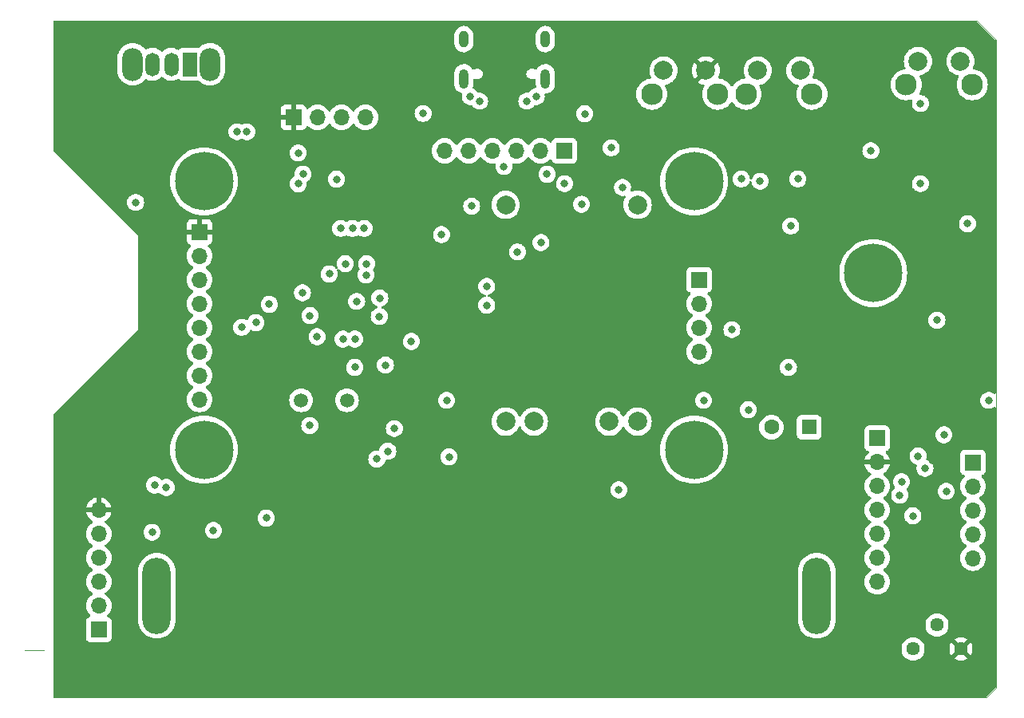
<source format=gbr>
%TF.GenerationSoftware,KiCad,Pcbnew,(7.0.0)*%
%TF.CreationDate,2023-04-30T17:40:28+02:00*%
%TF.ProjectId,STM32 Talnet console,53544d33-3220-4546-916c-6e657420636f,rev?*%
%TF.SameCoordinates,Original*%
%TF.FileFunction,Copper,L3,Inr*%
%TF.FilePolarity,Positive*%
%FSLAX46Y46*%
G04 Gerber Fmt 4.6, Leading zero omitted, Abs format (unit mm)*
G04 Created by KiCad (PCBNEW (7.0.0)) date 2023-04-30 17:40:28*
%MOMM*%
%LPD*%
G01*
G04 APERTURE LIST*
%TA.AperFunction,ComponentPad*%
%ADD10R,1.700000X1.700000*%
%TD*%
%TA.AperFunction,ComponentPad*%
%ADD11O,1.700000X1.700000*%
%TD*%
%TA.AperFunction,ComponentPad*%
%ADD12C,2.300000*%
%TD*%
%TA.AperFunction,ComponentPad*%
%ADD13C,2.000000*%
%TD*%
%TA.AperFunction,ComponentPad*%
%ADD14O,1.000000X2.100000*%
%TD*%
%TA.AperFunction,ComponentPad*%
%ADD15O,1.000000X1.800000*%
%TD*%
%TA.AperFunction,ComponentPad*%
%ADD16C,6.200000*%
%TD*%
%TA.AperFunction,ComponentPad*%
%ADD17C,1.440000*%
%TD*%
%TA.AperFunction,ComponentPad*%
%ADD18O,2.200000X3.500000*%
%TD*%
%TA.AperFunction,ComponentPad*%
%ADD19R,1.500000X2.500000*%
%TD*%
%TA.AperFunction,ComponentPad*%
%ADD20O,1.500000X2.500000*%
%TD*%
%TA.AperFunction,ComponentPad*%
%ADD21O,3.000000X8.100000*%
%TD*%
%TA.AperFunction,ComponentPad*%
%ADD22R,1.600000X1.600000*%
%TD*%
%TA.AperFunction,ComponentPad*%
%ADD23C,1.600000*%
%TD*%
%TA.AperFunction,ComponentPad*%
%ADD24C,1.500000*%
%TD*%
%TA.AperFunction,ViaPad*%
%ADD25C,0.800000*%
%TD*%
%TA.AperFunction,Profile*%
%ADD26C,0.100000*%
%TD*%
G04 APERTURE END LIST*
D10*
%TO.N,+3.3V*%
%TO.C,J2*%
X80732099Y-50624999D03*
D11*
%TO.N,GND*%
X80732099Y-53164999D03*
%TO.N,LCD_CS*%
X80732099Y-55704999D03*
%TO.N,LCD_RES*%
X80732099Y-58244999D03*
%TO.N,LCD_DC*%
X80732099Y-60784999D03*
%TO.N,LCD_MOSI*%
X80732099Y-63324999D03*
%TO.N,LCD_SCK*%
X80732099Y-65864999D03*
%TO.N,LCD_BLK*%
X80732099Y-68404999D03*
%TD*%
D10*
%TO.N,/Gyro/OCS*%
%TO.C,J10*%
X162787099Y-75079999D03*
D11*
%TO.N,/Gyro/INT2*%
X162787099Y-77619999D03*
%TO.N,N/C*%
X162787099Y-80159999D03*
%TO.N,/Gyro/SCX*%
X162787099Y-82699999D03*
%TO.N,/Gyro/SDX*%
X162787099Y-85239999D03*
%TD*%
D12*
%TO.N,*%
%TO.C,SW1*%
X138707100Y-36000000D03*
X145707100Y-36000000D03*
D13*
%TO.N,NRST*%
X139957100Y-33500000D03*
%TO.N,GND*%
X144457100Y-33500000D03*
%TD*%
D10*
%TO.N,unconnected-(J9-Pin_1-Pad1)*%
%TO.C,J9*%
X152627099Y-72529999D03*
D11*
%TO.N,+3.3V*%
X152627099Y-75069999D03*
%TO.N,GND*%
X152627099Y-77609999D03*
%TO.N,N/C*%
X152627099Y-80149999D03*
X152627099Y-82689999D03*
%TO.N,/Gyro/CS*%
X152627099Y-85229999D03*
%TO.N,/Gyro/SA0*%
X152627099Y-87769999D03*
%TD*%
D10*
%TO.N,/SD_CS*%
%TO.C,J3*%
X133732099Y-55699999D03*
D11*
%TO.N,/SD_MOSI*%
X133732099Y-58239999D03*
%TO.N,/SD_MISO*%
X133732099Y-60779999D03*
%TO.N,/SD_SCK*%
X133732099Y-63319999D03*
%TD*%
D14*
%TO.N,unconnected-(J6-SHIELD-PadS1)*%
%TO.C,J6*%
X117417099Y-34363999D03*
D15*
X117417099Y-30163999D03*
D14*
X108777099Y-34363999D03*
D15*
X108777099Y-30163999D03*
%TD*%
D16*
%TO.N,*%
%TO.C,H1*%
X81207100Y-45250000D03*
%TD*%
D10*
%TO.N,GND*%
%TO.C,J4*%
X70047099Y-92824999D03*
D11*
%TO.N,N/C*%
X70047099Y-90284999D03*
X70047099Y-87744999D03*
X70047099Y-85204999D03*
X70047099Y-82664999D03*
%TO.N,+3.3V*%
X70047099Y-80124999D03*
%TD*%
D10*
%TO.N,+3.3V*%
%TO.C,J1*%
X90707099Y-38474999D03*
D11*
%TO.N,Net-(J1-Pin_2)*%
X93247099Y-38474999D03*
%TO.N,Net-(J1-Pin_3)*%
X95787099Y-38474999D03*
%TO.N,GND*%
X98327099Y-38474999D03*
%TD*%
D17*
%TO.N,+3.3V*%
%TO.C,RV1*%
X161507100Y-94885000D03*
%TO.N,Net-(BZ1--)*%
X158967100Y-92345000D03*
%TO.N,Net-(BZ1-+)*%
X156427100Y-94885000D03*
%TD*%
D18*
%TO.N,*%
%TO.C,SW9*%
X81843099Y-32829999D03*
X73643099Y-32829999D03*
D19*
%TO.N,Net-(Q3-D)*%
X79743099Y-32829999D03*
D20*
%TO.N,Net-(SW9-B)*%
X77743099Y-32829999D03*
%TO.N,unconnected-(SW9-C-Pad3)*%
X75743099Y-32829999D03*
%TD*%
D16*
%TO.N,*%
%TO.C,H3*%
X133207100Y-73750000D03*
%TD*%
D10*
%TO.N,VBUS*%
%TO.C,J8*%
X119447099Y-42013999D03*
D11*
%TO.N,GND*%
X116907099Y-42013999D03*
%TO.N,unconnected-(J8-Pin_3-Pad3)*%
X114367099Y-42013999D03*
%TO.N,/Power/_USB_D-*%
X111827099Y-42013999D03*
%TO.N,/Power/_USB_D+*%
X109287099Y-42013999D03*
%TO.N,unconnected-(J8-Pin_6-Pad6)*%
X106747099Y-42013999D03*
%TD*%
D21*
%TO.N,Net-(J7-Pin_1)*%
%TO.C,J7*%
X76207099Y-89224999D03*
%TO.N,Net-(J7-Pin_2)*%
X146207099Y-89224999D03*
%TD*%
D16*
%TO.N,*%
%TO.C,H2*%
X133207100Y-45250000D03*
%TD*%
D12*
%TO.N,*%
%TO.C,SW4*%
X128707100Y-36000000D03*
X135707100Y-36000000D03*
D13*
%TO.N,BOOT0*%
X129957100Y-33500000D03*
%TO.N,+3.3V*%
X134457100Y-33500000D03*
%TD*%
D12*
%TO.N,*%
%TO.C,SW7*%
X155707100Y-35000000D03*
X162707100Y-35000000D03*
D13*
%TO.N,Net-(R14-Pad2)*%
X156957100Y-32500000D03*
%TO.N,GND*%
X161457100Y-32500000D03*
%TD*%
D22*
%TO.N,Net-(BZ1--)*%
%TO.C,BZ1*%
X145407099Y-71349999D03*
D23*
%TO.N,Net-(BZ1-+)*%
X141407100Y-71350000D03*
%TD*%
D16*
%TO.N,*%
%TO.C,H4*%
X81207100Y-73750000D03*
%TD*%
%TO.N,*%
%TO.C,H5*%
X152207100Y-55000000D03*
%TD*%
D13*
%TO.N,VBUS*%
%TO.C,U2*%
X127207100Y-47750000D03*
%TO.N,GND*%
X113207100Y-47750000D03*
%TO.N,Net-(SW9-B)*%
X127207100Y-70750000D03*
%TO.N,Net-(Q2-S)*%
X124207100Y-70750000D03*
%TO.N,Net-(J7-Pin_2)*%
X116207100Y-70750000D03*
%TO.N,GND*%
X113207100Y-70750000D03*
%TD*%
D24*
%TO.N,/OSC_IN*%
%TO.C,Y2*%
X91507100Y-68500000D03*
%TO.N,/OSC_OUT*%
X96387100Y-68500000D03*
%TD*%
D25*
%TO.N,+3.3V*%
X85207100Y-64250000D03*
X72707100Y-39250000D03*
X102957100Y-52000000D03*
X103457100Y-60500000D03*
X159007100Y-87955000D03*
X161207100Y-37000000D03*
X71207100Y-39412500D03*
X145707100Y-41500000D03*
X89211537Y-45525286D03*
X158457100Y-74905000D03*
X164457100Y-61500000D03*
X73171100Y-40500000D03*
X157457100Y-68500000D03*
X139957100Y-50000000D03*
X103707100Y-76000000D03*
X100138000Y-43811354D03*
%TO.N,GND*%
X104457100Y-38058000D03*
X103207100Y-62250000D03*
X138207100Y-45000000D03*
X86707100Y-60250000D03*
X164457100Y-68500000D03*
X162207100Y-49750000D03*
X159707100Y-72155000D03*
X107207100Y-74500000D03*
X73957100Y-47500000D03*
X137207100Y-61000000D03*
X91211537Y-45525286D03*
X157207100Y-37000000D03*
X92433100Y-71173999D03*
X106957100Y-68500000D03*
X106407100Y-50900000D03*
X99545099Y-74730000D03*
X116457100Y-36250000D03*
X159957100Y-78155000D03*
X109457100Y-36250000D03*
X97207100Y-65000000D03*
X158957100Y-60000000D03*
X157207100Y-45500000D03*
X143457100Y-50000000D03*
X121590114Y-38083036D03*
%TO.N,BTN_UP*%
X144207100Y-45000000D03*
X96957100Y-50250000D03*
%TO.N,NRST*%
X119457100Y-45500000D03*
X92457100Y-59500000D03*
%TO.N,BTN_RIGHT*%
X96207100Y-54000000D03*
X116957100Y-51750000D03*
%TO.N,BTN_LEFT*%
X95707100Y-50250000D03*
X140207100Y-45250000D03*
%TO.N,BTN_DOWN*%
X98457100Y-54000000D03*
X114457100Y-52750000D03*
%TO.N,g_SDA*%
X138957100Y-69500000D03*
%TO.N,g_SCL*%
X155007100Y-78555000D03*
X134207100Y-68500000D03*
%TO.N,g_INT*%
X100457100Y-64750000D03*
%TO.N,VBUS*%
X84707100Y-40000000D03*
X85749429Y-40000000D03*
X110457100Y-36750000D03*
X115457100Y-36750000D03*
%TO.N,/Gyro/OCS*%
X156957100Y-74405000D03*
%TO.N,/Gyro/INT2*%
X157694172Y-75719220D03*
%TO.N,/SWCLK*%
X95269100Y-45022000D03*
X91707100Y-44500000D03*
%TO.N,/Gyro/CS*%
X156407100Y-80755000D03*
%TO.N,/Gyro/SA0*%
X155207100Y-77155000D03*
%TO.N,BOOT0*%
X88133563Y-58306842D03*
X117607100Y-44500000D03*
%TO.N,Net-(SW9-B)*%
X75957100Y-77500000D03*
X77207100Y-77750000D03*
%TO.N,Net-(J7-Pin_2)*%
X125207100Y-78000000D03*
%TO.N,Net-(Q3-D)*%
X111200000Y-56400000D03*
X113033877Y-43695410D03*
X111200000Y-58400000D03*
X91207100Y-42250000D03*
%TO.N,Net-(U1-PB9)*%
X93207100Y-61750000D03*
X143207100Y-65000000D03*
%TO.N,Net-(R30-Pad2)*%
X109607100Y-47900000D03*
X125607100Y-45900000D03*
X124407100Y-41700000D03*
X121261516Y-47700000D03*
%TO.N,LCD_RES*%
X91654582Y-57083483D03*
%TO.N,LCD_DC*%
X85207100Y-60750000D03*
%TO.N,LCD_MOSI*%
X97400000Y-58000000D03*
%TO.N,LCD_SCK*%
X99800000Y-59600000D03*
%TO.N,/SD_MOSI*%
X98400000Y-55200000D03*
%TO.N,/SD_MISO*%
X94501505Y-55094127D03*
%TO.N,/SD_SCK*%
X99859657Y-57637363D03*
%TO.N,PC5*%
X87807100Y-81000000D03*
X100707100Y-73900000D03*
%TO.N,PC4*%
X98207100Y-50250000D03*
X151957100Y-42000000D03*
%TO.N,PB2*%
X95957100Y-62000000D03*
%TO.N,PB1*%
X101407100Y-71500000D03*
X75707100Y-82500000D03*
%TO.N,PB0*%
X82207100Y-82300000D03*
X97207100Y-62000000D03*
%TD*%
%TA.AperFunction,Conductor*%
%TO.N,+3.3V*%
G36*
X163202983Y-28259939D02*
G01*
X163243211Y-28286819D01*
X165170281Y-30213888D01*
X165197161Y-30254116D01*
X165206600Y-30301569D01*
X165206600Y-67688101D01*
X165188327Y-67752891D01*
X165138895Y-67798586D01*
X165072871Y-67811719D01*
X165009715Y-67788419D01*
X164915088Y-67719669D01*
X164915087Y-67719668D01*
X164909830Y-67715849D01*
X164903892Y-67713205D01*
X164742845Y-67641501D01*
X164742840Y-67641499D01*
X164736903Y-67638856D01*
X164730544Y-67637504D01*
X164730540Y-67637503D01*
X164558108Y-67600852D01*
X164558105Y-67600851D01*
X164551746Y-67599500D01*
X164362454Y-67599500D01*
X164356095Y-67600851D01*
X164356091Y-67600852D01*
X164183659Y-67637503D01*
X164183652Y-67637505D01*
X164177297Y-67638856D01*
X164171362Y-67641498D01*
X164171354Y-67641501D01*
X164010307Y-67713205D01*
X164010302Y-67713207D01*
X164004370Y-67715849D01*
X163999116Y-67719665D01*
X163999111Y-67719669D01*
X163856488Y-67823290D01*
X163856481Y-67823295D01*
X163851229Y-67827112D01*
X163846884Y-67831937D01*
X163846879Y-67831942D01*
X163728913Y-67962956D01*
X163728908Y-67962962D01*
X163724567Y-67967784D01*
X163721322Y-67973404D01*
X163721318Y-67973410D01*
X163633169Y-68126089D01*
X163633166Y-68126094D01*
X163629921Y-68131716D01*
X163627915Y-68137888D01*
X163627913Y-68137894D01*
X163573433Y-68305564D01*
X163573431Y-68305573D01*
X163571426Y-68311744D01*
X163570748Y-68318194D01*
X163570746Y-68318204D01*
X163553062Y-68486464D01*
X163551640Y-68500000D01*
X163552319Y-68506460D01*
X163570746Y-68681795D01*
X163570747Y-68681803D01*
X163571426Y-68688256D01*
X163573431Y-68694428D01*
X163573433Y-68694435D01*
X163627913Y-68862105D01*
X163629921Y-68868284D01*
X163633168Y-68873908D01*
X163633169Y-68873910D01*
X163689986Y-68972321D01*
X163724567Y-69032216D01*
X163728911Y-69037041D01*
X163728913Y-69037043D01*
X163814157Y-69131716D01*
X163851229Y-69172888D01*
X164004370Y-69284151D01*
X164177297Y-69361144D01*
X164362454Y-69400500D01*
X164545243Y-69400500D01*
X164551746Y-69400500D01*
X164736903Y-69361144D01*
X164909830Y-69284151D01*
X164979174Y-69233769D01*
X165009715Y-69211581D01*
X165072871Y-69188281D01*
X165138895Y-69201414D01*
X165188327Y-69247109D01*
X165206600Y-69311899D01*
X165206600Y-98948431D01*
X165197161Y-98995884D01*
X165170281Y-99036112D01*
X164243211Y-99963181D01*
X164202983Y-99990061D01*
X164155530Y-99999500D01*
X65331600Y-99999500D01*
X65269600Y-99982887D01*
X65224213Y-99937500D01*
X65207600Y-99875500D01*
X65207600Y-94885000D01*
X155201938Y-94885000D01*
X155220551Y-95097747D01*
X155221951Y-95102971D01*
X155274421Y-95298797D01*
X155274424Y-95298805D01*
X155275824Y-95304030D01*
X155366079Y-95497581D01*
X155488571Y-95672519D01*
X155639581Y-95823529D01*
X155814519Y-95946021D01*
X156008070Y-96036276D01*
X156214353Y-96091549D01*
X156427100Y-96110162D01*
X156639847Y-96091549D01*
X156846130Y-96036276D01*
X157039681Y-95946021D01*
X157096463Y-95906262D01*
X160842758Y-95906262D01*
X160850189Y-95914371D01*
X160890332Y-95942479D01*
X160899684Y-95947878D01*
X161083339Y-96033517D01*
X161093463Y-96037203D01*
X161289207Y-96089653D01*
X161299838Y-96091527D01*
X161501705Y-96109188D01*
X161512495Y-96109188D01*
X161714361Y-96091527D01*
X161724992Y-96089653D01*
X161920736Y-96037203D01*
X161930860Y-96033517D01*
X162114519Y-95947876D01*
X162123867Y-95942479D01*
X162164007Y-95914373D01*
X162171439Y-95906261D01*
X162165526Y-95896979D01*
X161518642Y-95250095D01*
X161507100Y-95243431D01*
X161495557Y-95250095D01*
X160848672Y-95896979D01*
X160842758Y-95906262D01*
X157096463Y-95906262D01*
X157214619Y-95823529D01*
X157365629Y-95672519D01*
X157488121Y-95497581D01*
X157578376Y-95304030D01*
X157633649Y-95097747D01*
X157651790Y-94890395D01*
X160282912Y-94890395D01*
X160300572Y-95092261D01*
X160302446Y-95102892D01*
X160354896Y-95298636D01*
X160358582Y-95308760D01*
X160444224Y-95492422D01*
X160449618Y-95501764D01*
X160477726Y-95541907D01*
X160485837Y-95549340D01*
X160495116Y-95543429D01*
X161142004Y-94896542D01*
X161148668Y-94885000D01*
X161865531Y-94885000D01*
X161872195Y-94896542D01*
X162519079Y-95543426D01*
X162528361Y-95549339D01*
X162536473Y-95541907D01*
X162564579Y-95501767D01*
X162569976Y-95492419D01*
X162655617Y-95308760D01*
X162659303Y-95298636D01*
X162711753Y-95102892D01*
X162713627Y-95092261D01*
X162731288Y-94890395D01*
X162731288Y-94879605D01*
X162713627Y-94677738D01*
X162711753Y-94667107D01*
X162659303Y-94471363D01*
X162655617Y-94461239D01*
X162569978Y-94277584D01*
X162564579Y-94268232D01*
X162536471Y-94228089D01*
X162528362Y-94220658D01*
X162519079Y-94226572D01*
X161872195Y-94873457D01*
X161865531Y-94885000D01*
X161148668Y-94885000D01*
X161142004Y-94873457D01*
X160495116Y-94226569D01*
X160485838Y-94220658D01*
X160477725Y-94228092D01*
X160449615Y-94268238D01*
X160444225Y-94277575D01*
X160358582Y-94461239D01*
X160354896Y-94471363D01*
X160302446Y-94667107D01*
X160300572Y-94677738D01*
X160282912Y-94879605D01*
X160282912Y-94890395D01*
X157651790Y-94890395D01*
X157652262Y-94885000D01*
X157633649Y-94672253D01*
X157578376Y-94465970D01*
X157488121Y-94272419D01*
X157365629Y-94097481D01*
X157214619Y-93946471D01*
X157096464Y-93863738D01*
X160842758Y-93863738D01*
X160848669Y-93873016D01*
X161495557Y-94519904D01*
X161507100Y-94526568D01*
X161518642Y-94519904D01*
X162165529Y-93873016D01*
X162171440Y-93863737D01*
X162164007Y-93855626D01*
X162123864Y-93827518D01*
X162114522Y-93822124D01*
X161930860Y-93736482D01*
X161920736Y-93732796D01*
X161724992Y-93680346D01*
X161714361Y-93678472D01*
X161512495Y-93660812D01*
X161501705Y-93660812D01*
X161299838Y-93678472D01*
X161289207Y-93680346D01*
X161093463Y-93732796D01*
X161083339Y-93736482D01*
X160899675Y-93822125D01*
X160890338Y-93827515D01*
X160850192Y-93855625D01*
X160842758Y-93863738D01*
X157096464Y-93863738D01*
X157084877Y-93855625D01*
X157044120Y-93827087D01*
X157044118Y-93827086D01*
X157039681Y-93823979D01*
X156945999Y-93780294D01*
X156851039Y-93736013D01*
X156851037Y-93736012D01*
X156846130Y-93733724D01*
X156840905Y-93732324D01*
X156840897Y-93732321D01*
X156689320Y-93691707D01*
X156639847Y-93678451D01*
X156634459Y-93677979D01*
X156634456Y-93677979D01*
X156432495Y-93660310D01*
X156427100Y-93659838D01*
X156421705Y-93660310D01*
X156219743Y-93677979D01*
X156219738Y-93677979D01*
X156214353Y-93678451D01*
X156209128Y-93679850D01*
X156209128Y-93679851D01*
X156013302Y-93732321D01*
X156013290Y-93732325D01*
X156008070Y-93733724D01*
X156003165Y-93736010D01*
X156003160Y-93736013D01*
X155819429Y-93821689D01*
X155819425Y-93821691D01*
X155814519Y-93823979D01*
X155810086Y-93827082D01*
X155810079Y-93827087D01*
X155644016Y-93943365D01*
X155644011Y-93943368D01*
X155639581Y-93946471D01*
X155635757Y-93950294D01*
X155635751Y-93950300D01*
X155492400Y-94093651D01*
X155492394Y-94093657D01*
X155488571Y-94097481D01*
X155485468Y-94101911D01*
X155485465Y-94101916D01*
X155369187Y-94267979D01*
X155369182Y-94267986D01*
X155366079Y-94272419D01*
X155363791Y-94277325D01*
X155363789Y-94277329D01*
X155278113Y-94461060D01*
X155278110Y-94461065D01*
X155275824Y-94465970D01*
X155274425Y-94471190D01*
X155274421Y-94471202D01*
X155221951Y-94667028D01*
X155220551Y-94672253D01*
X155201938Y-94885000D01*
X65207600Y-94885000D01*
X65207600Y-90285000D01*
X68691441Y-90285000D01*
X68712037Y-90520408D01*
X68713436Y-90525630D01*
X68713437Y-90525634D01*
X68771794Y-90743430D01*
X68771797Y-90743438D01*
X68773197Y-90748663D01*
X68775485Y-90753570D01*
X68775486Y-90753572D01*
X68870778Y-90957927D01*
X68870781Y-90957933D01*
X68873065Y-90962830D01*
X68876164Y-90967257D01*
X68876166Y-90967259D01*
X69005499Y-91151966D01*
X69005502Y-91151970D01*
X69008605Y-91156401D01*
X69012436Y-91160232D01*
X69130530Y-91278326D01*
X69161826Y-91331072D01*
X69164015Y-91392365D01*
X69136562Y-91447210D01*
X69086183Y-91482189D01*
X68970802Y-91525223D01*
X68954769Y-91531204D01*
X68947672Y-91536516D01*
X68947668Y-91536519D01*
X68846650Y-91612141D01*
X68846646Y-91612144D01*
X68839554Y-91617454D01*
X68834244Y-91624546D01*
X68834241Y-91624550D01*
X68758619Y-91725568D01*
X68758616Y-91725572D01*
X68753304Y-91732669D01*
X68750204Y-91740978D01*
X68750204Y-91740980D01*
X68705720Y-91860247D01*
X68705719Y-91860250D01*
X68703009Y-91867517D01*
X68702179Y-91875227D01*
X68702179Y-91875232D01*
X68696955Y-91923819D01*
X68696954Y-91923831D01*
X68696600Y-91927127D01*
X68696600Y-91930448D01*
X68696600Y-91930449D01*
X68696600Y-93719560D01*
X68696600Y-93719578D01*
X68696601Y-93722872D01*
X68696953Y-93726150D01*
X68696954Y-93726161D01*
X68702179Y-93774768D01*
X68702180Y-93774773D01*
X68703009Y-93782483D01*
X68705719Y-93789749D01*
X68705720Y-93789753D01*
X68733315Y-93863737D01*
X68753304Y-93917331D01*
X68839554Y-94032546D01*
X68954769Y-94118796D01*
X69089617Y-94169091D01*
X69149227Y-94175500D01*
X70944972Y-94175499D01*
X71004583Y-94169091D01*
X71139431Y-94118796D01*
X71254646Y-94032546D01*
X71340896Y-93917331D01*
X71391191Y-93782483D01*
X71397600Y-93722873D01*
X71397599Y-91927128D01*
X71391191Y-91867517D01*
X71383333Y-91846448D01*
X74206600Y-91846448D01*
X74206757Y-91848656D01*
X74206758Y-91848658D01*
X74221587Y-92056005D01*
X74221588Y-92056014D01*
X74221904Y-92060428D01*
X74222844Y-92064753D01*
X74222846Y-92064761D01*
X74238701Y-92137643D01*
X74282731Y-92340046D01*
X74284275Y-92344185D01*
X74284276Y-92344189D01*
X74365877Y-92562971D01*
X74382733Y-92608161D01*
X74384853Y-92612043D01*
X74384856Y-92612050D01*
X74517747Y-92855420D01*
X74519874Y-92859315D01*
X74691361Y-93088395D01*
X74893705Y-93290739D01*
X75122785Y-93462226D01*
X75373939Y-93599367D01*
X75642054Y-93699369D01*
X75921672Y-93760196D01*
X76207100Y-93780610D01*
X76492528Y-93760196D01*
X76772146Y-93699369D01*
X77040261Y-93599367D01*
X77291415Y-93462226D01*
X77520495Y-93290739D01*
X77722839Y-93088395D01*
X77894326Y-92859315D01*
X78031467Y-92608161D01*
X78131469Y-92340046D01*
X78192296Y-92060428D01*
X78207600Y-91846448D01*
X144206600Y-91846448D01*
X144206757Y-91848656D01*
X144206758Y-91848658D01*
X144221587Y-92056005D01*
X144221588Y-92056014D01*
X144221904Y-92060428D01*
X144222844Y-92064753D01*
X144222846Y-92064761D01*
X144238701Y-92137643D01*
X144282731Y-92340046D01*
X144284275Y-92344185D01*
X144284276Y-92344189D01*
X144365877Y-92562971D01*
X144382733Y-92608161D01*
X144384853Y-92612043D01*
X144384856Y-92612050D01*
X144517747Y-92855420D01*
X144519874Y-92859315D01*
X144691361Y-93088395D01*
X144893705Y-93290739D01*
X145122785Y-93462226D01*
X145373939Y-93599367D01*
X145642054Y-93699369D01*
X145921672Y-93760196D01*
X146207100Y-93780610D01*
X146492528Y-93760196D01*
X146772146Y-93699369D01*
X147040261Y-93599367D01*
X147291415Y-93462226D01*
X147520495Y-93290739D01*
X147722839Y-93088395D01*
X147894326Y-92859315D01*
X148031467Y-92608161D01*
X148129621Y-92345000D01*
X157741938Y-92345000D01*
X157760551Y-92557747D01*
X157761951Y-92562971D01*
X157814421Y-92758797D01*
X157814424Y-92758805D01*
X157815824Y-92764030D01*
X157906079Y-92957581D01*
X158028571Y-93132519D01*
X158179581Y-93283529D01*
X158354519Y-93406021D01*
X158548070Y-93496276D01*
X158754353Y-93551549D01*
X158967100Y-93570162D01*
X159179847Y-93551549D01*
X159386130Y-93496276D01*
X159579681Y-93406021D01*
X159754619Y-93283529D01*
X159905629Y-93132519D01*
X160028121Y-92957581D01*
X160118376Y-92764030D01*
X160173649Y-92557747D01*
X160192262Y-92345000D01*
X160173649Y-92132253D01*
X160118376Y-91925970D01*
X160028121Y-91732419D01*
X159905629Y-91557481D01*
X159754619Y-91406471D01*
X159579681Y-91283979D01*
X159386130Y-91193724D01*
X159380905Y-91192324D01*
X159380897Y-91192321D01*
X159229320Y-91151707D01*
X159179847Y-91138451D01*
X159174459Y-91137979D01*
X159174456Y-91137979D01*
X158972495Y-91120310D01*
X158967100Y-91119838D01*
X158961705Y-91120310D01*
X158759743Y-91137979D01*
X158759738Y-91137979D01*
X158754353Y-91138451D01*
X158749128Y-91139850D01*
X158749128Y-91139851D01*
X158553302Y-91192321D01*
X158553290Y-91192325D01*
X158548070Y-91193724D01*
X158543165Y-91196010D01*
X158543160Y-91196013D01*
X158359429Y-91281689D01*
X158359425Y-91281691D01*
X158354519Y-91283979D01*
X158350086Y-91287082D01*
X158350079Y-91287087D01*
X158184016Y-91403365D01*
X158184011Y-91403368D01*
X158179581Y-91406471D01*
X158175757Y-91410294D01*
X158175751Y-91410300D01*
X158032400Y-91553651D01*
X158032394Y-91553657D01*
X158028571Y-91557481D01*
X158025468Y-91561911D01*
X158025465Y-91561916D01*
X157909187Y-91727979D01*
X157909182Y-91727986D01*
X157906079Y-91732419D01*
X157903791Y-91737325D01*
X157903789Y-91737329D01*
X157818113Y-91921060D01*
X157818110Y-91921065D01*
X157815824Y-91925970D01*
X157814425Y-91931190D01*
X157814421Y-91931202D01*
X157780981Y-92056005D01*
X157760551Y-92132253D01*
X157741938Y-92345000D01*
X148129621Y-92345000D01*
X148131469Y-92340046D01*
X148192296Y-92060428D01*
X148207600Y-91846448D01*
X148207600Y-87770000D01*
X151271441Y-87770000D01*
X151271913Y-87775395D01*
X151289849Y-87980408D01*
X151292037Y-88005408D01*
X151293436Y-88010630D01*
X151293437Y-88010634D01*
X151351794Y-88228430D01*
X151351797Y-88228438D01*
X151353197Y-88233663D01*
X151355485Y-88238570D01*
X151355486Y-88238572D01*
X151450778Y-88442927D01*
X151450781Y-88442933D01*
X151453065Y-88447830D01*
X151456164Y-88452257D01*
X151456166Y-88452259D01*
X151585499Y-88636966D01*
X151585502Y-88636970D01*
X151588605Y-88641401D01*
X151755699Y-88808495D01*
X151949270Y-88944035D01*
X152163437Y-89043903D01*
X152391692Y-89105063D01*
X152627100Y-89125659D01*
X152862508Y-89105063D01*
X153090763Y-89043903D01*
X153304930Y-88944035D01*
X153498501Y-88808495D01*
X153665595Y-88641401D01*
X153801135Y-88447830D01*
X153901003Y-88233663D01*
X153962163Y-88005408D01*
X153982759Y-87770000D01*
X153962163Y-87534592D01*
X153901003Y-87306337D01*
X153801135Y-87092171D01*
X153665595Y-86898599D01*
X153498501Y-86731505D01*
X153494068Y-86728401D01*
X153494061Y-86728395D01*
X153312942Y-86601575D01*
X153274076Y-86557257D01*
X153260065Y-86500000D01*
X153274076Y-86442743D01*
X153312942Y-86398425D01*
X153494061Y-86271604D01*
X153494061Y-86271603D01*
X153498501Y-86268495D01*
X153665595Y-86101401D01*
X153801135Y-85907830D01*
X153901003Y-85693663D01*
X153962163Y-85465408D01*
X153981884Y-85240000D01*
X161431441Y-85240000D01*
X161452037Y-85475408D01*
X161453436Y-85480630D01*
X161453437Y-85480634D01*
X161511794Y-85698430D01*
X161511797Y-85698438D01*
X161513197Y-85703663D01*
X161515485Y-85708570D01*
X161515486Y-85708572D01*
X161610778Y-85912927D01*
X161610781Y-85912933D01*
X161613065Y-85917830D01*
X161616164Y-85922257D01*
X161616166Y-85922259D01*
X161745499Y-86106966D01*
X161745502Y-86106970D01*
X161748605Y-86111401D01*
X161915699Y-86278495D01*
X162109270Y-86414035D01*
X162114170Y-86416320D01*
X162114172Y-86416321D01*
X162168543Y-86441674D01*
X162323437Y-86513903D01*
X162551692Y-86575063D01*
X162787100Y-86595659D01*
X163022508Y-86575063D01*
X163250763Y-86513903D01*
X163464930Y-86414035D01*
X163658501Y-86278495D01*
X163825595Y-86111401D01*
X163961135Y-85917830D01*
X164061003Y-85703663D01*
X164122163Y-85475408D01*
X164142759Y-85240000D01*
X164122163Y-85004592D01*
X164061003Y-84776337D01*
X163961135Y-84562171D01*
X163825595Y-84368599D01*
X163658501Y-84201505D01*
X163654068Y-84198401D01*
X163654061Y-84198395D01*
X163472942Y-84071575D01*
X163434076Y-84027257D01*
X163420065Y-83970000D01*
X163434076Y-83912743D01*
X163472942Y-83868425D01*
X163654061Y-83741604D01*
X163654061Y-83741603D01*
X163658501Y-83738495D01*
X163825595Y-83571401D01*
X163961135Y-83377830D01*
X164061003Y-83163663D01*
X164122163Y-82935408D01*
X164142759Y-82700000D01*
X164122163Y-82464592D01*
X164061003Y-82236337D01*
X163961135Y-82022171D01*
X163825595Y-81828599D01*
X163658501Y-81661505D01*
X163654068Y-81658401D01*
X163654061Y-81658395D01*
X163472942Y-81531575D01*
X163434076Y-81487257D01*
X163420065Y-81430000D01*
X163434076Y-81372743D01*
X163472942Y-81328425D01*
X163654061Y-81201604D01*
X163654061Y-81201603D01*
X163658501Y-81198495D01*
X163825595Y-81031401D01*
X163961135Y-80837830D01*
X164061003Y-80623663D01*
X164122163Y-80395408D01*
X164142759Y-80160000D01*
X164122163Y-79924592D01*
X164061003Y-79696337D01*
X163961135Y-79482171D01*
X163825595Y-79288599D01*
X163658501Y-79121505D01*
X163654068Y-79118401D01*
X163654061Y-79118395D01*
X163472942Y-78991575D01*
X163434076Y-78947257D01*
X163420065Y-78890000D01*
X163434076Y-78832743D01*
X163472942Y-78788425D01*
X163654061Y-78661604D01*
X163654061Y-78661603D01*
X163658501Y-78658495D01*
X163825595Y-78491401D01*
X163961135Y-78297830D01*
X164061003Y-78083663D01*
X164122163Y-77855408D01*
X164142759Y-77620000D01*
X164122163Y-77384592D01*
X164067070Y-77178978D01*
X164062405Y-77161569D01*
X164062404Y-77161567D01*
X164061003Y-77156337D01*
X163961135Y-76942171D01*
X163825595Y-76748599D01*
X163703669Y-76626673D01*
X163672373Y-76573927D01*
X163670184Y-76512634D01*
X163697637Y-76457789D01*
X163748016Y-76422810D01*
X163879431Y-76373796D01*
X163994646Y-76287546D01*
X164080896Y-76172331D01*
X164131191Y-76037483D01*
X164137600Y-75977873D01*
X164137599Y-74182128D01*
X164131191Y-74122517D01*
X164080896Y-73987669D01*
X163994646Y-73872454D01*
X163929647Y-73823796D01*
X163886531Y-73791519D01*
X163886530Y-73791518D01*
X163879431Y-73786204D01*
X163782363Y-73750000D01*
X163751852Y-73738620D01*
X163751850Y-73738619D01*
X163744583Y-73735909D01*
X163736870Y-73735079D01*
X163736867Y-73735079D01*
X163688280Y-73729855D01*
X163688269Y-73729854D01*
X163684973Y-73729500D01*
X163681650Y-73729500D01*
X161892539Y-73729500D01*
X161892520Y-73729500D01*
X161889228Y-73729501D01*
X161885950Y-73729853D01*
X161885938Y-73729854D01*
X161837331Y-73735079D01*
X161837325Y-73735080D01*
X161829617Y-73735909D01*
X161822352Y-73738618D01*
X161822346Y-73738620D01*
X161703080Y-73783104D01*
X161703078Y-73783104D01*
X161694769Y-73786204D01*
X161687672Y-73791516D01*
X161687668Y-73791519D01*
X161586650Y-73867141D01*
X161586646Y-73867144D01*
X161579554Y-73872454D01*
X161574244Y-73879546D01*
X161574241Y-73879550D01*
X161498619Y-73980568D01*
X161498616Y-73980572D01*
X161493304Y-73987669D01*
X161490204Y-73995978D01*
X161490204Y-73995980D01*
X161445720Y-74115247D01*
X161445719Y-74115250D01*
X161443009Y-74122517D01*
X161442179Y-74130227D01*
X161442179Y-74130232D01*
X161436955Y-74178819D01*
X161436954Y-74178831D01*
X161436600Y-74182127D01*
X161436600Y-74185448D01*
X161436600Y-74185449D01*
X161436600Y-75974560D01*
X161436600Y-75974578D01*
X161436601Y-75977872D01*
X161436953Y-75981150D01*
X161436954Y-75981161D01*
X161442179Y-76029768D01*
X161442180Y-76029773D01*
X161443009Y-76037483D01*
X161445719Y-76044749D01*
X161445720Y-76044753D01*
X161463764Y-76093130D01*
X161493304Y-76172331D01*
X161498618Y-76179430D01*
X161498619Y-76179431D01*
X161556135Y-76256263D01*
X161579554Y-76287546D01*
X161694769Y-76373796D01*
X161804505Y-76414725D01*
X161826182Y-76422810D01*
X161876562Y-76457789D01*
X161904015Y-76512633D01*
X161901826Y-76573926D01*
X161870531Y-76626673D01*
X161748605Y-76748599D01*
X161745502Y-76753029D01*
X161745499Y-76753034D01*
X161616173Y-76937731D01*
X161616168Y-76937738D01*
X161613065Y-76942171D01*
X161610777Y-76947077D01*
X161610775Y-76947081D01*
X161515486Y-77151427D01*
X161515483Y-77151432D01*
X161513197Y-77156337D01*
X161511798Y-77161557D01*
X161511794Y-77161569D01*
X161453437Y-77379365D01*
X161453435Y-77379371D01*
X161452037Y-77384592D01*
X161451565Y-77389977D01*
X161451565Y-77389982D01*
X161436538Y-77561744D01*
X161431441Y-77620000D01*
X161431913Y-77625395D01*
X161446567Y-77792894D01*
X161452037Y-77855408D01*
X161453436Y-77860630D01*
X161453437Y-77860634D01*
X161511794Y-78078430D01*
X161511797Y-78078438D01*
X161513197Y-78083663D01*
X161515485Y-78088570D01*
X161515486Y-78088572D01*
X161610778Y-78292927D01*
X161610781Y-78292933D01*
X161613065Y-78297830D01*
X161616164Y-78302257D01*
X161616166Y-78302259D01*
X161745499Y-78486966D01*
X161745502Y-78486970D01*
X161748605Y-78491401D01*
X161915699Y-78658495D01*
X161920132Y-78661599D01*
X161920138Y-78661604D01*
X162101258Y-78788425D01*
X162140124Y-78832743D01*
X162154135Y-78890000D01*
X162140124Y-78947257D01*
X162101259Y-78991575D01*
X161920141Y-79118395D01*
X161915699Y-79121505D01*
X161911875Y-79125328D01*
X161911869Y-79125334D01*
X161752434Y-79284769D01*
X161752428Y-79284775D01*
X161748605Y-79288599D01*
X161745502Y-79293029D01*
X161745499Y-79293034D01*
X161616173Y-79477731D01*
X161616168Y-79477738D01*
X161613065Y-79482171D01*
X161610777Y-79487077D01*
X161610775Y-79487081D01*
X161515486Y-79691427D01*
X161515483Y-79691432D01*
X161513197Y-79696337D01*
X161511798Y-79701557D01*
X161511794Y-79701569D01*
X161453437Y-79919365D01*
X161453435Y-79919371D01*
X161452037Y-79924592D01*
X161451565Y-79929977D01*
X161451565Y-79929982D01*
X161438590Y-80078290D01*
X161431441Y-80160000D01*
X161431913Y-80165395D01*
X161451276Y-80386716D01*
X161452037Y-80395408D01*
X161453436Y-80400630D01*
X161453437Y-80400634D01*
X161511794Y-80618430D01*
X161511797Y-80618438D01*
X161513197Y-80623663D01*
X161515485Y-80628570D01*
X161515486Y-80628572D01*
X161610778Y-80832927D01*
X161610781Y-80832933D01*
X161613065Y-80837830D01*
X161616164Y-80842257D01*
X161616166Y-80842259D01*
X161745499Y-81026966D01*
X161745502Y-81026970D01*
X161748605Y-81031401D01*
X161915699Y-81198495D01*
X161920132Y-81201599D01*
X161920138Y-81201604D01*
X162101258Y-81328425D01*
X162140124Y-81372743D01*
X162154135Y-81430000D01*
X162140124Y-81487257D01*
X162101259Y-81531575D01*
X161920141Y-81658395D01*
X161915699Y-81661505D01*
X161911875Y-81665328D01*
X161911869Y-81665334D01*
X161752434Y-81824769D01*
X161752428Y-81824775D01*
X161748605Y-81828599D01*
X161745502Y-81833029D01*
X161745499Y-81833034D01*
X161616173Y-82017731D01*
X161616168Y-82017738D01*
X161613065Y-82022171D01*
X161610777Y-82027077D01*
X161610775Y-82027081D01*
X161515486Y-82231427D01*
X161515483Y-82231432D01*
X161513197Y-82236337D01*
X161511798Y-82241557D01*
X161511794Y-82241569D01*
X161453437Y-82459365D01*
X161453435Y-82459371D01*
X161452037Y-82464592D01*
X161451565Y-82469977D01*
X161451565Y-82469982D01*
X161449504Y-82493540D01*
X161431441Y-82700000D01*
X161431913Y-82705395D01*
X161445623Y-82862105D01*
X161452037Y-82935408D01*
X161453436Y-82940630D01*
X161453437Y-82940634D01*
X161511794Y-83158430D01*
X161511797Y-83158438D01*
X161513197Y-83163663D01*
X161515485Y-83168570D01*
X161515486Y-83168572D01*
X161610778Y-83372927D01*
X161610781Y-83372933D01*
X161613065Y-83377830D01*
X161616164Y-83382257D01*
X161616166Y-83382259D01*
X161745499Y-83566966D01*
X161745502Y-83566970D01*
X161748605Y-83571401D01*
X161915699Y-83738495D01*
X161920132Y-83741599D01*
X161920138Y-83741604D01*
X162101258Y-83868425D01*
X162140124Y-83912743D01*
X162154135Y-83970000D01*
X162140124Y-84027257D01*
X162101259Y-84071575D01*
X161920141Y-84198395D01*
X161915699Y-84201505D01*
X161911875Y-84205328D01*
X161911869Y-84205334D01*
X161752434Y-84364769D01*
X161752428Y-84364775D01*
X161748605Y-84368599D01*
X161745502Y-84373029D01*
X161745499Y-84373034D01*
X161616173Y-84557731D01*
X161616168Y-84557738D01*
X161613065Y-84562171D01*
X161610777Y-84567077D01*
X161610775Y-84567081D01*
X161515486Y-84771427D01*
X161515483Y-84771432D01*
X161513197Y-84776337D01*
X161511798Y-84781557D01*
X161511794Y-84781569D01*
X161453437Y-84999365D01*
X161453435Y-84999371D01*
X161452037Y-85004592D01*
X161451565Y-85009977D01*
X161451565Y-85009982D01*
X161438505Y-85159261D01*
X161431441Y-85240000D01*
X153981884Y-85240000D01*
X153982759Y-85230000D01*
X153962163Y-84994592D01*
X153905084Y-84781569D01*
X153902405Y-84771569D01*
X153902404Y-84771567D01*
X153901003Y-84766337D01*
X153801135Y-84552171D01*
X153665595Y-84358599D01*
X153498501Y-84191505D01*
X153494070Y-84188402D01*
X153494066Y-84188399D01*
X153312941Y-84061574D01*
X153274076Y-84017256D01*
X153260065Y-83959999D01*
X153274076Y-83902742D01*
X153312939Y-83858426D01*
X153498501Y-83728495D01*
X153665595Y-83561401D01*
X153801135Y-83367830D01*
X153901003Y-83153663D01*
X153962163Y-82925408D01*
X153982759Y-82690000D01*
X153962163Y-82454592D01*
X153905084Y-82241569D01*
X153902405Y-82231569D01*
X153902404Y-82231567D01*
X153901003Y-82226337D01*
X153801135Y-82012171D01*
X153665595Y-81818599D01*
X153498501Y-81651505D01*
X153494068Y-81648401D01*
X153494061Y-81648395D01*
X153312942Y-81521575D01*
X153274076Y-81477257D01*
X153260065Y-81420000D01*
X153274076Y-81362743D01*
X153312942Y-81318425D01*
X153494061Y-81191604D01*
X153494061Y-81191603D01*
X153498501Y-81188495D01*
X153665595Y-81021401D01*
X153801135Y-80827830D01*
X153835096Y-80755000D01*
X155501640Y-80755000D01*
X155502319Y-80761460D01*
X155520746Y-80936795D01*
X155520747Y-80936803D01*
X155521426Y-80943256D01*
X155523431Y-80949428D01*
X155523433Y-80949435D01*
X155548625Y-81026966D01*
X155579921Y-81123284D01*
X155583168Y-81128908D01*
X155583169Y-81128910D01*
X155621131Y-81194663D01*
X155674567Y-81287216D01*
X155678911Y-81292041D01*
X155678913Y-81292043D01*
X155796879Y-81423057D01*
X155801229Y-81427888D01*
X155954370Y-81539151D01*
X156127297Y-81616144D01*
X156312454Y-81655500D01*
X156495243Y-81655500D01*
X156501746Y-81655500D01*
X156686903Y-81616144D01*
X156859830Y-81539151D01*
X157012971Y-81427888D01*
X157139633Y-81287216D01*
X157234279Y-81123284D01*
X157292774Y-80943256D01*
X157312560Y-80755000D01*
X157292774Y-80566744D01*
X157234279Y-80386716D01*
X157139633Y-80222784D01*
X157078955Y-80155395D01*
X157017320Y-80086942D01*
X157017319Y-80086941D01*
X157012971Y-80082112D01*
X157007713Y-80078292D01*
X157007711Y-80078290D01*
X156865088Y-79974669D01*
X156865087Y-79974668D01*
X156859830Y-79970849D01*
X156853892Y-79968205D01*
X156692845Y-79896501D01*
X156692840Y-79896499D01*
X156686903Y-79893856D01*
X156680544Y-79892504D01*
X156680540Y-79892503D01*
X156508108Y-79855852D01*
X156508105Y-79855851D01*
X156501746Y-79854500D01*
X156312454Y-79854500D01*
X156306095Y-79855851D01*
X156306091Y-79855852D01*
X156133659Y-79892503D01*
X156133652Y-79892505D01*
X156127297Y-79893856D01*
X156121362Y-79896498D01*
X156121354Y-79896501D01*
X155960307Y-79968205D01*
X155960302Y-79968207D01*
X155954370Y-79970849D01*
X155949116Y-79974665D01*
X155949111Y-79974669D01*
X155806488Y-80078290D01*
X155806481Y-80078295D01*
X155801229Y-80082112D01*
X155796884Y-80086937D01*
X155796879Y-80086942D01*
X155678913Y-80217956D01*
X155678908Y-80217962D01*
X155674567Y-80222784D01*
X155671322Y-80228404D01*
X155671318Y-80228410D01*
X155583169Y-80381089D01*
X155583166Y-80381094D01*
X155579921Y-80386716D01*
X155577915Y-80392888D01*
X155577913Y-80392894D01*
X155523433Y-80560564D01*
X155523431Y-80560573D01*
X155521426Y-80566744D01*
X155520748Y-80573194D01*
X155520746Y-80573204D01*
X155503062Y-80741464D01*
X155501640Y-80755000D01*
X153835096Y-80755000D01*
X153901003Y-80613663D01*
X153962163Y-80385408D01*
X153982759Y-80150000D01*
X153962163Y-79914592D01*
X153905084Y-79701569D01*
X153902405Y-79691569D01*
X153902404Y-79691567D01*
X153901003Y-79686337D01*
X153801135Y-79472171D01*
X153665595Y-79278599D01*
X153498501Y-79111505D01*
X153494068Y-79108401D01*
X153494061Y-79108395D01*
X153312942Y-78981575D01*
X153274076Y-78937257D01*
X153260065Y-78880000D01*
X153274076Y-78822743D01*
X153312942Y-78778425D01*
X153494061Y-78651604D01*
X153494061Y-78651603D01*
X153498501Y-78648495D01*
X153591996Y-78555000D01*
X154101640Y-78555000D01*
X154102319Y-78561460D01*
X154120746Y-78736795D01*
X154120747Y-78736803D01*
X154121426Y-78743256D01*
X154123431Y-78749428D01*
X154123433Y-78749435D01*
X154165857Y-78880000D01*
X154179921Y-78923284D01*
X154183168Y-78928908D01*
X154183169Y-78928910D01*
X154255474Y-79054147D01*
X154274567Y-79087216D01*
X154278911Y-79092041D01*
X154278913Y-79092043D01*
X154396879Y-79223057D01*
X154401229Y-79227888D01*
X154554370Y-79339151D01*
X154727297Y-79416144D01*
X154912454Y-79455500D01*
X155095243Y-79455500D01*
X155101746Y-79455500D01*
X155286903Y-79416144D01*
X155459830Y-79339151D01*
X155612971Y-79227888D01*
X155739633Y-79087216D01*
X155834279Y-78923284D01*
X155892774Y-78743256D01*
X155912560Y-78555000D01*
X155892774Y-78366744D01*
X155834279Y-78186716D01*
X155815968Y-78155000D01*
X159051640Y-78155000D01*
X159052319Y-78161460D01*
X159070746Y-78336795D01*
X159070747Y-78336803D01*
X159071426Y-78343256D01*
X159073431Y-78349428D01*
X159073433Y-78349435D01*
X159120806Y-78495232D01*
X159129921Y-78523284D01*
X159133168Y-78528908D01*
X159133169Y-78528910D01*
X159216294Y-78672888D01*
X159224567Y-78687216D01*
X159228911Y-78692041D01*
X159228913Y-78692043D01*
X159324037Y-78797688D01*
X159351229Y-78827888D01*
X159504370Y-78939151D01*
X159677297Y-79016144D01*
X159862454Y-79055500D01*
X160045243Y-79055500D01*
X160051746Y-79055500D01*
X160236903Y-79016144D01*
X160409830Y-78939151D01*
X160562971Y-78827888D01*
X160689633Y-78687216D01*
X160784279Y-78523284D01*
X160842774Y-78343256D01*
X160862560Y-78155000D01*
X160842774Y-77966744D01*
X160784279Y-77786716D01*
X160689633Y-77622784D01*
X160579077Y-77500000D01*
X160567320Y-77486942D01*
X160567319Y-77486941D01*
X160562971Y-77482112D01*
X160557713Y-77478292D01*
X160557711Y-77478290D01*
X160415088Y-77374669D01*
X160415087Y-77374668D01*
X160409830Y-77370849D01*
X160403892Y-77368205D01*
X160242845Y-77296501D01*
X160242840Y-77296499D01*
X160236903Y-77293856D01*
X160230544Y-77292504D01*
X160230540Y-77292503D01*
X160058108Y-77255852D01*
X160058105Y-77255851D01*
X160051746Y-77254500D01*
X159862454Y-77254500D01*
X159856095Y-77255851D01*
X159856091Y-77255852D01*
X159683659Y-77292503D01*
X159683652Y-77292505D01*
X159677297Y-77293856D01*
X159671362Y-77296498D01*
X159671354Y-77296501D01*
X159510307Y-77368205D01*
X159510302Y-77368207D01*
X159504370Y-77370849D01*
X159499116Y-77374665D01*
X159499111Y-77374669D01*
X159356488Y-77478290D01*
X159356481Y-77478295D01*
X159351229Y-77482112D01*
X159346884Y-77486937D01*
X159346879Y-77486942D01*
X159228913Y-77617956D01*
X159228908Y-77617962D01*
X159224567Y-77622784D01*
X159221322Y-77628404D01*
X159221318Y-77628410D01*
X159133169Y-77781089D01*
X159133166Y-77781094D01*
X159129921Y-77786716D01*
X159127915Y-77792888D01*
X159127913Y-77792894D01*
X159073433Y-77960564D01*
X159073431Y-77960573D01*
X159071426Y-77966744D01*
X159070748Y-77973194D01*
X159070746Y-77973204D01*
X159053062Y-78141464D01*
X159051640Y-78155000D01*
X155815968Y-78155000D01*
X155739633Y-78022784D01*
X155741201Y-78021878D01*
X155721626Y-77970903D01*
X155731663Y-77907498D01*
X155772060Y-77857610D01*
X155812971Y-77827888D01*
X155939633Y-77687216D01*
X156034279Y-77523284D01*
X156092774Y-77343256D01*
X156112560Y-77155000D01*
X156100711Y-77042260D01*
X156093453Y-76973204D01*
X156093452Y-76973203D01*
X156092774Y-76966744D01*
X156034279Y-76786716D01*
X155939633Y-76622784D01*
X155890664Y-76568399D01*
X155817320Y-76486942D01*
X155817319Y-76486941D01*
X155812971Y-76482112D01*
X155807713Y-76478292D01*
X155807711Y-76478290D01*
X155665088Y-76374669D01*
X155665087Y-76374668D01*
X155659830Y-76370849D01*
X155653892Y-76368205D01*
X155492845Y-76296501D01*
X155492840Y-76296499D01*
X155486903Y-76293856D01*
X155480544Y-76292504D01*
X155480540Y-76292503D01*
X155308108Y-76255852D01*
X155308105Y-76255851D01*
X155301746Y-76254500D01*
X155112454Y-76254500D01*
X155106095Y-76255851D01*
X155106091Y-76255852D01*
X154933659Y-76292503D01*
X154933652Y-76292505D01*
X154927297Y-76293856D01*
X154921362Y-76296498D01*
X154921354Y-76296501D01*
X154760307Y-76368205D01*
X154760302Y-76368207D01*
X154754370Y-76370849D01*
X154749116Y-76374665D01*
X154749111Y-76374669D01*
X154606488Y-76478290D01*
X154606481Y-76478295D01*
X154601229Y-76482112D01*
X154596884Y-76486937D01*
X154596879Y-76486942D01*
X154478913Y-76617956D01*
X154478908Y-76617962D01*
X154474567Y-76622784D01*
X154471322Y-76628404D01*
X154471318Y-76628410D01*
X154383169Y-76781089D01*
X154383166Y-76781094D01*
X154379921Y-76786716D01*
X154377915Y-76792888D01*
X154377913Y-76792894D01*
X154323433Y-76960564D01*
X154323431Y-76960573D01*
X154321426Y-76966744D01*
X154320748Y-76973194D01*
X154320746Y-76973204D01*
X154304087Y-77131716D01*
X154301640Y-77155000D01*
X154302319Y-77161460D01*
X154320746Y-77336795D01*
X154320747Y-77336803D01*
X154321426Y-77343256D01*
X154323431Y-77349428D01*
X154323433Y-77349435D01*
X154377913Y-77517105D01*
X154379921Y-77523284D01*
X154383168Y-77528908D01*
X154383169Y-77528910D01*
X154474567Y-77687216D01*
X154473003Y-77688118D01*
X154492575Y-77739115D01*
X154482533Y-77802509D01*
X154442141Y-77852387D01*
X154401229Y-77882112D01*
X154396884Y-77886937D01*
X154396879Y-77886942D01*
X154278913Y-78017956D01*
X154278908Y-78017962D01*
X154274567Y-78022784D01*
X154271322Y-78028404D01*
X154271318Y-78028410D01*
X154183169Y-78181089D01*
X154183166Y-78181094D01*
X154179921Y-78186716D01*
X154177915Y-78192888D01*
X154177913Y-78192894D01*
X154123433Y-78360564D01*
X154123431Y-78360573D01*
X154121426Y-78366744D01*
X154120748Y-78373194D01*
X154120746Y-78373204D01*
X154105623Y-78517105D01*
X154101640Y-78555000D01*
X153591996Y-78555000D01*
X153665595Y-78481401D01*
X153801135Y-78287830D01*
X153901003Y-78073663D01*
X153962163Y-77845408D01*
X153982759Y-77610000D01*
X153962163Y-77374592D01*
X153905055Y-77161460D01*
X153902405Y-77151569D01*
X153902404Y-77151567D01*
X153901003Y-77146337D01*
X153801135Y-76932171D01*
X153665595Y-76738599D01*
X153498501Y-76571505D01*
X153494070Y-76568402D01*
X153494066Y-76568399D01*
X153312505Y-76441269D01*
X153273640Y-76396951D01*
X153259629Y-76339694D01*
X153273640Y-76282437D01*
X153312506Y-76238119D01*
X153493738Y-76111219D01*
X153502009Y-76104278D01*
X153661378Y-75944909D01*
X153668315Y-75936643D01*
X153797598Y-75752008D01*
X153802986Y-75742676D01*
X153898243Y-75538397D01*
X153901931Y-75528263D01*
X153954043Y-75333780D01*
X153954411Y-75322551D01*
X153943469Y-75320000D01*
X151310731Y-75320000D01*
X151299788Y-75322551D01*
X151300156Y-75333780D01*
X151352268Y-75528263D01*
X151355956Y-75538397D01*
X151451213Y-75742676D01*
X151456601Y-75752008D01*
X151585884Y-75936643D01*
X151592821Y-75944909D01*
X151752190Y-76104278D01*
X151760456Y-76111215D01*
X151941695Y-76238120D01*
X151980560Y-76282438D01*
X151994571Y-76339695D01*
X151980560Y-76396952D01*
X151941694Y-76441270D01*
X151760134Y-76568399D01*
X151760129Y-76568402D01*
X151755699Y-76571505D01*
X151751875Y-76575328D01*
X151751869Y-76575334D01*
X151592434Y-76734769D01*
X151592428Y-76734775D01*
X151588605Y-76738599D01*
X151585502Y-76743029D01*
X151585499Y-76743034D01*
X151456173Y-76927731D01*
X151456168Y-76927738D01*
X151453065Y-76932171D01*
X151450777Y-76937077D01*
X151450775Y-76937081D01*
X151355486Y-77141427D01*
X151355483Y-77141432D01*
X151353197Y-77146337D01*
X151351798Y-77151557D01*
X151351794Y-77151569D01*
X151293437Y-77369365D01*
X151293435Y-77369371D01*
X151292037Y-77374592D01*
X151291565Y-77379977D01*
X151291565Y-77379982D01*
X151276204Y-77555564D01*
X151271441Y-77610000D01*
X151271913Y-77615395D01*
X151290081Y-77823060D01*
X151292037Y-77845408D01*
X151293436Y-77850630D01*
X151293437Y-77850634D01*
X151351794Y-78068430D01*
X151351797Y-78068438D01*
X151353197Y-78073663D01*
X151355485Y-78078570D01*
X151355486Y-78078572D01*
X151450778Y-78282927D01*
X151450781Y-78282933D01*
X151453065Y-78287830D01*
X151456164Y-78292257D01*
X151456166Y-78292259D01*
X151585499Y-78476966D01*
X151585502Y-78476970D01*
X151588605Y-78481401D01*
X151755699Y-78648495D01*
X151760132Y-78651599D01*
X151760138Y-78651604D01*
X151941258Y-78778425D01*
X151980124Y-78822743D01*
X151994135Y-78880000D01*
X151980124Y-78937257D01*
X151941259Y-78981575D01*
X151760141Y-79108395D01*
X151755699Y-79111505D01*
X151751875Y-79115328D01*
X151751869Y-79115334D01*
X151592434Y-79274769D01*
X151592428Y-79274775D01*
X151588605Y-79278599D01*
X151585502Y-79283029D01*
X151585499Y-79283034D01*
X151456173Y-79467731D01*
X151456168Y-79467738D01*
X151453065Y-79472171D01*
X151450777Y-79477077D01*
X151450775Y-79477081D01*
X151355486Y-79681427D01*
X151355483Y-79681432D01*
X151353197Y-79686337D01*
X151351798Y-79691557D01*
X151351794Y-79691569D01*
X151293437Y-79909365D01*
X151293435Y-79909371D01*
X151292037Y-79914592D01*
X151291565Y-79919977D01*
X151291565Y-79919982D01*
X151276958Y-80086942D01*
X151271441Y-80150000D01*
X151271913Y-80155395D01*
X151291349Y-80377551D01*
X151292037Y-80385408D01*
X151293436Y-80390630D01*
X151293437Y-80390634D01*
X151351794Y-80608430D01*
X151351797Y-80608438D01*
X151353197Y-80613663D01*
X151355485Y-80618570D01*
X151355486Y-80618572D01*
X151450778Y-80822927D01*
X151450781Y-80822933D01*
X151453065Y-80827830D01*
X151456164Y-80832257D01*
X151456166Y-80832259D01*
X151585499Y-81016966D01*
X151585502Y-81016970D01*
X151588605Y-81021401D01*
X151755699Y-81188495D01*
X151760132Y-81191599D01*
X151760138Y-81191604D01*
X151941258Y-81318425D01*
X151980124Y-81362743D01*
X151994135Y-81420000D01*
X151980124Y-81477257D01*
X151941259Y-81521575D01*
X151760141Y-81648395D01*
X151755699Y-81651505D01*
X151751875Y-81655328D01*
X151751869Y-81655334D01*
X151592434Y-81814769D01*
X151592428Y-81814775D01*
X151588605Y-81818599D01*
X151585502Y-81823029D01*
X151585499Y-81823034D01*
X151456173Y-82007731D01*
X151456168Y-82007738D01*
X151453065Y-82012171D01*
X151450777Y-82017077D01*
X151450775Y-82017081D01*
X151355486Y-82221427D01*
X151355483Y-82221432D01*
X151353197Y-82226337D01*
X151351798Y-82231557D01*
X151351794Y-82231569D01*
X151293437Y-82449365D01*
X151293435Y-82449371D01*
X151292037Y-82454592D01*
X151291565Y-82459977D01*
X151291565Y-82459982D01*
X151273628Y-82665000D01*
X151271441Y-82690000D01*
X151271913Y-82695395D01*
X151289849Y-82900408D01*
X151292037Y-82925408D01*
X151293436Y-82930630D01*
X151293437Y-82930634D01*
X151351794Y-83148430D01*
X151351797Y-83148438D01*
X151353197Y-83153663D01*
X151355485Y-83158570D01*
X151355486Y-83158572D01*
X151450778Y-83362927D01*
X151450781Y-83362933D01*
X151453065Y-83367830D01*
X151456164Y-83372257D01*
X151456166Y-83372259D01*
X151585499Y-83556966D01*
X151585502Y-83556970D01*
X151588605Y-83561401D01*
X151755699Y-83728495D01*
X151760132Y-83731599D01*
X151760138Y-83731604D01*
X151941258Y-83858425D01*
X151980124Y-83902743D01*
X151994135Y-83960000D01*
X151980124Y-84017257D01*
X151941259Y-84061575D01*
X151785932Y-84170336D01*
X151755699Y-84191505D01*
X151751875Y-84195328D01*
X151751869Y-84195334D01*
X151592434Y-84354769D01*
X151592428Y-84354775D01*
X151588605Y-84358599D01*
X151585502Y-84363029D01*
X151585499Y-84363034D01*
X151456173Y-84547731D01*
X151456168Y-84547738D01*
X151453065Y-84552171D01*
X151450777Y-84557077D01*
X151450775Y-84557081D01*
X151355486Y-84761427D01*
X151355483Y-84761432D01*
X151353197Y-84766337D01*
X151351798Y-84771557D01*
X151351794Y-84771569D01*
X151293437Y-84989365D01*
X151293435Y-84989371D01*
X151292037Y-84994592D01*
X151291565Y-84999977D01*
X151291565Y-84999982D01*
X151274100Y-85199605D01*
X151271441Y-85230000D01*
X151271913Y-85235395D01*
X151289849Y-85440408D01*
X151292037Y-85465408D01*
X151293436Y-85470630D01*
X151293437Y-85470634D01*
X151351794Y-85688430D01*
X151351797Y-85688438D01*
X151353197Y-85693663D01*
X151355485Y-85698570D01*
X151355486Y-85698572D01*
X151450778Y-85902927D01*
X151450781Y-85902933D01*
X151453065Y-85907830D01*
X151456164Y-85912257D01*
X151456166Y-85912259D01*
X151585499Y-86096966D01*
X151585502Y-86096970D01*
X151588605Y-86101401D01*
X151755699Y-86268495D01*
X151760132Y-86271599D01*
X151760138Y-86271604D01*
X151941258Y-86398425D01*
X151980124Y-86442743D01*
X151994135Y-86500000D01*
X151980124Y-86557257D01*
X151941259Y-86601575D01*
X151760141Y-86728395D01*
X151755699Y-86731505D01*
X151751875Y-86735328D01*
X151751869Y-86735334D01*
X151592434Y-86894769D01*
X151592428Y-86894775D01*
X151588605Y-86898599D01*
X151585502Y-86903029D01*
X151585499Y-86903034D01*
X151456173Y-87087731D01*
X151456168Y-87087738D01*
X151453065Y-87092171D01*
X151450777Y-87097077D01*
X151450775Y-87097081D01*
X151355486Y-87301427D01*
X151355483Y-87301432D01*
X151353197Y-87306337D01*
X151351798Y-87311557D01*
X151351794Y-87311569D01*
X151293437Y-87529365D01*
X151293435Y-87529371D01*
X151292037Y-87534592D01*
X151271441Y-87770000D01*
X148207600Y-87770000D01*
X148207600Y-86603552D01*
X148192296Y-86389572D01*
X148131469Y-86109954D01*
X148031467Y-85841839D01*
X147894326Y-85590685D01*
X147722839Y-85361605D01*
X147520495Y-85159261D01*
X147291415Y-84987774D01*
X147287520Y-84985647D01*
X147044150Y-84852756D01*
X147044143Y-84852753D01*
X147040261Y-84850633D01*
X147036117Y-84849087D01*
X147036112Y-84849085D01*
X146776289Y-84752176D01*
X146776285Y-84752175D01*
X146772146Y-84750631D01*
X146706851Y-84736427D01*
X146496861Y-84690746D01*
X146496853Y-84690744D01*
X146492528Y-84689804D01*
X146488114Y-84689488D01*
X146488105Y-84689487D01*
X146211518Y-84669706D01*
X146207100Y-84669390D01*
X146202682Y-84669706D01*
X145926094Y-84689487D01*
X145926083Y-84689488D01*
X145921672Y-84689804D01*
X145917348Y-84690744D01*
X145917338Y-84690746D01*
X145646379Y-84749690D01*
X145646376Y-84749690D01*
X145642054Y-84750631D01*
X145637918Y-84752173D01*
X145637910Y-84752176D01*
X145378087Y-84849085D01*
X145378076Y-84849089D01*
X145373939Y-84850633D01*
X145370061Y-84852750D01*
X145370049Y-84852756D01*
X145126679Y-84985647D01*
X145126671Y-84985651D01*
X145122785Y-84987774D01*
X145119235Y-84990431D01*
X145119231Y-84990434D01*
X144897256Y-85156602D01*
X144897249Y-85156607D01*
X144893705Y-85159261D01*
X144890574Y-85162391D01*
X144890567Y-85162398D01*
X144694498Y-85358467D01*
X144694491Y-85358474D01*
X144691361Y-85361605D01*
X144688707Y-85365149D01*
X144688702Y-85365156D01*
X144522534Y-85587131D01*
X144519874Y-85590685D01*
X144517751Y-85594571D01*
X144517747Y-85594579D01*
X144384856Y-85837949D01*
X144384850Y-85837961D01*
X144382733Y-85841839D01*
X144381189Y-85845976D01*
X144381185Y-85845987D01*
X144284276Y-86105810D01*
X144284273Y-86105818D01*
X144282731Y-86109954D01*
X144281790Y-86114276D01*
X144281790Y-86114279D01*
X144222846Y-86385238D01*
X144222844Y-86385248D01*
X144221904Y-86389572D01*
X144221588Y-86393983D01*
X144221587Y-86393994D01*
X144206758Y-86601341D01*
X144206600Y-86603552D01*
X144206600Y-91846448D01*
X78207600Y-91846448D01*
X78207600Y-86603552D01*
X78192296Y-86389572D01*
X78131469Y-86109954D01*
X78031467Y-85841839D01*
X77894326Y-85590685D01*
X77722839Y-85361605D01*
X77520495Y-85159261D01*
X77291415Y-84987774D01*
X77287520Y-84985647D01*
X77044150Y-84852756D01*
X77044143Y-84852753D01*
X77040261Y-84850633D01*
X77036117Y-84849087D01*
X77036112Y-84849085D01*
X76776289Y-84752176D01*
X76776285Y-84752175D01*
X76772146Y-84750631D01*
X76706851Y-84736427D01*
X76496861Y-84690746D01*
X76496853Y-84690744D01*
X76492528Y-84689804D01*
X76488114Y-84689488D01*
X76488105Y-84689487D01*
X76211518Y-84669706D01*
X76207100Y-84669390D01*
X76202682Y-84669706D01*
X75926094Y-84689487D01*
X75926083Y-84689488D01*
X75921672Y-84689804D01*
X75917348Y-84690744D01*
X75917338Y-84690746D01*
X75646379Y-84749690D01*
X75646376Y-84749690D01*
X75642054Y-84750631D01*
X75637918Y-84752173D01*
X75637910Y-84752176D01*
X75378087Y-84849085D01*
X75378076Y-84849089D01*
X75373939Y-84850633D01*
X75370061Y-84852750D01*
X75370049Y-84852756D01*
X75126679Y-84985647D01*
X75126671Y-84985651D01*
X75122785Y-84987774D01*
X75119235Y-84990431D01*
X75119231Y-84990434D01*
X74897256Y-85156602D01*
X74897249Y-85156607D01*
X74893705Y-85159261D01*
X74890574Y-85162391D01*
X74890567Y-85162398D01*
X74694498Y-85358467D01*
X74694491Y-85358474D01*
X74691361Y-85361605D01*
X74688707Y-85365149D01*
X74688702Y-85365156D01*
X74522534Y-85587131D01*
X74519874Y-85590685D01*
X74517751Y-85594571D01*
X74517747Y-85594579D01*
X74384856Y-85837949D01*
X74384850Y-85837961D01*
X74382733Y-85841839D01*
X74381189Y-85845976D01*
X74381185Y-85845987D01*
X74284276Y-86105810D01*
X74284273Y-86105818D01*
X74282731Y-86109954D01*
X74281790Y-86114276D01*
X74281790Y-86114279D01*
X74222846Y-86385238D01*
X74222844Y-86385248D01*
X74221904Y-86389572D01*
X74221588Y-86393983D01*
X74221587Y-86393994D01*
X74206758Y-86601341D01*
X74206600Y-86603552D01*
X74206600Y-91846448D01*
X71383333Y-91846448D01*
X71340896Y-91732669D01*
X71254646Y-91617454D01*
X71139431Y-91531204D01*
X71069459Y-91505106D01*
X71008016Y-91482189D01*
X70957637Y-91447210D01*
X70930184Y-91392365D01*
X70932373Y-91331072D01*
X70963666Y-91278329D01*
X71085595Y-91156401D01*
X71221135Y-90962830D01*
X71321003Y-90748663D01*
X71382163Y-90520408D01*
X71402759Y-90285000D01*
X71382163Y-90049592D01*
X71321003Y-89821337D01*
X71221135Y-89607171D01*
X71085595Y-89413599D01*
X70918501Y-89246505D01*
X70914068Y-89243401D01*
X70914061Y-89243395D01*
X70732942Y-89116575D01*
X70694076Y-89072257D01*
X70680065Y-89015000D01*
X70694076Y-88957743D01*
X70732942Y-88913425D01*
X70914061Y-88786604D01*
X70914061Y-88786603D01*
X70918501Y-88783495D01*
X71085595Y-88616401D01*
X71221135Y-88422830D01*
X71321003Y-88208663D01*
X71382163Y-87980408D01*
X71402759Y-87745000D01*
X71382163Y-87509592D01*
X71321003Y-87281337D01*
X71221135Y-87067171D01*
X71085595Y-86873599D01*
X70918501Y-86706505D01*
X70914068Y-86703401D01*
X70914061Y-86703395D01*
X70732942Y-86576575D01*
X70694076Y-86532257D01*
X70680065Y-86475000D01*
X70694076Y-86417743D01*
X70732942Y-86373425D01*
X70914061Y-86246604D01*
X70914061Y-86246603D01*
X70918501Y-86243495D01*
X71085595Y-86076401D01*
X71221135Y-85882830D01*
X71321003Y-85668663D01*
X71382163Y-85440408D01*
X71402759Y-85205000D01*
X71382163Y-84969592D01*
X71329104Y-84771569D01*
X71322405Y-84746569D01*
X71322404Y-84746567D01*
X71321003Y-84741337D01*
X71221135Y-84527171D01*
X71085595Y-84333599D01*
X70918501Y-84166505D01*
X70914068Y-84163401D01*
X70914061Y-84163395D01*
X70732942Y-84036575D01*
X70694076Y-83992257D01*
X70680065Y-83935000D01*
X70694076Y-83877743D01*
X70732942Y-83833425D01*
X70914061Y-83706604D01*
X70914061Y-83706603D01*
X70918501Y-83703495D01*
X71085595Y-83536401D01*
X71221135Y-83342830D01*
X71321003Y-83128663D01*
X71382163Y-82900408D01*
X71402759Y-82665000D01*
X71388323Y-82500000D01*
X74801640Y-82500000D01*
X74802319Y-82506460D01*
X74820746Y-82681795D01*
X74820747Y-82681803D01*
X74821426Y-82688256D01*
X74823431Y-82694428D01*
X74823433Y-82694435D01*
X74869770Y-82837043D01*
X74879921Y-82868284D01*
X74974567Y-83032216D01*
X74978911Y-83037041D01*
X74978913Y-83037043D01*
X75091872Y-83162496D01*
X75101229Y-83172888D01*
X75106487Y-83176708D01*
X75106488Y-83176709D01*
X75139234Y-83200500D01*
X75254370Y-83284151D01*
X75427297Y-83361144D01*
X75612454Y-83400500D01*
X75795243Y-83400500D01*
X75801746Y-83400500D01*
X75986903Y-83361144D01*
X76159830Y-83284151D01*
X76312971Y-83172888D01*
X76439633Y-83032216D01*
X76534279Y-82868284D01*
X76592774Y-82688256D01*
X76612560Y-82500000D01*
X76592774Y-82311744D01*
X76588958Y-82300000D01*
X81301640Y-82300000D01*
X81302319Y-82306460D01*
X81320746Y-82481795D01*
X81320747Y-82481803D01*
X81321426Y-82488256D01*
X81323431Y-82494428D01*
X81323433Y-82494435D01*
X81377101Y-82659605D01*
X81379921Y-82668284D01*
X81383168Y-82673908D01*
X81383169Y-82673910D01*
X81395573Y-82695395D01*
X81474567Y-82832216D01*
X81478911Y-82837041D01*
X81478913Y-82837043D01*
X81563183Y-82930634D01*
X81601229Y-82972888D01*
X81754370Y-83084151D01*
X81927297Y-83161144D01*
X82112454Y-83200500D01*
X82295243Y-83200500D01*
X82301746Y-83200500D01*
X82486903Y-83161144D01*
X82659830Y-83084151D01*
X82812971Y-82972888D01*
X82939633Y-82832216D01*
X83034279Y-82668284D01*
X83092774Y-82488256D01*
X83112560Y-82300000D01*
X83092774Y-82111744D01*
X83034279Y-81931716D01*
X82939633Y-81767784D01*
X82857628Y-81676709D01*
X82817320Y-81631942D01*
X82817319Y-81631941D01*
X82812971Y-81627112D01*
X82807713Y-81623292D01*
X82807711Y-81623290D01*
X82665088Y-81519669D01*
X82665087Y-81519668D01*
X82659830Y-81515849D01*
X82653892Y-81513205D01*
X82492845Y-81441501D01*
X82492840Y-81441499D01*
X82486903Y-81438856D01*
X82480544Y-81437504D01*
X82480540Y-81437503D01*
X82308108Y-81400852D01*
X82308105Y-81400851D01*
X82301746Y-81399500D01*
X82112454Y-81399500D01*
X82106095Y-81400851D01*
X82106091Y-81400852D01*
X81933659Y-81437503D01*
X81933652Y-81437505D01*
X81927297Y-81438856D01*
X81921362Y-81441498D01*
X81921354Y-81441501D01*
X81760307Y-81513205D01*
X81760302Y-81513207D01*
X81754370Y-81515849D01*
X81749116Y-81519665D01*
X81749111Y-81519669D01*
X81606488Y-81623290D01*
X81606481Y-81623295D01*
X81601229Y-81627112D01*
X81596884Y-81631937D01*
X81596879Y-81631942D01*
X81478913Y-81762956D01*
X81478908Y-81762962D01*
X81474567Y-81767784D01*
X81471322Y-81773404D01*
X81471318Y-81773410D01*
X81383169Y-81926089D01*
X81383166Y-81926094D01*
X81379921Y-81931716D01*
X81377915Y-81937888D01*
X81377913Y-81937894D01*
X81323433Y-82105564D01*
X81323431Y-82105573D01*
X81321426Y-82111744D01*
X81320748Y-82118194D01*
X81320746Y-82118204D01*
X81309898Y-82221427D01*
X81301640Y-82300000D01*
X76588958Y-82300000D01*
X76534279Y-82131716D01*
X76439633Y-81967784D01*
X76312971Y-81827112D01*
X76307713Y-81823292D01*
X76307711Y-81823290D01*
X76165088Y-81719669D01*
X76165087Y-81719668D01*
X76159830Y-81715849D01*
X76153892Y-81713205D01*
X75992845Y-81641501D01*
X75992840Y-81641499D01*
X75986903Y-81638856D01*
X75980544Y-81637504D01*
X75980540Y-81637503D01*
X75808108Y-81600852D01*
X75808105Y-81600851D01*
X75801746Y-81599500D01*
X75612454Y-81599500D01*
X75606095Y-81600851D01*
X75606091Y-81600852D01*
X75433659Y-81637503D01*
X75433652Y-81637505D01*
X75427297Y-81638856D01*
X75421362Y-81641498D01*
X75421354Y-81641501D01*
X75260307Y-81713205D01*
X75260302Y-81713207D01*
X75254370Y-81715849D01*
X75249116Y-81719665D01*
X75249111Y-81719669D01*
X75106488Y-81823290D01*
X75106481Y-81823295D01*
X75101229Y-81827112D01*
X75096884Y-81831937D01*
X75096879Y-81831942D01*
X74978913Y-81962956D01*
X74978908Y-81962962D01*
X74974567Y-81967784D01*
X74971322Y-81973404D01*
X74971318Y-81973410D01*
X74883169Y-82126089D01*
X74883166Y-82126094D01*
X74879921Y-82131716D01*
X74877915Y-82137888D01*
X74877913Y-82137894D01*
X74823433Y-82305564D01*
X74823431Y-82305573D01*
X74821426Y-82311744D01*
X74820748Y-82318194D01*
X74820746Y-82318204D01*
X74809589Y-82424365D01*
X74801640Y-82500000D01*
X71388323Y-82500000D01*
X71382163Y-82429592D01*
X71329104Y-82231569D01*
X71322405Y-82206569D01*
X71322404Y-82206567D01*
X71321003Y-82201337D01*
X71221135Y-81987171D01*
X71085595Y-81793599D01*
X70918501Y-81626505D01*
X70914070Y-81623402D01*
X70914066Y-81623399D01*
X70732505Y-81496269D01*
X70693640Y-81451951D01*
X70679629Y-81394694D01*
X70693640Y-81337437D01*
X70732506Y-81293119D01*
X70913738Y-81166219D01*
X70922009Y-81159278D01*
X71081287Y-81000000D01*
X86901640Y-81000000D01*
X86902319Y-81006460D01*
X86920746Y-81181795D01*
X86920747Y-81181803D01*
X86921426Y-81188256D01*
X86923431Y-81194428D01*
X86923433Y-81194435D01*
X86969898Y-81337437D01*
X86979921Y-81368284D01*
X86983168Y-81373908D01*
X86983169Y-81373910D01*
X87065117Y-81515849D01*
X87074567Y-81532216D01*
X87078911Y-81537041D01*
X87078913Y-81537043D01*
X87190980Y-81661505D01*
X87201229Y-81672888D01*
X87354370Y-81784151D01*
X87527297Y-81861144D01*
X87712454Y-81900500D01*
X87895243Y-81900500D01*
X87901746Y-81900500D01*
X88086903Y-81861144D01*
X88259830Y-81784151D01*
X88412971Y-81672888D01*
X88539633Y-81532216D01*
X88634279Y-81368284D01*
X88692774Y-81188256D01*
X88712560Y-81000000D01*
X88692774Y-80811744D01*
X88634279Y-80631716D01*
X88539633Y-80467784D01*
X88412971Y-80327112D01*
X88407713Y-80323292D01*
X88407711Y-80323290D01*
X88265088Y-80219669D01*
X88265087Y-80219668D01*
X88259830Y-80215849D01*
X88253892Y-80213205D01*
X88092845Y-80141501D01*
X88092840Y-80141499D01*
X88086903Y-80138856D01*
X88080544Y-80137504D01*
X88080540Y-80137503D01*
X87908108Y-80100852D01*
X87908105Y-80100851D01*
X87901746Y-80099500D01*
X87712454Y-80099500D01*
X87706095Y-80100851D01*
X87706091Y-80100852D01*
X87533659Y-80137503D01*
X87533652Y-80137505D01*
X87527297Y-80138856D01*
X87521362Y-80141498D01*
X87521354Y-80141501D01*
X87360307Y-80213205D01*
X87360302Y-80213207D01*
X87354370Y-80215849D01*
X87349116Y-80219665D01*
X87349111Y-80219669D01*
X87206488Y-80323290D01*
X87206481Y-80323295D01*
X87201229Y-80327112D01*
X87196884Y-80331937D01*
X87196879Y-80331942D01*
X87078913Y-80462956D01*
X87078908Y-80462962D01*
X87074567Y-80467784D01*
X87071322Y-80473404D01*
X87071318Y-80473410D01*
X86983169Y-80626089D01*
X86983166Y-80626094D01*
X86979921Y-80631716D01*
X86977915Y-80637888D01*
X86977913Y-80637894D01*
X86923433Y-80805564D01*
X86923431Y-80805573D01*
X86921426Y-80811744D01*
X86920748Y-80818194D01*
X86920746Y-80818204D01*
X86908283Y-80936795D01*
X86901640Y-81000000D01*
X71081287Y-81000000D01*
X71081378Y-80999909D01*
X71088315Y-80991643D01*
X71217598Y-80807008D01*
X71222986Y-80797676D01*
X71318243Y-80593397D01*
X71321931Y-80583263D01*
X71374043Y-80388780D01*
X71374411Y-80377551D01*
X71363469Y-80375000D01*
X68730731Y-80375000D01*
X68719788Y-80377551D01*
X68720156Y-80388780D01*
X68772268Y-80583263D01*
X68775956Y-80593397D01*
X68871213Y-80797676D01*
X68876601Y-80807008D01*
X69005884Y-80991643D01*
X69012821Y-80999909D01*
X69172190Y-81159278D01*
X69180456Y-81166215D01*
X69361695Y-81293120D01*
X69400560Y-81337438D01*
X69414571Y-81394695D01*
X69400560Y-81451952D01*
X69361694Y-81496270D01*
X69180134Y-81623399D01*
X69180129Y-81623402D01*
X69175699Y-81626505D01*
X69171875Y-81630328D01*
X69171869Y-81630334D01*
X69012434Y-81789769D01*
X69012428Y-81789775D01*
X69008605Y-81793599D01*
X69005502Y-81798029D01*
X69005499Y-81798034D01*
X68876173Y-81982731D01*
X68876168Y-81982738D01*
X68873065Y-81987171D01*
X68870777Y-81992077D01*
X68870775Y-81992081D01*
X68775486Y-82196427D01*
X68775483Y-82196432D01*
X68773197Y-82201337D01*
X68771798Y-82206557D01*
X68771794Y-82206569D01*
X68713437Y-82424365D01*
X68713435Y-82424371D01*
X68712037Y-82429592D01*
X68711565Y-82434977D01*
X68711565Y-82434982D01*
X68691913Y-82659605D01*
X68691441Y-82665000D01*
X68691913Y-82670395D01*
X68709718Y-82873910D01*
X68712037Y-82900408D01*
X68713436Y-82905630D01*
X68713437Y-82905634D01*
X68771794Y-83123430D01*
X68771797Y-83123438D01*
X68773197Y-83128663D01*
X68775485Y-83133570D01*
X68775486Y-83133572D01*
X68870778Y-83337927D01*
X68870781Y-83337933D01*
X68873065Y-83342830D01*
X68876164Y-83347257D01*
X68876166Y-83347259D01*
X69005499Y-83531966D01*
X69005502Y-83531970D01*
X69008605Y-83536401D01*
X69175699Y-83703495D01*
X69180132Y-83706599D01*
X69180138Y-83706604D01*
X69361258Y-83833425D01*
X69400124Y-83877743D01*
X69414135Y-83935000D01*
X69400124Y-83992257D01*
X69361259Y-84036575D01*
X69180141Y-84163395D01*
X69175699Y-84166505D01*
X69171875Y-84170328D01*
X69171869Y-84170334D01*
X69012434Y-84329769D01*
X69012428Y-84329775D01*
X69008605Y-84333599D01*
X69005502Y-84338029D01*
X69005499Y-84338034D01*
X68876173Y-84522731D01*
X68876168Y-84522738D01*
X68873065Y-84527171D01*
X68870777Y-84532077D01*
X68870775Y-84532081D01*
X68775486Y-84736427D01*
X68775483Y-84736432D01*
X68773197Y-84741337D01*
X68771798Y-84746557D01*
X68771794Y-84746569D01*
X68713437Y-84964365D01*
X68713435Y-84964371D01*
X68712037Y-84969592D01*
X68711565Y-84974977D01*
X68711565Y-84974982D01*
X68708503Y-85009982D01*
X68691441Y-85205000D01*
X68712037Y-85440408D01*
X68713436Y-85445630D01*
X68713437Y-85445634D01*
X68771794Y-85663430D01*
X68771797Y-85663438D01*
X68773197Y-85668663D01*
X68775485Y-85673570D01*
X68775486Y-85673572D01*
X68870778Y-85877927D01*
X68870781Y-85877933D01*
X68873065Y-85882830D01*
X68876164Y-85887257D01*
X68876166Y-85887259D01*
X69005499Y-86071966D01*
X69005502Y-86071970D01*
X69008605Y-86076401D01*
X69175699Y-86243495D01*
X69180132Y-86246599D01*
X69180138Y-86246604D01*
X69361258Y-86373425D01*
X69400124Y-86417743D01*
X69414135Y-86475000D01*
X69400124Y-86532257D01*
X69361259Y-86576575D01*
X69180141Y-86703395D01*
X69175699Y-86706505D01*
X69171875Y-86710328D01*
X69171869Y-86710334D01*
X69012434Y-86869769D01*
X69012428Y-86869775D01*
X69008605Y-86873599D01*
X69005502Y-86878029D01*
X69005499Y-86878034D01*
X68876173Y-87062731D01*
X68876168Y-87062738D01*
X68873065Y-87067171D01*
X68870777Y-87072077D01*
X68870775Y-87072081D01*
X68775486Y-87276427D01*
X68775483Y-87276432D01*
X68773197Y-87281337D01*
X68771798Y-87286557D01*
X68771794Y-87286569D01*
X68713437Y-87504365D01*
X68713435Y-87504371D01*
X68712037Y-87509592D01*
X68711565Y-87514977D01*
X68711565Y-87514982D01*
X68709378Y-87539982D01*
X68691441Y-87745000D01*
X68712037Y-87980408D01*
X68713436Y-87985630D01*
X68713437Y-87985634D01*
X68771794Y-88203430D01*
X68771797Y-88203438D01*
X68773197Y-88208663D01*
X68775485Y-88213570D01*
X68775486Y-88213572D01*
X68870778Y-88417927D01*
X68870781Y-88417933D01*
X68873065Y-88422830D01*
X68876164Y-88427257D01*
X68876166Y-88427259D01*
X69005499Y-88611966D01*
X69005502Y-88611970D01*
X69008605Y-88616401D01*
X69175699Y-88783495D01*
X69180132Y-88786599D01*
X69180138Y-88786604D01*
X69361258Y-88913425D01*
X69400124Y-88957743D01*
X69414135Y-89015000D01*
X69400124Y-89072257D01*
X69361259Y-89116575D01*
X69180141Y-89243395D01*
X69175699Y-89246505D01*
X69171875Y-89250328D01*
X69171869Y-89250334D01*
X69012434Y-89409769D01*
X69012428Y-89409775D01*
X69008605Y-89413599D01*
X69005502Y-89418029D01*
X69005499Y-89418034D01*
X68876173Y-89602731D01*
X68876168Y-89602738D01*
X68873065Y-89607171D01*
X68870777Y-89612077D01*
X68870775Y-89612081D01*
X68775486Y-89816427D01*
X68775483Y-89816432D01*
X68773197Y-89821337D01*
X68771798Y-89826557D01*
X68771794Y-89826569D01*
X68713437Y-90044365D01*
X68713435Y-90044371D01*
X68712037Y-90049592D01*
X68691441Y-90285000D01*
X65207600Y-90285000D01*
X65207600Y-79872448D01*
X68719788Y-79872448D01*
X68730731Y-79875000D01*
X69780774Y-79875000D01*
X69793649Y-79871549D01*
X69797100Y-79858674D01*
X70297100Y-79858674D01*
X70300550Y-79871549D01*
X70313426Y-79875000D01*
X71363469Y-79875000D01*
X71374411Y-79872448D01*
X71374043Y-79861219D01*
X71321931Y-79666736D01*
X71318243Y-79656602D01*
X71222989Y-79452332D01*
X71217591Y-79442982D01*
X71088315Y-79258357D01*
X71081380Y-79250092D01*
X70922009Y-79090721D01*
X70913743Y-79083784D01*
X70729108Y-78954501D01*
X70719776Y-78949113D01*
X70515497Y-78853856D01*
X70505363Y-78850168D01*
X70310880Y-78798056D01*
X70299651Y-78797688D01*
X70297100Y-78808631D01*
X70297100Y-79858674D01*
X69797100Y-79858674D01*
X69797100Y-78808631D01*
X69794548Y-78797688D01*
X69783319Y-78798056D01*
X69588836Y-78850168D01*
X69578702Y-78853856D01*
X69374432Y-78949110D01*
X69365082Y-78954508D01*
X69180457Y-79083784D01*
X69172192Y-79090719D01*
X69012819Y-79250092D01*
X69005884Y-79258357D01*
X68876608Y-79442982D01*
X68871210Y-79452332D01*
X68775956Y-79656602D01*
X68772268Y-79666736D01*
X68720156Y-79861219D01*
X68719788Y-79872448D01*
X65207600Y-79872448D01*
X65207600Y-77500000D01*
X75051640Y-77500000D01*
X75052319Y-77506460D01*
X75070746Y-77681795D01*
X75070747Y-77681803D01*
X75071426Y-77688256D01*
X75073431Y-77694428D01*
X75073433Y-77694435D01*
X75124186Y-77850634D01*
X75129921Y-77868284D01*
X75133168Y-77873908D01*
X75133169Y-77873910D01*
X75169694Y-77937174D01*
X75224567Y-78032216D01*
X75228911Y-78037041D01*
X75228913Y-78037043D01*
X75340939Y-78161460D01*
X75351229Y-78172888D01*
X75504370Y-78284151D01*
X75677297Y-78361144D01*
X75862454Y-78400500D01*
X76045243Y-78400500D01*
X76051746Y-78400500D01*
X76236903Y-78361144D01*
X76374984Y-78299665D01*
X76425417Y-78288945D01*
X76475853Y-78299665D01*
X76517567Y-78329972D01*
X76601229Y-78422888D01*
X76754370Y-78534151D01*
X76927297Y-78611144D01*
X77112454Y-78650500D01*
X77295243Y-78650500D01*
X77301746Y-78650500D01*
X77486903Y-78611144D01*
X77659830Y-78534151D01*
X77812971Y-78422888D01*
X77939633Y-78282216D01*
X78034279Y-78118284D01*
X78072712Y-78000000D01*
X124301640Y-78000000D01*
X124302319Y-78006460D01*
X124320746Y-78181795D01*
X124320747Y-78181803D01*
X124321426Y-78188256D01*
X124323431Y-78194428D01*
X124323433Y-78194435D01*
X124377601Y-78361144D01*
X124379921Y-78368284D01*
X124383168Y-78373908D01*
X124383169Y-78373910D01*
X124465842Y-78517105D01*
X124474567Y-78532216D01*
X124478911Y-78537041D01*
X124478913Y-78537043D01*
X124575815Y-78644663D01*
X124601229Y-78672888D01*
X124754370Y-78784151D01*
X124927297Y-78861144D01*
X125112454Y-78900500D01*
X125295243Y-78900500D01*
X125301746Y-78900500D01*
X125486903Y-78861144D01*
X125659830Y-78784151D01*
X125812971Y-78672888D01*
X125939633Y-78532216D01*
X126034279Y-78368284D01*
X126092774Y-78188256D01*
X126112560Y-78000000D01*
X126097912Y-77860634D01*
X126093453Y-77818204D01*
X126093452Y-77818203D01*
X126092774Y-77811744D01*
X126034279Y-77631716D01*
X125939633Y-77467784D01*
X125860575Y-77379982D01*
X125817320Y-77331942D01*
X125817319Y-77331941D01*
X125812971Y-77327112D01*
X125807713Y-77323292D01*
X125807711Y-77323290D01*
X125665088Y-77219669D01*
X125665087Y-77219668D01*
X125659830Y-77215849D01*
X125653892Y-77213205D01*
X125492845Y-77141501D01*
X125492840Y-77141499D01*
X125486903Y-77138856D01*
X125480544Y-77137504D01*
X125480540Y-77137503D01*
X125308108Y-77100852D01*
X125308105Y-77100851D01*
X125301746Y-77099500D01*
X125112454Y-77099500D01*
X125106095Y-77100851D01*
X125106091Y-77100852D01*
X124933659Y-77137503D01*
X124933652Y-77137505D01*
X124927297Y-77138856D01*
X124921362Y-77141498D01*
X124921354Y-77141501D01*
X124760307Y-77213205D01*
X124760302Y-77213207D01*
X124754370Y-77215849D01*
X124749116Y-77219665D01*
X124749111Y-77219669D01*
X124606488Y-77323290D01*
X124606481Y-77323295D01*
X124601229Y-77327112D01*
X124596884Y-77331937D01*
X124596879Y-77331942D01*
X124478913Y-77462956D01*
X124478908Y-77462962D01*
X124474567Y-77467784D01*
X124471322Y-77473404D01*
X124471318Y-77473410D01*
X124383169Y-77626089D01*
X124383166Y-77626094D01*
X124379921Y-77631716D01*
X124377915Y-77637888D01*
X124377913Y-77637894D01*
X124323433Y-77805564D01*
X124323431Y-77805573D01*
X124321426Y-77811744D01*
X124320748Y-77818194D01*
X124320746Y-77818204D01*
X124311362Y-77907498D01*
X124301640Y-78000000D01*
X78072712Y-78000000D01*
X78092774Y-77938256D01*
X78112560Y-77750000D01*
X78092774Y-77561744D01*
X78034279Y-77381716D01*
X77939633Y-77217784D01*
X77903646Y-77177817D01*
X77817320Y-77081942D01*
X77817319Y-77081941D01*
X77812971Y-77077112D01*
X77807713Y-77073292D01*
X77807711Y-77073290D01*
X77665088Y-76969669D01*
X77665087Y-76969668D01*
X77659830Y-76965849D01*
X77653892Y-76963205D01*
X77492845Y-76891501D01*
X77492840Y-76891499D01*
X77486903Y-76888856D01*
X77480544Y-76887504D01*
X77480540Y-76887503D01*
X77308108Y-76850852D01*
X77308105Y-76850851D01*
X77301746Y-76849500D01*
X77112454Y-76849500D01*
X77106095Y-76850851D01*
X77106091Y-76850852D01*
X76933659Y-76887503D01*
X76933652Y-76887505D01*
X76927297Y-76888856D01*
X76875181Y-76912059D01*
X76789216Y-76950334D01*
X76738781Y-76961054D01*
X76688346Y-76950334D01*
X76646631Y-76920026D01*
X76618565Y-76888856D01*
X76562971Y-76827112D01*
X76557713Y-76823292D01*
X76557711Y-76823290D01*
X76415088Y-76719669D01*
X76415087Y-76719668D01*
X76409830Y-76715849D01*
X76403892Y-76713205D01*
X76242845Y-76641501D01*
X76242840Y-76641499D01*
X76236903Y-76638856D01*
X76230544Y-76637504D01*
X76230540Y-76637503D01*
X76058108Y-76600852D01*
X76058105Y-76600851D01*
X76051746Y-76599500D01*
X75862454Y-76599500D01*
X75856095Y-76600851D01*
X75856091Y-76600852D01*
X75683659Y-76637503D01*
X75683652Y-76637505D01*
X75677297Y-76638856D01*
X75671362Y-76641498D01*
X75671354Y-76641501D01*
X75510307Y-76713205D01*
X75510302Y-76713207D01*
X75504370Y-76715849D01*
X75499116Y-76719665D01*
X75499111Y-76719669D01*
X75356488Y-76823290D01*
X75356481Y-76823295D01*
X75351229Y-76827112D01*
X75346884Y-76831937D01*
X75346879Y-76831942D01*
X75228913Y-76962956D01*
X75228908Y-76962962D01*
X75224567Y-76967784D01*
X75221322Y-76973404D01*
X75221318Y-76973410D01*
X75133169Y-77126089D01*
X75133166Y-77126094D01*
X75129921Y-77131716D01*
X75127915Y-77137888D01*
X75127913Y-77137894D01*
X75073433Y-77305564D01*
X75073431Y-77305573D01*
X75071426Y-77311744D01*
X75070748Y-77318194D01*
X75070746Y-77318204D01*
X75055533Y-77462956D01*
X75051640Y-77500000D01*
X65207600Y-77500000D01*
X65207600Y-73750000D01*
X77601659Y-73750000D01*
X77601829Y-73753244D01*
X77620800Y-74115246D01*
X77621410Y-74126871D01*
X77621915Y-74130064D01*
X77621917Y-74130076D01*
X77679938Y-74496404D01*
X77679940Y-74496417D01*
X77680447Y-74499613D01*
X77681284Y-74502737D01*
X77681286Y-74502746D01*
X77776134Y-74856724D01*
X77778122Y-74864143D01*
X77779279Y-74867158D01*
X77779282Y-74867166D01*
X77912202Y-75213433D01*
X77913366Y-75216465D01*
X77914835Y-75219348D01*
X77914839Y-75219357D01*
X78083222Y-75549827D01*
X78084697Y-75552721D01*
X78290237Y-75869225D01*
X78527735Y-76162511D01*
X78794589Y-76429365D01*
X79087875Y-76666863D01*
X79404379Y-76872403D01*
X79740635Y-77043734D01*
X80092957Y-77178978D01*
X80457487Y-77276653D01*
X80830229Y-77335690D01*
X81207100Y-77355441D01*
X81583971Y-77335690D01*
X81956713Y-77276653D01*
X82321243Y-77178978D01*
X82673565Y-77043734D01*
X83009821Y-76872403D01*
X83326325Y-76666863D01*
X83619611Y-76429365D01*
X83886465Y-76162511D01*
X84123963Y-75869225D01*
X84329503Y-75552721D01*
X84500834Y-75216465D01*
X84636078Y-74864143D01*
X84672021Y-74730000D01*
X98639639Y-74730000D01*
X98640318Y-74736460D01*
X98658745Y-74911795D01*
X98658746Y-74911803D01*
X98659425Y-74918256D01*
X98661430Y-74924428D01*
X98661432Y-74924435D01*
X98702609Y-75051162D01*
X98717920Y-75098284D01*
X98721167Y-75103908D01*
X98721168Y-75103910D01*
X98786151Y-75216465D01*
X98812566Y-75262216D01*
X98816910Y-75267041D01*
X98816912Y-75267043D01*
X98934878Y-75398057D01*
X98939228Y-75402888D01*
X99092369Y-75514151D01*
X99265296Y-75591144D01*
X99450453Y-75630500D01*
X99633242Y-75630500D01*
X99639745Y-75630500D01*
X99824902Y-75591144D01*
X99997829Y-75514151D01*
X100150970Y-75402888D01*
X100277632Y-75262216D01*
X100372278Y-75098284D01*
X100430773Y-74918256D01*
X100432453Y-74902263D01*
X100458058Y-74838884D01*
X100513362Y-74798701D01*
X100581554Y-74793932D01*
X100612454Y-74800500D01*
X100795243Y-74800500D01*
X100801746Y-74800500D01*
X100986903Y-74761144D01*
X101159830Y-74684151D01*
X101312971Y-74572888D01*
X101378600Y-74500000D01*
X106301640Y-74500000D01*
X106302319Y-74506460D01*
X106320746Y-74681795D01*
X106320747Y-74681803D01*
X106321426Y-74688256D01*
X106323431Y-74694428D01*
X106323433Y-74694435D01*
X106377558Y-74861013D01*
X106379921Y-74868284D01*
X106383168Y-74873908D01*
X106383169Y-74873910D01*
X106422505Y-74942043D01*
X106474567Y-75032216D01*
X106478911Y-75037041D01*
X106478913Y-75037043D01*
X106515690Y-75077888D01*
X106601229Y-75172888D01*
X106754370Y-75284151D01*
X106927297Y-75361144D01*
X107112454Y-75400500D01*
X107295243Y-75400500D01*
X107301746Y-75400500D01*
X107486903Y-75361144D01*
X107659830Y-75284151D01*
X107812971Y-75172888D01*
X107939633Y-75032216D01*
X108034279Y-74868284D01*
X108092774Y-74688256D01*
X108112560Y-74500000D01*
X108092774Y-74311744D01*
X108034279Y-74131716D01*
X107939633Y-73967784D01*
X107884416Y-73906460D01*
X107817320Y-73831942D01*
X107817319Y-73831941D01*
X107812971Y-73827112D01*
X107807713Y-73823292D01*
X107807711Y-73823290D01*
X107706835Y-73750000D01*
X129601659Y-73750000D01*
X129601829Y-73753244D01*
X129620800Y-74115246D01*
X129621410Y-74126871D01*
X129621915Y-74130064D01*
X129621917Y-74130076D01*
X129679938Y-74496404D01*
X129679940Y-74496417D01*
X129680447Y-74499613D01*
X129681284Y-74502737D01*
X129681286Y-74502746D01*
X129776134Y-74856724D01*
X129778122Y-74864143D01*
X129779279Y-74867158D01*
X129779282Y-74867166D01*
X129912202Y-75213433D01*
X129913366Y-75216465D01*
X129914835Y-75219348D01*
X129914839Y-75219357D01*
X130083222Y-75549827D01*
X130084697Y-75552721D01*
X130290237Y-75869225D01*
X130527735Y-76162511D01*
X130794589Y-76429365D01*
X131087875Y-76666863D01*
X131404379Y-76872403D01*
X131740635Y-77043734D01*
X132092957Y-77178978D01*
X132457487Y-77276653D01*
X132830229Y-77335690D01*
X133207100Y-77355441D01*
X133583971Y-77335690D01*
X133956713Y-77276653D01*
X134321243Y-77178978D01*
X134673565Y-77043734D01*
X135009821Y-76872403D01*
X135326325Y-76666863D01*
X135619611Y-76429365D01*
X135886465Y-76162511D01*
X136123963Y-75869225D01*
X136329503Y-75552721D01*
X136500834Y-75216465D01*
X136636078Y-74864143D01*
X136733753Y-74499613D01*
X136792790Y-74126871D01*
X136812541Y-73750000D01*
X136795486Y-73424578D01*
X151276600Y-73424578D01*
X151276601Y-73427872D01*
X151276953Y-73431150D01*
X151276954Y-73431161D01*
X151282179Y-73479768D01*
X151282180Y-73479773D01*
X151283009Y-73487483D01*
X151285719Y-73494749D01*
X151285720Y-73494753D01*
X151289860Y-73505852D01*
X151333304Y-73622331D01*
X151338618Y-73629430D01*
X151338619Y-73629431D01*
X151413796Y-73729855D01*
X151419554Y-73737546D01*
X151534769Y-73823796D01*
X151666698Y-73873002D01*
X151717077Y-73907981D01*
X151744531Y-73962825D01*
X151742342Y-74024118D01*
X151711047Y-74076865D01*
X151592814Y-74195098D01*
X151585884Y-74203357D01*
X151456608Y-74387982D01*
X151451210Y-74397332D01*
X151355956Y-74601602D01*
X151352268Y-74611736D01*
X151300156Y-74806219D01*
X151299788Y-74817448D01*
X151310731Y-74820000D01*
X153943469Y-74820000D01*
X153954411Y-74817448D01*
X153954043Y-74806219D01*
X153901931Y-74611736D01*
X153898243Y-74601602D01*
X153806565Y-74405000D01*
X156051640Y-74405000D01*
X156052319Y-74411460D01*
X156070746Y-74586795D01*
X156070747Y-74586803D01*
X156071426Y-74593256D01*
X156073431Y-74599428D01*
X156073433Y-74599435D01*
X156127913Y-74767105D01*
X156129921Y-74773284D01*
X156133168Y-74778908D01*
X156133169Y-74778910D01*
X156217186Y-74924433D01*
X156224567Y-74937216D01*
X156228911Y-74942041D01*
X156228913Y-74942043D01*
X156314452Y-75037043D01*
X156351229Y-75077888D01*
X156504370Y-75189151D01*
X156677297Y-75266144D01*
X156744037Y-75280330D01*
X156745802Y-75280705D01*
X156806158Y-75312797D01*
X156840338Y-75371996D01*
X156837952Y-75440313D01*
X156810505Y-75524784D01*
X156810503Y-75524793D01*
X156808498Y-75530964D01*
X156807820Y-75537414D01*
X156807818Y-75537424D01*
X156790134Y-75705684D01*
X156788712Y-75719220D01*
X156789391Y-75725680D01*
X156807818Y-75901015D01*
X156807819Y-75901023D01*
X156808498Y-75907476D01*
X156810503Y-75913648D01*
X156810505Y-75913655D01*
X156848233Y-76029767D01*
X156866993Y-76087504D01*
X156870240Y-76093128D01*
X156870241Y-76093130D01*
X156911622Y-76164805D01*
X156961639Y-76251436D01*
X156965983Y-76256261D01*
X156965985Y-76256263D01*
X157067026Y-76368480D01*
X157088301Y-76392108D01*
X157093559Y-76395928D01*
X157093560Y-76395929D01*
X157148665Y-76435965D01*
X157241442Y-76503371D01*
X157414369Y-76580364D01*
X157599526Y-76619720D01*
X157782315Y-76619720D01*
X157788818Y-76619720D01*
X157973975Y-76580364D01*
X158146902Y-76503371D01*
X158300043Y-76392108D01*
X158426705Y-76251436D01*
X158521351Y-76087504D01*
X158579846Y-75907476D01*
X158599632Y-75719220D01*
X158579846Y-75530964D01*
X158521351Y-75350936D01*
X158426705Y-75187004D01*
X158300043Y-75046332D01*
X158294785Y-75042512D01*
X158294783Y-75042510D01*
X158152160Y-74938889D01*
X158152159Y-74938888D01*
X158146902Y-74935069D01*
X158123018Y-74924435D01*
X157979917Y-74860721D01*
X157979912Y-74860719D01*
X157973975Y-74858076D01*
X157961016Y-74855321D01*
X157905468Y-74843514D01*
X157845112Y-74811421D01*
X157810933Y-74752221D01*
X157813318Y-74683909D01*
X157842774Y-74593256D01*
X157862560Y-74405000D01*
X157842774Y-74216744D01*
X157784279Y-74036716D01*
X157689633Y-73872784D01*
X157616461Y-73791519D01*
X157567320Y-73736942D01*
X157567319Y-73736941D01*
X157562971Y-73732112D01*
X157557713Y-73728292D01*
X157557711Y-73728290D01*
X157415088Y-73624669D01*
X157415087Y-73624668D01*
X157409830Y-73620849D01*
X157364917Y-73600852D01*
X157242845Y-73546501D01*
X157242840Y-73546499D01*
X157236903Y-73543856D01*
X157230544Y-73542504D01*
X157230540Y-73542503D01*
X157058108Y-73505852D01*
X157058105Y-73505851D01*
X157051746Y-73504500D01*
X156862454Y-73504500D01*
X156856095Y-73505851D01*
X156856091Y-73505852D01*
X156683659Y-73542503D01*
X156683652Y-73542505D01*
X156677297Y-73543856D01*
X156671362Y-73546498D01*
X156671354Y-73546501D01*
X156510307Y-73618205D01*
X156510302Y-73618207D01*
X156504370Y-73620849D01*
X156499116Y-73624665D01*
X156499111Y-73624669D01*
X156356488Y-73728290D01*
X156356481Y-73728295D01*
X156351229Y-73732112D01*
X156346884Y-73736937D01*
X156346879Y-73736942D01*
X156228913Y-73867956D01*
X156228908Y-73867962D01*
X156224567Y-73872784D01*
X156221322Y-73878404D01*
X156221318Y-73878410D01*
X156133169Y-74031089D01*
X156133166Y-74031094D01*
X156129921Y-74036716D01*
X156127915Y-74042888D01*
X156127913Y-74042894D01*
X156073433Y-74210564D01*
X156073431Y-74210573D01*
X156071426Y-74216744D01*
X156070748Y-74223194D01*
X156070746Y-74223204D01*
X156056189Y-74361716D01*
X156051640Y-74405000D01*
X153806565Y-74405000D01*
X153802989Y-74397332D01*
X153797591Y-74387982D01*
X153668315Y-74203357D01*
X153661380Y-74195092D01*
X153543153Y-74076865D01*
X153511857Y-74024119D01*
X153509668Y-73962825D01*
X153537122Y-73907981D01*
X153587498Y-73873003D01*
X153719431Y-73823796D01*
X153834646Y-73737546D01*
X153920896Y-73622331D01*
X153971191Y-73487483D01*
X153977600Y-73427873D01*
X153977599Y-72155000D01*
X158801640Y-72155000D01*
X158802319Y-72161460D01*
X158820746Y-72336795D01*
X158820747Y-72336803D01*
X158821426Y-72343256D01*
X158823431Y-72349428D01*
X158823433Y-72349435D01*
X158866785Y-72482857D01*
X158879921Y-72523284D01*
X158883168Y-72528908D01*
X158883169Y-72528910D01*
X158953163Y-72650144D01*
X158974567Y-72687216D01*
X159101229Y-72827888D01*
X159254370Y-72939151D01*
X159427297Y-73016144D01*
X159612454Y-73055500D01*
X159795243Y-73055500D01*
X159801746Y-73055500D01*
X159986903Y-73016144D01*
X160159830Y-72939151D01*
X160312971Y-72827888D01*
X160439633Y-72687216D01*
X160534279Y-72523284D01*
X160592774Y-72343256D01*
X160612560Y-72155000D01*
X160592774Y-71966744D01*
X160534279Y-71786716D01*
X160439633Y-71622784D01*
X160398131Y-71576692D01*
X160317320Y-71486942D01*
X160317319Y-71486941D01*
X160312971Y-71482112D01*
X160307713Y-71478292D01*
X160307711Y-71478290D01*
X160165088Y-71374669D01*
X160165087Y-71374668D01*
X160159830Y-71370849D01*
X160140528Y-71362255D01*
X159992845Y-71296501D01*
X159992840Y-71296499D01*
X159986903Y-71293856D01*
X159980544Y-71292504D01*
X159980540Y-71292503D01*
X159808108Y-71255852D01*
X159808105Y-71255851D01*
X159801746Y-71254500D01*
X159612454Y-71254500D01*
X159606095Y-71255851D01*
X159606091Y-71255852D01*
X159433659Y-71292503D01*
X159433652Y-71292505D01*
X159427297Y-71293856D01*
X159421362Y-71296498D01*
X159421354Y-71296501D01*
X159260307Y-71368205D01*
X159260302Y-71368207D01*
X159254370Y-71370849D01*
X159249116Y-71374665D01*
X159249111Y-71374669D01*
X159106488Y-71478290D01*
X159106481Y-71478295D01*
X159101229Y-71482112D01*
X159096884Y-71486937D01*
X159096879Y-71486942D01*
X158978913Y-71617956D01*
X158978908Y-71617962D01*
X158974567Y-71622784D01*
X158971322Y-71628404D01*
X158971318Y-71628410D01*
X158883169Y-71781089D01*
X158883166Y-71781094D01*
X158879921Y-71786716D01*
X158877915Y-71792888D01*
X158877913Y-71792894D01*
X158823433Y-71960564D01*
X158823431Y-71960573D01*
X158821426Y-71966744D01*
X158820748Y-71973194D01*
X158820746Y-71973204D01*
X158804647Y-72126389D01*
X158801640Y-72155000D01*
X153977599Y-72155000D01*
X153977599Y-71632128D01*
X153971191Y-71572517D01*
X153920896Y-71437669D01*
X153834646Y-71322454D01*
X153820339Y-71311744D01*
X153726531Y-71241519D01*
X153726530Y-71241518D01*
X153719431Y-71236204D01*
X153584583Y-71185909D01*
X153576870Y-71185079D01*
X153576867Y-71185079D01*
X153528280Y-71179855D01*
X153528269Y-71179854D01*
X153524973Y-71179500D01*
X153521650Y-71179500D01*
X151732539Y-71179500D01*
X151732520Y-71179500D01*
X151729228Y-71179501D01*
X151725950Y-71179853D01*
X151725938Y-71179854D01*
X151677331Y-71185079D01*
X151677325Y-71185080D01*
X151669617Y-71185909D01*
X151662352Y-71188618D01*
X151662346Y-71188620D01*
X151543080Y-71233104D01*
X151543078Y-71233104D01*
X151534769Y-71236204D01*
X151527672Y-71241516D01*
X151527668Y-71241519D01*
X151426650Y-71317141D01*
X151426646Y-71317144D01*
X151419554Y-71322454D01*
X151414244Y-71329546D01*
X151414241Y-71329550D01*
X151338619Y-71430568D01*
X151338616Y-71430572D01*
X151333304Y-71437669D01*
X151330204Y-71445978D01*
X151330204Y-71445980D01*
X151285720Y-71565247D01*
X151285719Y-71565250D01*
X151283009Y-71572517D01*
X151282179Y-71580227D01*
X151282179Y-71580232D01*
X151276955Y-71628819D01*
X151276954Y-71628831D01*
X151276600Y-71632127D01*
X151276600Y-71635448D01*
X151276600Y-71635449D01*
X151276600Y-73424560D01*
X151276600Y-73424578D01*
X136795486Y-73424578D01*
X136792790Y-73373129D01*
X136733753Y-73000387D01*
X136636078Y-72635857D01*
X136500834Y-72283535D01*
X136462298Y-72207905D01*
X136415168Y-72115407D01*
X136329503Y-71947280D01*
X136123963Y-71630775D01*
X135896596Y-71350000D01*
X140101632Y-71350000D01*
X140102104Y-71355395D01*
X140120463Y-71565247D01*
X140121465Y-71576692D01*
X140122862Y-71581907D01*
X140122864Y-71581916D01*
X140178958Y-71791263D01*
X140178961Y-71791271D01*
X140180361Y-71796496D01*
X140182649Y-71801403D01*
X140182650Y-71801405D01*
X140216460Y-71873910D01*
X140276532Y-72002734D01*
X140279639Y-72007171D01*
X140279640Y-72007173D01*
X140326782Y-72074499D01*
X140407053Y-72189139D01*
X140567961Y-72350047D01*
X140754366Y-72480568D01*
X140960604Y-72576739D01*
X140965834Y-72578140D01*
X140965836Y-72578141D01*
X141169951Y-72632833D01*
X141180408Y-72635635D01*
X141407100Y-72655468D01*
X141633792Y-72635635D01*
X141853596Y-72576739D01*
X142059834Y-72480568D01*
X142246239Y-72350047D01*
X142401708Y-72194578D01*
X144106600Y-72194578D01*
X144106601Y-72197872D01*
X144106953Y-72201150D01*
X144106954Y-72201161D01*
X144112179Y-72249768D01*
X144112180Y-72249773D01*
X144113009Y-72257483D01*
X144115719Y-72264749D01*
X144115720Y-72264753D01*
X144123856Y-72286566D01*
X144163304Y-72392331D01*
X144249554Y-72507546D01*
X144364769Y-72593796D01*
X144499617Y-72644091D01*
X144559227Y-72650500D01*
X146254972Y-72650499D01*
X146314583Y-72644091D01*
X146449431Y-72593796D01*
X146564646Y-72507546D01*
X146650896Y-72392331D01*
X146701191Y-72257483D01*
X146707600Y-72197873D01*
X146707599Y-70502128D01*
X146701191Y-70442517D01*
X146650896Y-70307669D01*
X146564646Y-70192454D01*
X146543613Y-70176709D01*
X146456531Y-70111519D01*
X146456530Y-70111518D01*
X146449431Y-70106204D01*
X146337255Y-70064365D01*
X146321852Y-70058620D01*
X146321850Y-70058619D01*
X146314583Y-70055909D01*
X146306870Y-70055079D01*
X146306867Y-70055079D01*
X146258280Y-70049855D01*
X146258269Y-70049854D01*
X146254973Y-70049500D01*
X146251650Y-70049500D01*
X144562539Y-70049500D01*
X144562520Y-70049500D01*
X144559228Y-70049501D01*
X144555950Y-70049853D01*
X144555938Y-70049854D01*
X144507331Y-70055079D01*
X144507325Y-70055080D01*
X144499617Y-70055909D01*
X144492352Y-70058618D01*
X144492346Y-70058620D01*
X144373080Y-70103104D01*
X144373078Y-70103104D01*
X144364769Y-70106204D01*
X144357672Y-70111516D01*
X144357668Y-70111519D01*
X144256650Y-70187141D01*
X144256646Y-70187144D01*
X144249554Y-70192454D01*
X144244244Y-70199546D01*
X144244241Y-70199550D01*
X144168619Y-70300568D01*
X144168616Y-70300572D01*
X144163304Y-70307669D01*
X144160204Y-70315978D01*
X144160204Y-70315980D01*
X144115720Y-70435247D01*
X144115719Y-70435250D01*
X144113009Y-70442517D01*
X144112179Y-70450227D01*
X144112179Y-70450232D01*
X144106955Y-70498819D01*
X144106954Y-70498831D01*
X144106600Y-70502127D01*
X144106600Y-70505448D01*
X144106600Y-70505449D01*
X144106600Y-72194560D01*
X144106600Y-72194578D01*
X142401708Y-72194578D01*
X142407147Y-72189139D01*
X142537668Y-72002734D01*
X142633839Y-71796496D01*
X142692735Y-71576692D01*
X142712568Y-71350000D01*
X142692735Y-71123308D01*
X142633839Y-70903504D01*
X142537668Y-70697266D01*
X142407147Y-70510861D01*
X142246239Y-70349953D01*
X142098119Y-70246239D01*
X142064273Y-70222540D01*
X142064271Y-70222539D01*
X142059834Y-70219432D01*
X141899634Y-70144729D01*
X141858505Y-70125550D01*
X141858503Y-70125549D01*
X141853596Y-70123261D01*
X141848371Y-70121861D01*
X141848363Y-70121858D01*
X141639016Y-70065764D01*
X141639007Y-70065762D01*
X141633792Y-70064365D01*
X141628404Y-70063893D01*
X141628401Y-70063893D01*
X141412495Y-70045004D01*
X141407100Y-70044532D01*
X141401705Y-70045004D01*
X141185798Y-70063893D01*
X141185793Y-70063893D01*
X141180408Y-70064365D01*
X141175194Y-70065762D01*
X141175183Y-70065764D01*
X140965836Y-70121858D01*
X140965824Y-70121862D01*
X140960604Y-70123261D01*
X140955699Y-70125547D01*
X140955694Y-70125550D01*
X140759276Y-70217142D01*
X140759272Y-70217144D01*
X140754366Y-70219432D01*
X140749933Y-70222535D01*
X140749926Y-70222540D01*
X140572396Y-70346847D01*
X140572391Y-70346850D01*
X140567961Y-70349953D01*
X140564137Y-70353776D01*
X140564131Y-70353782D01*
X140410882Y-70507031D01*
X140410876Y-70507037D01*
X140407053Y-70510861D01*
X140403950Y-70515291D01*
X140403947Y-70515296D01*
X140279640Y-70692826D01*
X140279635Y-70692833D01*
X140276532Y-70697266D01*
X140274244Y-70702172D01*
X140274242Y-70702176D01*
X140182650Y-70898594D01*
X140182647Y-70898599D01*
X140180361Y-70903504D01*
X140178962Y-70908724D01*
X140178958Y-70908736D01*
X140122864Y-71118083D01*
X140122862Y-71118094D01*
X140121465Y-71123308D01*
X140120993Y-71128693D01*
X140120993Y-71128698D01*
X140105520Y-71305564D01*
X140101632Y-71350000D01*
X135896596Y-71350000D01*
X135886465Y-71337489D01*
X135619611Y-71070635D01*
X135326325Y-70833137D01*
X135009821Y-70627597D01*
X135006933Y-70626125D01*
X135006927Y-70626122D01*
X134676457Y-70457739D01*
X134676448Y-70457735D01*
X134673565Y-70456266D01*
X134657846Y-70450232D01*
X134324266Y-70322182D01*
X134324258Y-70322179D01*
X134321243Y-70321022D01*
X134318118Y-70320184D01*
X134318113Y-70320183D01*
X133959846Y-70224186D01*
X133959837Y-70224184D01*
X133956713Y-70223347D01*
X133953517Y-70222840D01*
X133953504Y-70222838D01*
X133587176Y-70164817D01*
X133587164Y-70164815D01*
X133583971Y-70164310D01*
X133580738Y-70164140D01*
X133580733Y-70164140D01*
X133210344Y-70144729D01*
X133207100Y-70144559D01*
X133203856Y-70144729D01*
X132833466Y-70164140D01*
X132833459Y-70164140D01*
X132830229Y-70164310D01*
X132827037Y-70164815D01*
X132827023Y-70164817D01*
X132460695Y-70222838D01*
X132460678Y-70222841D01*
X132457487Y-70223347D01*
X132454366Y-70224183D01*
X132454353Y-70224186D01*
X132096086Y-70320183D01*
X132096075Y-70320186D01*
X132092957Y-70321022D01*
X132089946Y-70322177D01*
X132089933Y-70322182D01*
X131743666Y-70455102D01*
X131743657Y-70455105D01*
X131740635Y-70456266D01*
X131737758Y-70457731D01*
X131737742Y-70457739D01*
X131407273Y-70626122D01*
X131407259Y-70626129D01*
X131404380Y-70627597D01*
X131401660Y-70629363D01*
X131401652Y-70629368D01*
X131090603Y-70831365D01*
X131090597Y-70831368D01*
X131087875Y-70833137D01*
X131085355Y-70835177D01*
X131085349Y-70835182D01*
X130797107Y-71068595D01*
X130797096Y-71068604D01*
X130794589Y-71070635D01*
X130792304Y-71072919D01*
X130792294Y-71072929D01*
X130530029Y-71335194D01*
X130530019Y-71335204D01*
X130527735Y-71337489D01*
X130525704Y-71339996D01*
X130525695Y-71340007D01*
X130292282Y-71628249D01*
X130292277Y-71628255D01*
X130290237Y-71630775D01*
X130288468Y-71633497D01*
X130288465Y-71633503D01*
X130086468Y-71944552D01*
X130086463Y-71944560D01*
X130084697Y-71947280D01*
X130083229Y-71950159D01*
X130083222Y-71950173D01*
X129914839Y-72280642D01*
X129914831Y-72280658D01*
X129913366Y-72283535D01*
X129912205Y-72286557D01*
X129912202Y-72286566D01*
X129779282Y-72632833D01*
X129779277Y-72632846D01*
X129778122Y-72635857D01*
X129777286Y-72638975D01*
X129777283Y-72638986D01*
X129681286Y-72997253D01*
X129681283Y-72997266D01*
X129680447Y-73000387D01*
X129679941Y-73003578D01*
X129679938Y-73003595D01*
X129621917Y-73369923D01*
X129621915Y-73369937D01*
X129621410Y-73373129D01*
X129621240Y-73376359D01*
X129621240Y-73376366D01*
X129608350Y-73622331D01*
X129601659Y-73750000D01*
X107706835Y-73750000D01*
X107665088Y-73719669D01*
X107665087Y-73719668D01*
X107659830Y-73715849D01*
X107653892Y-73713205D01*
X107492845Y-73641501D01*
X107492840Y-73641499D01*
X107486903Y-73638856D01*
X107480544Y-73637504D01*
X107480540Y-73637503D01*
X107308108Y-73600852D01*
X107308105Y-73600851D01*
X107301746Y-73599500D01*
X107112454Y-73599500D01*
X107106095Y-73600851D01*
X107106091Y-73600852D01*
X106933659Y-73637503D01*
X106933652Y-73637505D01*
X106927297Y-73638856D01*
X106921362Y-73641498D01*
X106921354Y-73641501D01*
X106760307Y-73713205D01*
X106760302Y-73713207D01*
X106754370Y-73715849D01*
X106749116Y-73719665D01*
X106749111Y-73719669D01*
X106606488Y-73823290D01*
X106606481Y-73823295D01*
X106601229Y-73827112D01*
X106596884Y-73831937D01*
X106596879Y-73831942D01*
X106478913Y-73962956D01*
X106478908Y-73962962D01*
X106474567Y-73967784D01*
X106471322Y-73973404D01*
X106471318Y-73973410D01*
X106383169Y-74126089D01*
X106383166Y-74126094D01*
X106379921Y-74131716D01*
X106377915Y-74137888D01*
X106377913Y-74137894D01*
X106323433Y-74305564D01*
X106323431Y-74305573D01*
X106321426Y-74311744D01*
X106320748Y-74318194D01*
X106320746Y-74318204D01*
X106308764Y-74432216D01*
X106301640Y-74500000D01*
X101378600Y-74500000D01*
X101439633Y-74432216D01*
X101534279Y-74268284D01*
X101592774Y-74088256D01*
X101612560Y-73900000D01*
X101594740Y-73730449D01*
X101593453Y-73718204D01*
X101593452Y-73718203D01*
X101592774Y-73711744D01*
X101534279Y-73531716D01*
X101439633Y-73367784D01*
X101312971Y-73227112D01*
X101307713Y-73223292D01*
X101307711Y-73223290D01*
X101165088Y-73119669D01*
X101165087Y-73119668D01*
X101159830Y-73115849D01*
X101153892Y-73113205D01*
X100992845Y-73041501D01*
X100992840Y-73041499D01*
X100986903Y-73038856D01*
X100980544Y-73037504D01*
X100980540Y-73037503D01*
X100808108Y-73000852D01*
X100808105Y-73000851D01*
X100801746Y-72999500D01*
X100612454Y-72999500D01*
X100606095Y-73000851D01*
X100606091Y-73000852D01*
X100433659Y-73037503D01*
X100433652Y-73037505D01*
X100427297Y-73038856D01*
X100421362Y-73041498D01*
X100421354Y-73041501D01*
X100260307Y-73113205D01*
X100260302Y-73113207D01*
X100254370Y-73115849D01*
X100249116Y-73119665D01*
X100249111Y-73119669D01*
X100106488Y-73223290D01*
X100106481Y-73223295D01*
X100101229Y-73227112D01*
X100096884Y-73231937D01*
X100096879Y-73231942D01*
X99978913Y-73362956D01*
X99978908Y-73362962D01*
X99974567Y-73367784D01*
X99971322Y-73373404D01*
X99971318Y-73373410D01*
X99883169Y-73526089D01*
X99883166Y-73526094D01*
X99879921Y-73531716D01*
X99877915Y-73537888D01*
X99877913Y-73537894D01*
X99823433Y-73705564D01*
X99823431Y-73705573D01*
X99821426Y-73711744D01*
X99820747Y-73718194D01*
X99820745Y-73718209D01*
X99819743Y-73727746D01*
X99794134Y-73791123D01*
X99738832Y-73831299D01*
X99670644Y-73836067D01*
X99639745Y-73829500D01*
X99450453Y-73829500D01*
X99444094Y-73830851D01*
X99444090Y-73830852D01*
X99271658Y-73867503D01*
X99271651Y-73867505D01*
X99265296Y-73868856D01*
X99259361Y-73871498D01*
X99259353Y-73871501D01*
X99098306Y-73943205D01*
X99098301Y-73943207D01*
X99092369Y-73945849D01*
X99087115Y-73949665D01*
X99087110Y-73949669D01*
X98944487Y-74053290D01*
X98944480Y-74053295D01*
X98939228Y-74057112D01*
X98934883Y-74061937D01*
X98934878Y-74061942D01*
X98816912Y-74192956D01*
X98816907Y-74192962D01*
X98812566Y-74197784D01*
X98809321Y-74203404D01*
X98809317Y-74203410D01*
X98721168Y-74356089D01*
X98721165Y-74356094D01*
X98717920Y-74361716D01*
X98715914Y-74367888D01*
X98715912Y-74367894D01*
X98661432Y-74535564D01*
X98661430Y-74535573D01*
X98659425Y-74541744D01*
X98658747Y-74548194D01*
X98658745Y-74548204D01*
X98644458Y-74684151D01*
X98639639Y-74730000D01*
X84672021Y-74730000D01*
X84733753Y-74499613D01*
X84792790Y-74126871D01*
X84812541Y-73750000D01*
X84792790Y-73373129D01*
X84733753Y-73000387D01*
X84636078Y-72635857D01*
X84500834Y-72283535D01*
X84462298Y-72207905D01*
X84415168Y-72115407D01*
X84329503Y-71947280D01*
X84123963Y-71630775D01*
X83886465Y-71337489D01*
X83722975Y-71173999D01*
X91527640Y-71173999D01*
X91528319Y-71180459D01*
X91546746Y-71355794D01*
X91546747Y-71355802D01*
X91547426Y-71362255D01*
X91549431Y-71368427D01*
X91549433Y-71368434D01*
X91590083Y-71493540D01*
X91605921Y-71542283D01*
X91609168Y-71547907D01*
X91609169Y-71547909D01*
X91659704Y-71635439D01*
X91700567Y-71706215D01*
X91704911Y-71711040D01*
X91704913Y-71711042D01*
X91786277Y-71801405D01*
X91827229Y-71846887D01*
X91832487Y-71850707D01*
X91832488Y-71850708D01*
X91864423Y-71873910D01*
X91980370Y-71958150D01*
X92153297Y-72035143D01*
X92338454Y-72074499D01*
X92521243Y-72074499D01*
X92527746Y-72074499D01*
X92712903Y-72035143D01*
X92885830Y-71958150D01*
X93038971Y-71846887D01*
X93165633Y-71706215D01*
X93260279Y-71542283D01*
X93274018Y-71500000D01*
X100501640Y-71500000D01*
X100502319Y-71506460D01*
X100520746Y-71681795D01*
X100520747Y-71681803D01*
X100521426Y-71688256D01*
X100523431Y-71694428D01*
X100523433Y-71694435D01*
X100574210Y-71850708D01*
X100579921Y-71868284D01*
X100583168Y-71873908D01*
X100583169Y-71873910D01*
X100663423Y-72012915D01*
X100674567Y-72032216D01*
X100678911Y-72037041D01*
X100678913Y-72037043D01*
X100790939Y-72161460D01*
X100801229Y-72172888D01*
X100954370Y-72284151D01*
X101127297Y-72361144D01*
X101312454Y-72400500D01*
X101495243Y-72400500D01*
X101501746Y-72400500D01*
X101686903Y-72361144D01*
X101859830Y-72284151D01*
X102012971Y-72172888D01*
X102139633Y-72032216D01*
X102234279Y-71868284D01*
X102292774Y-71688256D01*
X102312560Y-71500000D01*
X102296228Y-71344605D01*
X102293453Y-71318204D01*
X102293452Y-71318203D01*
X102292774Y-71311744D01*
X102234279Y-71131716D01*
X102139633Y-70967784D01*
X102012971Y-70827112D01*
X102007713Y-70823292D01*
X102007711Y-70823290D01*
X101906835Y-70750000D01*
X111701457Y-70750000D01*
X111701881Y-70755117D01*
X111721567Y-70992701D01*
X111721568Y-70992709D01*
X111721992Y-70997821D01*
X111723249Y-71002788D01*
X111723251Y-71002795D01*
X111770309Y-71188620D01*
X111783037Y-71238881D01*
X111785097Y-71243577D01*
X111880866Y-71461910D01*
X111880869Y-71461916D01*
X111882927Y-71466607D01*
X111885727Y-71470893D01*
X111885731Y-71470900D01*
X112013775Y-71666885D01*
X112018936Y-71674785D01*
X112022410Y-71678559D01*
X112022411Y-71678560D01*
X112183884Y-71853967D01*
X112183887Y-71853970D01*
X112187356Y-71857738D01*
X112383591Y-72010474D01*
X112602290Y-72128828D01*
X112837486Y-72209571D01*
X113082765Y-72250500D01*
X113326301Y-72250500D01*
X113331435Y-72250500D01*
X113576714Y-72209571D01*
X113811910Y-72128828D01*
X114030609Y-72010474D01*
X114226844Y-71857738D01*
X114395264Y-71674785D01*
X114531273Y-71466607D01*
X114593544Y-71324642D01*
X114627744Y-71279171D01*
X114678651Y-71253761D01*
X114735549Y-71253761D01*
X114786456Y-71279171D01*
X114820656Y-71324643D01*
X114880866Y-71461910D01*
X114880869Y-71461916D01*
X114882927Y-71466607D01*
X114885727Y-71470893D01*
X114885731Y-71470900D01*
X115013775Y-71666885D01*
X115018936Y-71674785D01*
X115022410Y-71678559D01*
X115022411Y-71678560D01*
X115183884Y-71853967D01*
X115183887Y-71853970D01*
X115187356Y-71857738D01*
X115383591Y-72010474D01*
X115602290Y-72128828D01*
X115837486Y-72209571D01*
X116082765Y-72250500D01*
X116326301Y-72250500D01*
X116331435Y-72250500D01*
X116576714Y-72209571D01*
X116811910Y-72128828D01*
X117030609Y-72010474D01*
X117226844Y-71857738D01*
X117395264Y-71674785D01*
X117531273Y-71466607D01*
X117631163Y-71238881D01*
X117692208Y-70997821D01*
X117712743Y-70750000D01*
X122701457Y-70750000D01*
X122701881Y-70755117D01*
X122721567Y-70992701D01*
X122721568Y-70992709D01*
X122721992Y-70997821D01*
X122723249Y-71002788D01*
X122723251Y-71002795D01*
X122770309Y-71188620D01*
X122783037Y-71238881D01*
X122785097Y-71243577D01*
X122880866Y-71461910D01*
X122880869Y-71461916D01*
X122882927Y-71466607D01*
X122885727Y-71470893D01*
X122885731Y-71470900D01*
X123013775Y-71666885D01*
X123018936Y-71674785D01*
X123022410Y-71678559D01*
X123022411Y-71678560D01*
X123183884Y-71853967D01*
X123183887Y-71853970D01*
X123187356Y-71857738D01*
X123383591Y-72010474D01*
X123602290Y-72128828D01*
X123837486Y-72209571D01*
X124082765Y-72250500D01*
X124326301Y-72250500D01*
X124331435Y-72250500D01*
X124576714Y-72209571D01*
X124811910Y-72128828D01*
X125030609Y-72010474D01*
X125226844Y-71857738D01*
X125395264Y-71674785D01*
X125531273Y-71466607D01*
X125593544Y-71324642D01*
X125627744Y-71279171D01*
X125678651Y-71253761D01*
X125735549Y-71253761D01*
X125786456Y-71279171D01*
X125820656Y-71324643D01*
X125880866Y-71461910D01*
X125880869Y-71461916D01*
X125882927Y-71466607D01*
X125885727Y-71470893D01*
X125885731Y-71470900D01*
X126013775Y-71666885D01*
X126018936Y-71674785D01*
X126022410Y-71678559D01*
X126022411Y-71678560D01*
X126183884Y-71853967D01*
X126183887Y-71853970D01*
X126187356Y-71857738D01*
X126383591Y-72010474D01*
X126602290Y-72128828D01*
X126837486Y-72209571D01*
X127082765Y-72250500D01*
X127326301Y-72250500D01*
X127331435Y-72250500D01*
X127576714Y-72209571D01*
X127811910Y-72128828D01*
X128030609Y-72010474D01*
X128226844Y-71857738D01*
X128395264Y-71674785D01*
X128531273Y-71466607D01*
X128631163Y-71238881D01*
X128692208Y-70997821D01*
X128712743Y-70750000D01*
X128692208Y-70502179D01*
X128631163Y-70261119D01*
X128542339Y-70058620D01*
X128533333Y-70038089D01*
X128533332Y-70038087D01*
X128531273Y-70033393D01*
X128509837Y-70000583D01*
X128398071Y-69829512D01*
X128395264Y-69825215D01*
X128316876Y-69740063D01*
X128230315Y-69646032D01*
X128230311Y-69646029D01*
X128226844Y-69642262D01*
X128044066Y-69500000D01*
X138051640Y-69500000D01*
X138052319Y-69506460D01*
X138070746Y-69681795D01*
X138070747Y-69681803D01*
X138071426Y-69688256D01*
X138073431Y-69694428D01*
X138073433Y-69694435D01*
X138114700Y-69821439D01*
X138129921Y-69868284D01*
X138133168Y-69873908D01*
X138133169Y-69873910D01*
X138206303Y-70000583D01*
X138224567Y-70032216D01*
X138228911Y-70037041D01*
X138228913Y-70037043D01*
X138325721Y-70144559D01*
X138351229Y-70172888D01*
X138504370Y-70284151D01*
X138677297Y-70361144D01*
X138862454Y-70400500D01*
X139045243Y-70400500D01*
X139051746Y-70400500D01*
X139236903Y-70361144D01*
X139409830Y-70284151D01*
X139562971Y-70172888D01*
X139689633Y-70032216D01*
X139784279Y-69868284D01*
X139842774Y-69688256D01*
X139862560Y-69500000D01*
X139842774Y-69311744D01*
X139784279Y-69131716D01*
X139689633Y-68967784D01*
X139650301Y-68924102D01*
X139567320Y-68831942D01*
X139567319Y-68831941D01*
X139562971Y-68827112D01*
X139557713Y-68823292D01*
X139557711Y-68823290D01*
X139415088Y-68719669D01*
X139415087Y-68719668D01*
X139409830Y-68715849D01*
X139403892Y-68713205D01*
X139242845Y-68641501D01*
X139242840Y-68641499D01*
X139236903Y-68638856D01*
X139230544Y-68637504D01*
X139230540Y-68637503D01*
X139058108Y-68600852D01*
X139058105Y-68600851D01*
X139051746Y-68599500D01*
X138862454Y-68599500D01*
X138856095Y-68600851D01*
X138856091Y-68600852D01*
X138683659Y-68637503D01*
X138683652Y-68637505D01*
X138677297Y-68638856D01*
X138671362Y-68641498D01*
X138671354Y-68641501D01*
X138510307Y-68713205D01*
X138510302Y-68713207D01*
X138504370Y-68715849D01*
X138499116Y-68719665D01*
X138499111Y-68719669D01*
X138356488Y-68823290D01*
X138356481Y-68823295D01*
X138351229Y-68827112D01*
X138346884Y-68831937D01*
X138346879Y-68831942D01*
X138228913Y-68962956D01*
X138228908Y-68962962D01*
X138224567Y-68967784D01*
X138221322Y-68973404D01*
X138221318Y-68973410D01*
X138133169Y-69126089D01*
X138133166Y-69126094D01*
X138129921Y-69131716D01*
X138127915Y-69137888D01*
X138127913Y-69137894D01*
X138073433Y-69305564D01*
X138073431Y-69305573D01*
X138071426Y-69311744D01*
X138070748Y-69318194D01*
X138070746Y-69318204D01*
X138057252Y-69446600D01*
X138051640Y-69500000D01*
X128044066Y-69500000D01*
X128030609Y-69489526D01*
X128026097Y-69487084D01*
X127816416Y-69373610D01*
X127816410Y-69373607D01*
X127811910Y-69371172D01*
X127807069Y-69369510D01*
X127807062Y-69369507D01*
X127581565Y-69292094D01*
X127581561Y-69292093D01*
X127576714Y-69290429D01*
X127554930Y-69286794D01*
X127336498Y-69250344D01*
X127336487Y-69250343D01*
X127331435Y-69249500D01*
X127082765Y-69249500D01*
X127077713Y-69250343D01*
X127077701Y-69250344D01*
X126842543Y-69289585D01*
X126842541Y-69289585D01*
X126837486Y-69290429D01*
X126832641Y-69292092D01*
X126832634Y-69292094D01*
X126607137Y-69369507D01*
X126607126Y-69369511D01*
X126602290Y-69371172D01*
X126597793Y-69373605D01*
X126597783Y-69373610D01*
X126388102Y-69487084D01*
X126388095Y-69487088D01*
X126383591Y-69489526D01*
X126379548Y-69492672D01*
X126379540Y-69492678D01*
X126258225Y-69587102D01*
X126187356Y-69642262D01*
X126183893Y-69646023D01*
X126183884Y-69646032D01*
X126022411Y-69821439D01*
X126022405Y-69821446D01*
X126018936Y-69825215D01*
X126016131Y-69829506D01*
X126016128Y-69829512D01*
X125885731Y-70029099D01*
X125885724Y-70029111D01*
X125882927Y-70033393D01*
X125880872Y-70038077D01*
X125880866Y-70038089D01*
X125820656Y-70175356D01*
X125786456Y-70220828D01*
X125735549Y-70246239D01*
X125678651Y-70246239D01*
X125627744Y-70220828D01*
X125593544Y-70175356D01*
X125533333Y-70038089D01*
X125533332Y-70038087D01*
X125531273Y-70033393D01*
X125509837Y-70000583D01*
X125398071Y-69829512D01*
X125395264Y-69825215D01*
X125316876Y-69740063D01*
X125230315Y-69646032D01*
X125230311Y-69646029D01*
X125226844Y-69642262D01*
X125030609Y-69489526D01*
X125026097Y-69487084D01*
X124816416Y-69373610D01*
X124816410Y-69373607D01*
X124811910Y-69371172D01*
X124807069Y-69369510D01*
X124807062Y-69369507D01*
X124581565Y-69292094D01*
X124581561Y-69292093D01*
X124576714Y-69290429D01*
X124554930Y-69286794D01*
X124336498Y-69250344D01*
X124336487Y-69250343D01*
X124331435Y-69249500D01*
X124082765Y-69249500D01*
X124077713Y-69250343D01*
X124077701Y-69250344D01*
X123842543Y-69289585D01*
X123842541Y-69289585D01*
X123837486Y-69290429D01*
X123832641Y-69292092D01*
X123832634Y-69292094D01*
X123607137Y-69369507D01*
X123607126Y-69369511D01*
X123602290Y-69371172D01*
X123597793Y-69373605D01*
X123597783Y-69373610D01*
X123388102Y-69487084D01*
X123388095Y-69487088D01*
X123383591Y-69489526D01*
X123379548Y-69492672D01*
X123379540Y-69492678D01*
X123258225Y-69587102D01*
X123187356Y-69642262D01*
X123183893Y-69646023D01*
X123183884Y-69646032D01*
X123022411Y-69821439D01*
X123022405Y-69821446D01*
X123018936Y-69825215D01*
X123016131Y-69829506D01*
X123016128Y-69829512D01*
X122885731Y-70029099D01*
X122885724Y-70029111D01*
X122882927Y-70033393D01*
X122880872Y-70038077D01*
X122880866Y-70038089D01*
X122799605Y-70223347D01*
X122783037Y-70261119D01*
X122781779Y-70266084D01*
X122781778Y-70266089D01*
X122723251Y-70497204D01*
X122723249Y-70497213D01*
X122721992Y-70502179D01*
X122721568Y-70507288D01*
X122721567Y-70507298D01*
X122705420Y-70702176D01*
X122701457Y-70750000D01*
X117712743Y-70750000D01*
X117692208Y-70502179D01*
X117631163Y-70261119D01*
X117542339Y-70058620D01*
X117533333Y-70038089D01*
X117533332Y-70038087D01*
X117531273Y-70033393D01*
X117509837Y-70000583D01*
X117398071Y-69829512D01*
X117395264Y-69825215D01*
X117316876Y-69740063D01*
X117230315Y-69646032D01*
X117230311Y-69646029D01*
X117226844Y-69642262D01*
X117030609Y-69489526D01*
X117026097Y-69487084D01*
X116816416Y-69373610D01*
X116816410Y-69373607D01*
X116811910Y-69371172D01*
X116807069Y-69369510D01*
X116807062Y-69369507D01*
X116581565Y-69292094D01*
X116581561Y-69292093D01*
X116576714Y-69290429D01*
X116554930Y-69286794D01*
X116336498Y-69250344D01*
X116336487Y-69250343D01*
X116331435Y-69249500D01*
X116082765Y-69249500D01*
X116077713Y-69250343D01*
X116077701Y-69250344D01*
X115842543Y-69289585D01*
X115842541Y-69289585D01*
X115837486Y-69290429D01*
X115832641Y-69292092D01*
X115832634Y-69292094D01*
X115607137Y-69369507D01*
X115607126Y-69369511D01*
X115602290Y-69371172D01*
X115597793Y-69373605D01*
X115597783Y-69373610D01*
X115388102Y-69487084D01*
X115388095Y-69487088D01*
X115383591Y-69489526D01*
X115379548Y-69492672D01*
X115379540Y-69492678D01*
X115258225Y-69587102D01*
X115187356Y-69642262D01*
X115183893Y-69646023D01*
X115183884Y-69646032D01*
X115022411Y-69821439D01*
X115022405Y-69821446D01*
X115018936Y-69825215D01*
X115016131Y-69829506D01*
X115016128Y-69829512D01*
X114885731Y-70029099D01*
X114885724Y-70029111D01*
X114882927Y-70033393D01*
X114880872Y-70038077D01*
X114880866Y-70038089D01*
X114820656Y-70175356D01*
X114786456Y-70220828D01*
X114735549Y-70246239D01*
X114678651Y-70246239D01*
X114627744Y-70220828D01*
X114593544Y-70175356D01*
X114533333Y-70038089D01*
X114533332Y-70038087D01*
X114531273Y-70033393D01*
X114509837Y-70000583D01*
X114398071Y-69829512D01*
X114395264Y-69825215D01*
X114316876Y-69740063D01*
X114230315Y-69646032D01*
X114230311Y-69646029D01*
X114226844Y-69642262D01*
X114030609Y-69489526D01*
X114026097Y-69487084D01*
X113816416Y-69373610D01*
X113816410Y-69373607D01*
X113811910Y-69371172D01*
X113807069Y-69369510D01*
X113807062Y-69369507D01*
X113581565Y-69292094D01*
X113581561Y-69292093D01*
X113576714Y-69290429D01*
X113554930Y-69286794D01*
X113336498Y-69250344D01*
X113336487Y-69250343D01*
X113331435Y-69249500D01*
X113082765Y-69249500D01*
X113077713Y-69250343D01*
X113077701Y-69250344D01*
X112842543Y-69289585D01*
X112842541Y-69289585D01*
X112837486Y-69290429D01*
X112832641Y-69292092D01*
X112832634Y-69292094D01*
X112607137Y-69369507D01*
X112607126Y-69369511D01*
X112602290Y-69371172D01*
X112597793Y-69373605D01*
X112597783Y-69373610D01*
X112388102Y-69487084D01*
X112388095Y-69487088D01*
X112383591Y-69489526D01*
X112379548Y-69492672D01*
X112379540Y-69492678D01*
X112258225Y-69587102D01*
X112187356Y-69642262D01*
X112183893Y-69646023D01*
X112183884Y-69646032D01*
X112022411Y-69821439D01*
X112022405Y-69821446D01*
X112018936Y-69825215D01*
X112016131Y-69829506D01*
X112016128Y-69829512D01*
X111885731Y-70029099D01*
X111885724Y-70029111D01*
X111882927Y-70033393D01*
X111880872Y-70038077D01*
X111880866Y-70038089D01*
X111799605Y-70223347D01*
X111783037Y-70261119D01*
X111781779Y-70266084D01*
X111781778Y-70266089D01*
X111723251Y-70497204D01*
X111723249Y-70497213D01*
X111721992Y-70502179D01*
X111721568Y-70507288D01*
X111721567Y-70507298D01*
X111705420Y-70702176D01*
X111701457Y-70750000D01*
X101906835Y-70750000D01*
X101865088Y-70719669D01*
X101865087Y-70719668D01*
X101859830Y-70715849D01*
X101853892Y-70713205D01*
X101692845Y-70641501D01*
X101692840Y-70641499D01*
X101686903Y-70638856D01*
X101680544Y-70637504D01*
X101680540Y-70637503D01*
X101508108Y-70600852D01*
X101508105Y-70600851D01*
X101501746Y-70599500D01*
X101312454Y-70599500D01*
X101306095Y-70600851D01*
X101306091Y-70600852D01*
X101133659Y-70637503D01*
X101133652Y-70637505D01*
X101127297Y-70638856D01*
X101121362Y-70641498D01*
X101121354Y-70641501D01*
X100960307Y-70713205D01*
X100960302Y-70713207D01*
X100954370Y-70715849D01*
X100949116Y-70719665D01*
X100949111Y-70719669D01*
X100806488Y-70823290D01*
X100806481Y-70823295D01*
X100801229Y-70827112D01*
X100796884Y-70831937D01*
X100796879Y-70831942D01*
X100678913Y-70962956D01*
X100678908Y-70962962D01*
X100674567Y-70967784D01*
X100671322Y-70973404D01*
X100671318Y-70973410D01*
X100583169Y-71126089D01*
X100583166Y-71126094D01*
X100579921Y-71131716D01*
X100577915Y-71137888D01*
X100577913Y-71137894D01*
X100523433Y-71305564D01*
X100523431Y-71305573D01*
X100521426Y-71311744D01*
X100520748Y-71318194D01*
X100520746Y-71318204D01*
X100505643Y-71461910D01*
X100501640Y-71500000D01*
X93274018Y-71500000D01*
X93318774Y-71362255D01*
X93338560Y-71173999D01*
X93318774Y-70985743D01*
X93260279Y-70805715D01*
X93165633Y-70641783D01*
X93154454Y-70629368D01*
X93043320Y-70505941D01*
X93043319Y-70505940D01*
X93038971Y-70501111D01*
X93033713Y-70497291D01*
X93033711Y-70497289D01*
X92891088Y-70393668D01*
X92891087Y-70393667D01*
X92885830Y-70389848D01*
X92879892Y-70387204D01*
X92718845Y-70315500D01*
X92718840Y-70315498D01*
X92712903Y-70312855D01*
X92706544Y-70311503D01*
X92706540Y-70311502D01*
X92534108Y-70274851D01*
X92534105Y-70274850D01*
X92527746Y-70273499D01*
X92338454Y-70273499D01*
X92332095Y-70274850D01*
X92332091Y-70274851D01*
X92159659Y-70311502D01*
X92159652Y-70311504D01*
X92153297Y-70312855D01*
X92147362Y-70315497D01*
X92147354Y-70315500D01*
X91986307Y-70387204D01*
X91986302Y-70387206D01*
X91980370Y-70389848D01*
X91975116Y-70393664D01*
X91975111Y-70393668D01*
X91832488Y-70497289D01*
X91832481Y-70497294D01*
X91827229Y-70501111D01*
X91822884Y-70505936D01*
X91822879Y-70505941D01*
X91704913Y-70636955D01*
X91704908Y-70636961D01*
X91700567Y-70641783D01*
X91697322Y-70647403D01*
X91697318Y-70647409D01*
X91609169Y-70800088D01*
X91609166Y-70800093D01*
X91605921Y-70805715D01*
X91603915Y-70811887D01*
X91603913Y-70811893D01*
X91549433Y-70979563D01*
X91549431Y-70979572D01*
X91547426Y-70985743D01*
X91546748Y-70992193D01*
X91546746Y-70992203D01*
X91532675Y-71126089D01*
X91527640Y-71173999D01*
X83722975Y-71173999D01*
X83619611Y-71070635D01*
X83326325Y-70833137D01*
X83009821Y-70627597D01*
X83006933Y-70626125D01*
X83006927Y-70626122D01*
X82676457Y-70457739D01*
X82676448Y-70457735D01*
X82673565Y-70456266D01*
X82657846Y-70450232D01*
X82324266Y-70322182D01*
X82324258Y-70322179D01*
X82321243Y-70321022D01*
X82318118Y-70320184D01*
X82318113Y-70320183D01*
X81959846Y-70224186D01*
X81959837Y-70224184D01*
X81956713Y-70223347D01*
X81953517Y-70222840D01*
X81953504Y-70222838D01*
X81587176Y-70164817D01*
X81587164Y-70164815D01*
X81583971Y-70164310D01*
X81580738Y-70164140D01*
X81580733Y-70164140D01*
X81210344Y-70144729D01*
X81207100Y-70144559D01*
X81203856Y-70144729D01*
X80833466Y-70164140D01*
X80833459Y-70164140D01*
X80830229Y-70164310D01*
X80827037Y-70164815D01*
X80827023Y-70164817D01*
X80460695Y-70222838D01*
X80460678Y-70222841D01*
X80457487Y-70223347D01*
X80454366Y-70224183D01*
X80454353Y-70224186D01*
X80096086Y-70320183D01*
X80096075Y-70320186D01*
X80092957Y-70321022D01*
X80089946Y-70322177D01*
X80089933Y-70322182D01*
X79743666Y-70455102D01*
X79743657Y-70455105D01*
X79740635Y-70456266D01*
X79737758Y-70457731D01*
X79737742Y-70457739D01*
X79407273Y-70626122D01*
X79407259Y-70626129D01*
X79404380Y-70627597D01*
X79401660Y-70629363D01*
X79401652Y-70629368D01*
X79090603Y-70831365D01*
X79090597Y-70831368D01*
X79087875Y-70833137D01*
X79085355Y-70835177D01*
X79085349Y-70835182D01*
X78797107Y-71068595D01*
X78797096Y-71068604D01*
X78794589Y-71070635D01*
X78792304Y-71072919D01*
X78792294Y-71072929D01*
X78530029Y-71335194D01*
X78530019Y-71335204D01*
X78527735Y-71337489D01*
X78525704Y-71339996D01*
X78525695Y-71340007D01*
X78292282Y-71628249D01*
X78292277Y-71628255D01*
X78290237Y-71630775D01*
X78288468Y-71633497D01*
X78288465Y-71633503D01*
X78086468Y-71944552D01*
X78086463Y-71944560D01*
X78084697Y-71947280D01*
X78083229Y-71950159D01*
X78083222Y-71950173D01*
X77914839Y-72280642D01*
X77914831Y-72280658D01*
X77913366Y-72283535D01*
X77912205Y-72286557D01*
X77912202Y-72286566D01*
X77779282Y-72632833D01*
X77779277Y-72632846D01*
X77778122Y-72635857D01*
X77777286Y-72638975D01*
X77777283Y-72638986D01*
X77681286Y-72997253D01*
X77681283Y-72997266D01*
X77680447Y-73000387D01*
X77679941Y-73003578D01*
X77679938Y-73003595D01*
X77621917Y-73369923D01*
X77621915Y-73369937D01*
X77621410Y-73373129D01*
X77621240Y-73376359D01*
X77621240Y-73376366D01*
X77608350Y-73622331D01*
X77601659Y-73750000D01*
X65207600Y-73750000D01*
X65207600Y-70051570D01*
X65217039Y-70004117D01*
X65243919Y-69963889D01*
X66714268Y-68493540D01*
X66802808Y-68405000D01*
X79376441Y-68405000D01*
X79376913Y-68410395D01*
X79385224Y-68505395D01*
X79397037Y-68640408D01*
X79398436Y-68645630D01*
X79398437Y-68645634D01*
X79456794Y-68863430D01*
X79456797Y-68863438D01*
X79458197Y-68868663D01*
X79460485Y-68873570D01*
X79460486Y-68873572D01*
X79555778Y-69077927D01*
X79555781Y-69077933D01*
X79558065Y-69082830D01*
X79561164Y-69087257D01*
X79561166Y-69087259D01*
X79690499Y-69271966D01*
X79690502Y-69271970D01*
X79693605Y-69276401D01*
X79860699Y-69443495D01*
X79865131Y-69446598D01*
X79865133Y-69446600D01*
X79941396Y-69500000D01*
X80054270Y-69579035D01*
X80059170Y-69581320D01*
X80059172Y-69581321D01*
X80076472Y-69589388D01*
X80268437Y-69678903D01*
X80496692Y-69740063D01*
X80732100Y-69760659D01*
X80967508Y-69740063D01*
X81195763Y-69678903D01*
X81409930Y-69579035D01*
X81603501Y-69443495D01*
X81770595Y-69276401D01*
X81906135Y-69082830D01*
X82006003Y-68868663D01*
X82067163Y-68640408D01*
X82079447Y-68500000D01*
X90251823Y-68500000D01*
X90252295Y-68505395D01*
X90270420Y-68712578D01*
X90270421Y-68712585D01*
X90270893Y-68717977D01*
X90272292Y-68723199D01*
X90272294Y-68723209D01*
X90312675Y-68873910D01*
X90327525Y-68929330D01*
X90329809Y-68934229D01*
X90329812Y-68934236D01*
X90417711Y-69122736D01*
X90417714Y-69122742D01*
X90419998Y-69127639D01*
X90423097Y-69132066D01*
X90423099Y-69132068D01*
X90542396Y-69302442D01*
X90542399Y-69302446D01*
X90545502Y-69306877D01*
X90700223Y-69461598D01*
X90704655Y-69464701D01*
X90704657Y-69464703D01*
X90764292Y-69506460D01*
X90879461Y-69587102D01*
X90884361Y-69589387D01*
X90884363Y-69589388D01*
X91005836Y-69646032D01*
X91077770Y-69679575D01*
X91205055Y-69713681D01*
X91283890Y-69734805D01*
X91283891Y-69734805D01*
X91289123Y-69736207D01*
X91507100Y-69755277D01*
X91725077Y-69736207D01*
X91936430Y-69679575D01*
X92134739Y-69587102D01*
X92313977Y-69461598D01*
X92468698Y-69306877D01*
X92594202Y-69127639D01*
X92686675Y-68929330D01*
X92743307Y-68717977D01*
X92762377Y-68500000D01*
X95131823Y-68500000D01*
X95132295Y-68505395D01*
X95150420Y-68712578D01*
X95150421Y-68712585D01*
X95150893Y-68717977D01*
X95152292Y-68723199D01*
X95152294Y-68723209D01*
X95192675Y-68873910D01*
X95207525Y-68929330D01*
X95209809Y-68934229D01*
X95209812Y-68934236D01*
X95297711Y-69122736D01*
X95297714Y-69122742D01*
X95299998Y-69127639D01*
X95303097Y-69132066D01*
X95303099Y-69132068D01*
X95422396Y-69302442D01*
X95422399Y-69302446D01*
X95425502Y-69306877D01*
X95580223Y-69461598D01*
X95584655Y-69464701D01*
X95584657Y-69464703D01*
X95644292Y-69506460D01*
X95759461Y-69587102D01*
X95764361Y-69589387D01*
X95764363Y-69589388D01*
X95885836Y-69646032D01*
X95957770Y-69679575D01*
X96085055Y-69713681D01*
X96163890Y-69734805D01*
X96163891Y-69734805D01*
X96169123Y-69736207D01*
X96387100Y-69755277D01*
X96605077Y-69736207D01*
X96816430Y-69679575D01*
X97014739Y-69587102D01*
X97193977Y-69461598D01*
X97348698Y-69306877D01*
X97474202Y-69127639D01*
X97566675Y-68929330D01*
X97623307Y-68717977D01*
X97642377Y-68500000D01*
X106051640Y-68500000D01*
X106052319Y-68506460D01*
X106070746Y-68681795D01*
X106070747Y-68681803D01*
X106071426Y-68688256D01*
X106073431Y-68694428D01*
X106073433Y-68694435D01*
X106127913Y-68862105D01*
X106129921Y-68868284D01*
X106133168Y-68873908D01*
X106133169Y-68873910D01*
X106189986Y-68972321D01*
X106224567Y-69032216D01*
X106228911Y-69037041D01*
X106228913Y-69037043D01*
X106314157Y-69131716D01*
X106351229Y-69172888D01*
X106504370Y-69284151D01*
X106677297Y-69361144D01*
X106862454Y-69400500D01*
X107045243Y-69400500D01*
X107051746Y-69400500D01*
X107236903Y-69361144D01*
X107409830Y-69284151D01*
X107562971Y-69172888D01*
X107689633Y-69032216D01*
X107784279Y-68868284D01*
X107842774Y-68688256D01*
X107862560Y-68500000D01*
X133301640Y-68500000D01*
X133302319Y-68506460D01*
X133320746Y-68681795D01*
X133320747Y-68681803D01*
X133321426Y-68688256D01*
X133323431Y-68694428D01*
X133323433Y-68694435D01*
X133377913Y-68862105D01*
X133379921Y-68868284D01*
X133383168Y-68873908D01*
X133383169Y-68873910D01*
X133439986Y-68972321D01*
X133474567Y-69032216D01*
X133478911Y-69037041D01*
X133478913Y-69037043D01*
X133564157Y-69131716D01*
X133601229Y-69172888D01*
X133754370Y-69284151D01*
X133927297Y-69361144D01*
X134112454Y-69400500D01*
X134295243Y-69400500D01*
X134301746Y-69400500D01*
X134486903Y-69361144D01*
X134659830Y-69284151D01*
X134812971Y-69172888D01*
X134939633Y-69032216D01*
X135034279Y-68868284D01*
X135092774Y-68688256D01*
X135112560Y-68500000D01*
X135092774Y-68311744D01*
X135034279Y-68131716D01*
X134939633Y-67967784D01*
X134812971Y-67827112D01*
X134807713Y-67823292D01*
X134807711Y-67823290D01*
X134665088Y-67719669D01*
X134665087Y-67719668D01*
X134659830Y-67715849D01*
X134653892Y-67713205D01*
X134492845Y-67641501D01*
X134492840Y-67641499D01*
X134486903Y-67638856D01*
X134480544Y-67637504D01*
X134480540Y-67637503D01*
X134308108Y-67600852D01*
X134308105Y-67600851D01*
X134301746Y-67599500D01*
X134112454Y-67599500D01*
X134106095Y-67600851D01*
X134106091Y-67600852D01*
X133933659Y-67637503D01*
X133933652Y-67637505D01*
X133927297Y-67638856D01*
X133921362Y-67641498D01*
X133921354Y-67641501D01*
X133760307Y-67713205D01*
X133760302Y-67713207D01*
X133754370Y-67715849D01*
X133749116Y-67719665D01*
X133749111Y-67719669D01*
X133606488Y-67823290D01*
X133606481Y-67823295D01*
X133601229Y-67827112D01*
X133596884Y-67831937D01*
X133596879Y-67831942D01*
X133478913Y-67962956D01*
X133478908Y-67962962D01*
X133474567Y-67967784D01*
X133471322Y-67973404D01*
X133471318Y-67973410D01*
X133383169Y-68126089D01*
X133383166Y-68126094D01*
X133379921Y-68131716D01*
X133377915Y-68137888D01*
X133377913Y-68137894D01*
X133323433Y-68305564D01*
X133323431Y-68305573D01*
X133321426Y-68311744D01*
X133320748Y-68318194D01*
X133320746Y-68318204D01*
X133303062Y-68486464D01*
X133301640Y-68500000D01*
X107862560Y-68500000D01*
X107842774Y-68311744D01*
X107784279Y-68131716D01*
X107689633Y-67967784D01*
X107562971Y-67827112D01*
X107557713Y-67823292D01*
X107557711Y-67823290D01*
X107415088Y-67719669D01*
X107415087Y-67719668D01*
X107409830Y-67715849D01*
X107403892Y-67713205D01*
X107242845Y-67641501D01*
X107242840Y-67641499D01*
X107236903Y-67638856D01*
X107230544Y-67637504D01*
X107230540Y-67637503D01*
X107058108Y-67600852D01*
X107058105Y-67600851D01*
X107051746Y-67599500D01*
X106862454Y-67599500D01*
X106856095Y-67600851D01*
X106856091Y-67600852D01*
X106683659Y-67637503D01*
X106683652Y-67637505D01*
X106677297Y-67638856D01*
X106671362Y-67641498D01*
X106671354Y-67641501D01*
X106510307Y-67713205D01*
X106510302Y-67713207D01*
X106504370Y-67715849D01*
X106499116Y-67719665D01*
X106499111Y-67719669D01*
X106356488Y-67823290D01*
X106356481Y-67823295D01*
X106351229Y-67827112D01*
X106346884Y-67831937D01*
X106346879Y-67831942D01*
X106228913Y-67962956D01*
X106228908Y-67962962D01*
X106224567Y-67967784D01*
X106221322Y-67973404D01*
X106221318Y-67973410D01*
X106133169Y-68126089D01*
X106133166Y-68126094D01*
X106129921Y-68131716D01*
X106127915Y-68137888D01*
X106127913Y-68137894D01*
X106073433Y-68305564D01*
X106073431Y-68305573D01*
X106071426Y-68311744D01*
X106070748Y-68318194D01*
X106070746Y-68318204D01*
X106053062Y-68486464D01*
X106051640Y-68500000D01*
X97642377Y-68500000D01*
X97623307Y-68282023D01*
X97566675Y-68070670D01*
X97474202Y-67872362D01*
X97348698Y-67693123D01*
X97193977Y-67538402D01*
X97189546Y-67535299D01*
X97189542Y-67535296D01*
X97019168Y-67415999D01*
X97019166Y-67415997D01*
X97014739Y-67412898D01*
X97009842Y-67410614D01*
X97009836Y-67410611D01*
X96821336Y-67322712D01*
X96821329Y-67322709D01*
X96816430Y-67320425D01*
X96811203Y-67319024D01*
X96811202Y-67319024D01*
X96610309Y-67265194D01*
X96610299Y-67265192D01*
X96605077Y-67263793D01*
X96599685Y-67263321D01*
X96599678Y-67263320D01*
X96392495Y-67245195D01*
X96387100Y-67244723D01*
X96381705Y-67245195D01*
X96174521Y-67263320D01*
X96174512Y-67263321D01*
X96169123Y-67263793D01*
X96163902Y-67265191D01*
X96163890Y-67265194D01*
X95962997Y-67319024D01*
X95962992Y-67319025D01*
X95957770Y-67320425D01*
X95952874Y-67322707D01*
X95952863Y-67322712D01*
X95764372Y-67410608D01*
X95764368Y-67410610D01*
X95759462Y-67412898D01*
X95755029Y-67416001D01*
X95755022Y-67416006D01*
X95584658Y-67535296D01*
X95584653Y-67535299D01*
X95580223Y-67538402D01*
X95576399Y-67542225D01*
X95576393Y-67542231D01*
X95429331Y-67689293D01*
X95429325Y-67689299D01*
X95425502Y-67693123D01*
X95422399Y-67697553D01*
X95422396Y-67697558D01*
X95303106Y-67867922D01*
X95303101Y-67867929D01*
X95299998Y-67872362D01*
X95297710Y-67877268D01*
X95297708Y-67877272D01*
X95209812Y-68065763D01*
X95209807Y-68065774D01*
X95207525Y-68070670D01*
X95206125Y-68075892D01*
X95206124Y-68075897D01*
X95152294Y-68276790D01*
X95152291Y-68276802D01*
X95150893Y-68282023D01*
X95150421Y-68287412D01*
X95150420Y-68287421D01*
X95140606Y-68399605D01*
X95131823Y-68500000D01*
X92762377Y-68500000D01*
X92743307Y-68282023D01*
X92686675Y-68070670D01*
X92594202Y-67872362D01*
X92468698Y-67693123D01*
X92313977Y-67538402D01*
X92309546Y-67535299D01*
X92309542Y-67535296D01*
X92139168Y-67415999D01*
X92139166Y-67415997D01*
X92134739Y-67412898D01*
X92129842Y-67410614D01*
X92129836Y-67410611D01*
X91941336Y-67322712D01*
X91941329Y-67322709D01*
X91936430Y-67320425D01*
X91931203Y-67319024D01*
X91931202Y-67319024D01*
X91730309Y-67265194D01*
X91730299Y-67265192D01*
X91725077Y-67263793D01*
X91719685Y-67263321D01*
X91719678Y-67263320D01*
X91512495Y-67245195D01*
X91507100Y-67244723D01*
X91501705Y-67245195D01*
X91294521Y-67263320D01*
X91294512Y-67263321D01*
X91289123Y-67263793D01*
X91283902Y-67265191D01*
X91283890Y-67265194D01*
X91082997Y-67319024D01*
X91082992Y-67319025D01*
X91077770Y-67320425D01*
X91072874Y-67322707D01*
X91072863Y-67322712D01*
X90884372Y-67410608D01*
X90884368Y-67410610D01*
X90879462Y-67412898D01*
X90875029Y-67416001D01*
X90875022Y-67416006D01*
X90704658Y-67535296D01*
X90704653Y-67535299D01*
X90700223Y-67538402D01*
X90696399Y-67542225D01*
X90696393Y-67542231D01*
X90549331Y-67689293D01*
X90549325Y-67689299D01*
X90545502Y-67693123D01*
X90542399Y-67697553D01*
X90542396Y-67697558D01*
X90423106Y-67867922D01*
X90423101Y-67867929D01*
X90419998Y-67872362D01*
X90417710Y-67877268D01*
X90417708Y-67877272D01*
X90329812Y-68065763D01*
X90329807Y-68065774D01*
X90327525Y-68070670D01*
X90326125Y-68075892D01*
X90326124Y-68075897D01*
X90272294Y-68276790D01*
X90272291Y-68276802D01*
X90270893Y-68282023D01*
X90270421Y-68287412D01*
X90270420Y-68287421D01*
X90260606Y-68399605D01*
X90251823Y-68500000D01*
X82079447Y-68500000D01*
X82087759Y-68405000D01*
X82067163Y-68169592D01*
X82006003Y-67941337D01*
X81906135Y-67727171D01*
X81770595Y-67533599D01*
X81603501Y-67366505D01*
X81599068Y-67363401D01*
X81599061Y-67363395D01*
X81417942Y-67236575D01*
X81379076Y-67192257D01*
X81365065Y-67135000D01*
X81379076Y-67077743D01*
X81417942Y-67033425D01*
X81599061Y-66906604D01*
X81599061Y-66906603D01*
X81603501Y-66903495D01*
X81770595Y-66736401D01*
X81906135Y-66542830D01*
X82006003Y-66328663D01*
X82067163Y-66100408D01*
X82087759Y-65865000D01*
X82067163Y-65629592D01*
X82006003Y-65401337D01*
X81906135Y-65187171D01*
X81775077Y-65000000D01*
X96301640Y-65000000D01*
X96302319Y-65006460D01*
X96320746Y-65181795D01*
X96320747Y-65181803D01*
X96321426Y-65188256D01*
X96323431Y-65194428D01*
X96323433Y-65194435D01*
X96353524Y-65287043D01*
X96379921Y-65368284D01*
X96383168Y-65373908D01*
X96383169Y-65373910D01*
X96413652Y-65426709D01*
X96474567Y-65532216D01*
X96478911Y-65537041D01*
X96478913Y-65537043D01*
X96562245Y-65629592D01*
X96601229Y-65672888D01*
X96754370Y-65784151D01*
X96927297Y-65861144D01*
X97112454Y-65900500D01*
X97295243Y-65900500D01*
X97301746Y-65900500D01*
X97486903Y-65861144D01*
X97659830Y-65784151D01*
X97812971Y-65672888D01*
X97939633Y-65532216D01*
X98034279Y-65368284D01*
X98092774Y-65188256D01*
X98112560Y-65000000D01*
X98092774Y-64811744D01*
X98072712Y-64750000D01*
X99551640Y-64750000D01*
X99552319Y-64756460D01*
X99570746Y-64931795D01*
X99570747Y-64931803D01*
X99571426Y-64938256D01*
X99573431Y-64944428D01*
X99573433Y-64944435D01*
X99627913Y-65112105D01*
X99629921Y-65118284D01*
X99633168Y-65123908D01*
X99633169Y-65123910D01*
X99672527Y-65192081D01*
X99724567Y-65282216D01*
X99728911Y-65287041D01*
X99728913Y-65287043D01*
X99802063Y-65368284D01*
X99851229Y-65422888D01*
X100004370Y-65534151D01*
X100177297Y-65611144D01*
X100362454Y-65650500D01*
X100545243Y-65650500D01*
X100551746Y-65650500D01*
X100736903Y-65611144D01*
X100909830Y-65534151D01*
X101062971Y-65422888D01*
X101189633Y-65282216D01*
X101284279Y-65118284D01*
X101322712Y-65000000D01*
X142301640Y-65000000D01*
X142302319Y-65006460D01*
X142320746Y-65181795D01*
X142320747Y-65181803D01*
X142321426Y-65188256D01*
X142323431Y-65194428D01*
X142323433Y-65194435D01*
X142353524Y-65287043D01*
X142379921Y-65368284D01*
X142383168Y-65373908D01*
X142383169Y-65373910D01*
X142413652Y-65426709D01*
X142474567Y-65532216D01*
X142478911Y-65537041D01*
X142478913Y-65537043D01*
X142562245Y-65629592D01*
X142601229Y-65672888D01*
X142754370Y-65784151D01*
X142927297Y-65861144D01*
X143112454Y-65900500D01*
X143295243Y-65900500D01*
X143301746Y-65900500D01*
X143486903Y-65861144D01*
X143659830Y-65784151D01*
X143812971Y-65672888D01*
X143939633Y-65532216D01*
X144034279Y-65368284D01*
X144092774Y-65188256D01*
X144112560Y-65000000D01*
X144092774Y-64811744D01*
X144034279Y-64631716D01*
X143939633Y-64467784D01*
X143845730Y-64363495D01*
X143817320Y-64331942D01*
X143817319Y-64331941D01*
X143812971Y-64327112D01*
X143807713Y-64323292D01*
X143807711Y-64323290D01*
X143665088Y-64219669D01*
X143665087Y-64219668D01*
X143659830Y-64215849D01*
X143653892Y-64213205D01*
X143492845Y-64141501D01*
X143492840Y-64141499D01*
X143486903Y-64138856D01*
X143480544Y-64137504D01*
X143480540Y-64137503D01*
X143308108Y-64100852D01*
X143308105Y-64100851D01*
X143301746Y-64099500D01*
X143112454Y-64099500D01*
X143106095Y-64100851D01*
X143106091Y-64100852D01*
X142933659Y-64137503D01*
X142933652Y-64137505D01*
X142927297Y-64138856D01*
X142921362Y-64141498D01*
X142921354Y-64141501D01*
X142760307Y-64213205D01*
X142760302Y-64213207D01*
X142754370Y-64215849D01*
X142749116Y-64219665D01*
X142749111Y-64219669D01*
X142606488Y-64323290D01*
X142606481Y-64323295D01*
X142601229Y-64327112D01*
X142596884Y-64331937D01*
X142596879Y-64331942D01*
X142478913Y-64462956D01*
X142478908Y-64462962D01*
X142474567Y-64467784D01*
X142471322Y-64473404D01*
X142471318Y-64473410D01*
X142383169Y-64626089D01*
X142383166Y-64626094D01*
X142379921Y-64631716D01*
X142377915Y-64637888D01*
X142377913Y-64637894D01*
X142323433Y-64805564D01*
X142323431Y-64805573D01*
X142321426Y-64811744D01*
X142320748Y-64818194D01*
X142320746Y-64818204D01*
X142308808Y-64931795D01*
X142301640Y-65000000D01*
X101322712Y-65000000D01*
X101342774Y-64938256D01*
X101362560Y-64750000D01*
X101342774Y-64561744D01*
X101284279Y-64381716D01*
X101189633Y-64217784D01*
X101117347Y-64137503D01*
X101067320Y-64081942D01*
X101067319Y-64081941D01*
X101062971Y-64077112D01*
X101057713Y-64073292D01*
X101057711Y-64073290D01*
X100915088Y-63969669D01*
X100915087Y-63969668D01*
X100909830Y-63965849D01*
X100903892Y-63963205D01*
X100742845Y-63891501D01*
X100742840Y-63891499D01*
X100736903Y-63888856D01*
X100730544Y-63887504D01*
X100730540Y-63887503D01*
X100558108Y-63850852D01*
X100558105Y-63850851D01*
X100551746Y-63849500D01*
X100362454Y-63849500D01*
X100356095Y-63850851D01*
X100356091Y-63850852D01*
X100183659Y-63887503D01*
X100183652Y-63887505D01*
X100177297Y-63888856D01*
X100171362Y-63891498D01*
X100171354Y-63891501D01*
X100010307Y-63963205D01*
X100010302Y-63963207D01*
X100004370Y-63965849D01*
X99999116Y-63969665D01*
X99999111Y-63969669D01*
X99856488Y-64073290D01*
X99856481Y-64073295D01*
X99851229Y-64077112D01*
X99846884Y-64081937D01*
X99846879Y-64081942D01*
X99728913Y-64212956D01*
X99728908Y-64212962D01*
X99724567Y-64217784D01*
X99721322Y-64223404D01*
X99721318Y-64223410D01*
X99633169Y-64376089D01*
X99633166Y-64376094D01*
X99629921Y-64381716D01*
X99627915Y-64387888D01*
X99627913Y-64387894D01*
X99573433Y-64555564D01*
X99573431Y-64555573D01*
X99571426Y-64561744D01*
X99570748Y-64568194D01*
X99570746Y-64568204D01*
X99557255Y-64696575D01*
X99551640Y-64750000D01*
X98072712Y-64750000D01*
X98034279Y-64631716D01*
X97939633Y-64467784D01*
X97845730Y-64363495D01*
X97817320Y-64331942D01*
X97817319Y-64331941D01*
X97812971Y-64327112D01*
X97807713Y-64323292D01*
X97807711Y-64323290D01*
X97665088Y-64219669D01*
X97665087Y-64219668D01*
X97659830Y-64215849D01*
X97653892Y-64213205D01*
X97492845Y-64141501D01*
X97492840Y-64141499D01*
X97486903Y-64138856D01*
X97480544Y-64137504D01*
X97480540Y-64137503D01*
X97308108Y-64100852D01*
X97308105Y-64100851D01*
X97301746Y-64099500D01*
X97112454Y-64099500D01*
X97106095Y-64100851D01*
X97106091Y-64100852D01*
X96933659Y-64137503D01*
X96933652Y-64137505D01*
X96927297Y-64138856D01*
X96921362Y-64141498D01*
X96921354Y-64141501D01*
X96760307Y-64213205D01*
X96760302Y-64213207D01*
X96754370Y-64215849D01*
X96749116Y-64219665D01*
X96749111Y-64219669D01*
X96606488Y-64323290D01*
X96606481Y-64323295D01*
X96601229Y-64327112D01*
X96596884Y-64331937D01*
X96596879Y-64331942D01*
X96478913Y-64462956D01*
X96478908Y-64462962D01*
X96474567Y-64467784D01*
X96471322Y-64473404D01*
X96471318Y-64473410D01*
X96383169Y-64626089D01*
X96383166Y-64626094D01*
X96379921Y-64631716D01*
X96377915Y-64637888D01*
X96377913Y-64637894D01*
X96323433Y-64805564D01*
X96323431Y-64805573D01*
X96321426Y-64811744D01*
X96320748Y-64818194D01*
X96320746Y-64818204D01*
X96308808Y-64931795D01*
X96301640Y-65000000D01*
X81775077Y-65000000D01*
X81770595Y-64993599D01*
X81603501Y-64826505D01*
X81599068Y-64823401D01*
X81599061Y-64823395D01*
X81417942Y-64696575D01*
X81379076Y-64652257D01*
X81365065Y-64595000D01*
X81379076Y-64537743D01*
X81417942Y-64493425D01*
X81599061Y-64366604D01*
X81599061Y-64366603D01*
X81603501Y-64363495D01*
X81770595Y-64196401D01*
X81906135Y-64002830D01*
X82006003Y-63788663D01*
X82067163Y-63560408D01*
X82087759Y-63325000D01*
X82087322Y-63320000D01*
X132376441Y-63320000D01*
X132397037Y-63555408D01*
X132398436Y-63560630D01*
X132398437Y-63560634D01*
X132456794Y-63778430D01*
X132456797Y-63778438D01*
X132458197Y-63783663D01*
X132460485Y-63788570D01*
X132460486Y-63788572D01*
X132555778Y-63992927D01*
X132555781Y-63992933D01*
X132558065Y-63997830D01*
X132561164Y-64002257D01*
X132561166Y-64002259D01*
X132690499Y-64186966D01*
X132690502Y-64186970D01*
X132693605Y-64191401D01*
X132860699Y-64358495D01*
X132865131Y-64361598D01*
X132865133Y-64361600D01*
X132893862Y-64381716D01*
X133054270Y-64494035D01*
X133059170Y-64496320D01*
X133059172Y-64496321D01*
X133113543Y-64521674D01*
X133268437Y-64593903D01*
X133496692Y-64655063D01*
X133732100Y-64675659D01*
X133967508Y-64655063D01*
X134195763Y-64593903D01*
X134409930Y-64494035D01*
X134603501Y-64358495D01*
X134770595Y-64191401D01*
X134906135Y-63997830D01*
X135006003Y-63783663D01*
X135067163Y-63555408D01*
X135087759Y-63320000D01*
X135067163Y-63084592D01*
X135006003Y-62856337D01*
X134906135Y-62642171D01*
X134770595Y-62448599D01*
X134603501Y-62281505D01*
X134599068Y-62278401D01*
X134599061Y-62278395D01*
X134417942Y-62151575D01*
X134379076Y-62107257D01*
X134365065Y-62050000D01*
X134379076Y-61992743D01*
X134417942Y-61948425D01*
X134599061Y-61821604D01*
X134599061Y-61821603D01*
X134603501Y-61818495D01*
X134770595Y-61651401D01*
X134906135Y-61457830D01*
X135006003Y-61243663D01*
X135067163Y-61015408D01*
X135068511Y-61000000D01*
X136301640Y-61000000D01*
X136302319Y-61006460D01*
X136320746Y-61181795D01*
X136320747Y-61181803D01*
X136321426Y-61188256D01*
X136323431Y-61194428D01*
X136323433Y-61194435D01*
X136374257Y-61350852D01*
X136379921Y-61368284D01*
X136383168Y-61373908D01*
X136383169Y-61373910D01*
X136438455Y-61469669D01*
X136474567Y-61532216D01*
X136478911Y-61537041D01*
X136478913Y-61537043D01*
X136559091Y-61626089D01*
X136601229Y-61672888D01*
X136754370Y-61784151D01*
X136927297Y-61861144D01*
X137112454Y-61900500D01*
X137295243Y-61900500D01*
X137301746Y-61900500D01*
X137486903Y-61861144D01*
X137659830Y-61784151D01*
X137812971Y-61672888D01*
X137939633Y-61532216D01*
X138034279Y-61368284D01*
X138092774Y-61188256D01*
X138112560Y-61000000D01*
X138092774Y-60811744D01*
X138034279Y-60631716D01*
X137939633Y-60467784D01*
X137918609Y-60444435D01*
X137817320Y-60331942D01*
X137817319Y-60331941D01*
X137812971Y-60327112D01*
X137807713Y-60323292D01*
X137807711Y-60323290D01*
X137665088Y-60219669D01*
X137665087Y-60219668D01*
X137659830Y-60215849D01*
X137653892Y-60213205D01*
X137492845Y-60141501D01*
X137492840Y-60141499D01*
X137486903Y-60138856D01*
X137480544Y-60137504D01*
X137480540Y-60137503D01*
X137308108Y-60100852D01*
X137308105Y-60100851D01*
X137301746Y-60099500D01*
X137112454Y-60099500D01*
X137106095Y-60100851D01*
X137106091Y-60100852D01*
X136933659Y-60137503D01*
X136933652Y-60137505D01*
X136927297Y-60138856D01*
X136921362Y-60141498D01*
X136921354Y-60141501D01*
X136760307Y-60213205D01*
X136760302Y-60213207D01*
X136754370Y-60215849D01*
X136749116Y-60219665D01*
X136749111Y-60219669D01*
X136606488Y-60323290D01*
X136606481Y-60323295D01*
X136601229Y-60327112D01*
X136596884Y-60331937D01*
X136596879Y-60331942D01*
X136478913Y-60462956D01*
X136478908Y-60462962D01*
X136474567Y-60467784D01*
X136471322Y-60473404D01*
X136471318Y-60473410D01*
X136383169Y-60626089D01*
X136383166Y-60626094D01*
X136379921Y-60631716D01*
X136377915Y-60637888D01*
X136377913Y-60637894D01*
X136323433Y-60805564D01*
X136323431Y-60805573D01*
X136321426Y-60811744D01*
X136320748Y-60818194D01*
X136320746Y-60818204D01*
X136309343Y-60926709D01*
X136301640Y-61000000D01*
X135068511Y-61000000D01*
X135087759Y-60780000D01*
X135067163Y-60544592D01*
X135006003Y-60316337D01*
X134906135Y-60102171D01*
X134834594Y-60000000D01*
X158051640Y-60000000D01*
X158052319Y-60006460D01*
X158070746Y-60181795D01*
X158070747Y-60181803D01*
X158071426Y-60188256D01*
X158073431Y-60194428D01*
X158073433Y-60194435D01*
X158126741Y-60358498D01*
X158129921Y-60368284D01*
X158133168Y-60373908D01*
X158133169Y-60373910D01*
X158205474Y-60499147D01*
X158224567Y-60532216D01*
X158228911Y-60537041D01*
X158228913Y-60537043D01*
X158302063Y-60618284D01*
X158351229Y-60672888D01*
X158504370Y-60784151D01*
X158677297Y-60861144D01*
X158862454Y-60900500D01*
X159045243Y-60900500D01*
X159051746Y-60900500D01*
X159236903Y-60861144D01*
X159409830Y-60784151D01*
X159562971Y-60672888D01*
X159689633Y-60532216D01*
X159784279Y-60368284D01*
X159842774Y-60188256D01*
X159862560Y-60000000D01*
X159842774Y-59811744D01*
X159784279Y-59631716D01*
X159689633Y-59467784D01*
X159617347Y-59387503D01*
X159567320Y-59331942D01*
X159567319Y-59331941D01*
X159562971Y-59327112D01*
X159557713Y-59323292D01*
X159557711Y-59323290D01*
X159415088Y-59219669D01*
X159415087Y-59219668D01*
X159409830Y-59215849D01*
X159403892Y-59213205D01*
X159242845Y-59141501D01*
X159242840Y-59141499D01*
X159236903Y-59138856D01*
X159230544Y-59137504D01*
X159230540Y-59137503D01*
X159058108Y-59100852D01*
X159058105Y-59100851D01*
X159051746Y-59099500D01*
X158862454Y-59099500D01*
X158856095Y-59100851D01*
X158856091Y-59100852D01*
X158683659Y-59137503D01*
X158683652Y-59137505D01*
X158677297Y-59138856D01*
X158671362Y-59141498D01*
X158671354Y-59141501D01*
X158510307Y-59213205D01*
X158510302Y-59213207D01*
X158504370Y-59215849D01*
X158499116Y-59219665D01*
X158499111Y-59219669D01*
X158356488Y-59323290D01*
X158356481Y-59323295D01*
X158351229Y-59327112D01*
X158346884Y-59331937D01*
X158346879Y-59331942D01*
X158228913Y-59462956D01*
X158228908Y-59462962D01*
X158224567Y-59467784D01*
X158221322Y-59473404D01*
X158221318Y-59473410D01*
X158133169Y-59626089D01*
X158133166Y-59626094D01*
X158129921Y-59631716D01*
X158127915Y-59637888D01*
X158127913Y-59637894D01*
X158073433Y-59805564D01*
X158073431Y-59805573D01*
X158071426Y-59811744D01*
X158070748Y-59818194D01*
X158070746Y-59818204D01*
X158055623Y-59962105D01*
X158051640Y-60000000D01*
X134834594Y-60000000D01*
X134770595Y-59908599D01*
X134603501Y-59741505D01*
X134599068Y-59738401D01*
X134599061Y-59738395D01*
X134417942Y-59611575D01*
X134379076Y-59567257D01*
X134365065Y-59510000D01*
X134379076Y-59452743D01*
X134417942Y-59408425D01*
X134599061Y-59281604D01*
X134599061Y-59281603D01*
X134603501Y-59278495D01*
X134770595Y-59111401D01*
X134906135Y-58917830D01*
X135006003Y-58703663D01*
X135067163Y-58475408D01*
X135087759Y-58240000D01*
X135067163Y-58004592D01*
X135006003Y-57776337D01*
X134906135Y-57562171D01*
X134770595Y-57368599D01*
X134648669Y-57246673D01*
X134617373Y-57193927D01*
X134615184Y-57132634D01*
X134642637Y-57077789D01*
X134693016Y-57042810D01*
X134824431Y-56993796D01*
X134939646Y-56907546D01*
X135025896Y-56792331D01*
X135076191Y-56657483D01*
X135082600Y-56597873D01*
X135082599Y-55000000D01*
X148601659Y-55000000D01*
X148601829Y-55003244D01*
X148614049Y-55236427D01*
X148621410Y-55376871D01*
X148621915Y-55380064D01*
X148621917Y-55380076D01*
X148679938Y-55746404D01*
X148679940Y-55746417D01*
X148680447Y-55749613D01*
X148681284Y-55752737D01*
X148681286Y-55752746D01*
X148742267Y-55980330D01*
X148778122Y-56114143D01*
X148779279Y-56117158D01*
X148779282Y-56117166D01*
X148912202Y-56463433D01*
X148913366Y-56466465D01*
X148914835Y-56469348D01*
X148914839Y-56469357D01*
X149083222Y-56799827D01*
X149084697Y-56802721D01*
X149290237Y-57119225D01*
X149527735Y-57412511D01*
X149794589Y-57679365D01*
X150087875Y-57916863D01*
X150404379Y-58122403D01*
X150740635Y-58293734D01*
X151092957Y-58428978D01*
X151457487Y-58526653D01*
X151830229Y-58585690D01*
X152207100Y-58605441D01*
X152583971Y-58585690D01*
X152956713Y-58526653D01*
X153321243Y-58428978D01*
X153673565Y-58293734D01*
X154009821Y-58122403D01*
X154326325Y-57916863D01*
X154619611Y-57679365D01*
X154886465Y-57412511D01*
X155123963Y-57119225D01*
X155329503Y-56802721D01*
X155500834Y-56466465D01*
X155636078Y-56114143D01*
X155733753Y-55749613D01*
X155792790Y-55376871D01*
X155812541Y-55000000D01*
X155792790Y-54623129D01*
X155733753Y-54250387D01*
X155636078Y-53885857D01*
X155500834Y-53533535D01*
X155329503Y-53197280D01*
X155123963Y-52880775D01*
X154886465Y-52587489D01*
X154619611Y-52320635D01*
X154572167Y-52282216D01*
X154379880Y-52126505D01*
X154326325Y-52083137D01*
X154009821Y-51877597D01*
X154006933Y-51876125D01*
X154006927Y-51876122D01*
X153676457Y-51707739D01*
X153676448Y-51707735D01*
X153673565Y-51706266D01*
X153606000Y-51680330D01*
X153324266Y-51572182D01*
X153324258Y-51572179D01*
X153321243Y-51571022D01*
X153318118Y-51570184D01*
X153318113Y-51570183D01*
X152959846Y-51474186D01*
X152959837Y-51474184D01*
X152956713Y-51473347D01*
X152953517Y-51472840D01*
X152953504Y-51472838D01*
X152587176Y-51414817D01*
X152587164Y-51414815D01*
X152583971Y-51414310D01*
X152580738Y-51414140D01*
X152580733Y-51414140D01*
X152210344Y-51394729D01*
X152207100Y-51394559D01*
X152203856Y-51394729D01*
X151833466Y-51414140D01*
X151833459Y-51414140D01*
X151830229Y-51414310D01*
X151827037Y-51414815D01*
X151827023Y-51414817D01*
X151460695Y-51472838D01*
X151460678Y-51472841D01*
X151457487Y-51473347D01*
X151454366Y-51474183D01*
X151454353Y-51474186D01*
X151096086Y-51570183D01*
X151096075Y-51570186D01*
X151092957Y-51571022D01*
X151089946Y-51572177D01*
X151089933Y-51572182D01*
X150743666Y-51705102D01*
X150743657Y-51705105D01*
X150740635Y-51706266D01*
X150737758Y-51707731D01*
X150737742Y-51707739D01*
X150407273Y-51876122D01*
X150407259Y-51876129D01*
X150404380Y-51877597D01*
X150401660Y-51879363D01*
X150401652Y-51879368D01*
X150090603Y-52081365D01*
X150090597Y-52081368D01*
X150087875Y-52083137D01*
X150085355Y-52085177D01*
X150085349Y-52085182D01*
X149797107Y-52318595D01*
X149797096Y-52318604D01*
X149794589Y-52320635D01*
X149792304Y-52322919D01*
X149792294Y-52322929D01*
X149530029Y-52585194D01*
X149530019Y-52585204D01*
X149527735Y-52587489D01*
X149525704Y-52589996D01*
X149525695Y-52590007D01*
X149292282Y-52878249D01*
X149292277Y-52878255D01*
X149290237Y-52880775D01*
X149288468Y-52883497D01*
X149288465Y-52883503D01*
X149086468Y-53194552D01*
X149086463Y-53194560D01*
X149084697Y-53197280D01*
X149083229Y-53200159D01*
X149083222Y-53200173D01*
X148914839Y-53530642D01*
X148914831Y-53530658D01*
X148913366Y-53533535D01*
X148912205Y-53536557D01*
X148912202Y-53536566D01*
X148779282Y-53882833D01*
X148779277Y-53882846D01*
X148778122Y-53885857D01*
X148777286Y-53888975D01*
X148777283Y-53888986D01*
X148681286Y-54247253D01*
X148681283Y-54247266D01*
X148680447Y-54250387D01*
X148679941Y-54253578D01*
X148679938Y-54253595D01*
X148621917Y-54619923D01*
X148621915Y-54619937D01*
X148621410Y-54623129D01*
X148621240Y-54626359D01*
X148621240Y-54626366D01*
X148601829Y-54996756D01*
X148601659Y-55000000D01*
X135082599Y-55000000D01*
X135082599Y-54802128D01*
X135076191Y-54742517D01*
X135025896Y-54607669D01*
X134939646Y-54492454D01*
X134862897Y-54435000D01*
X134831531Y-54411519D01*
X134831530Y-54411518D01*
X134824431Y-54406204D01*
X134737846Y-54373910D01*
X134696852Y-54358620D01*
X134696850Y-54358619D01*
X134689583Y-54355909D01*
X134681870Y-54355079D01*
X134681867Y-54355079D01*
X134633280Y-54349855D01*
X134633269Y-54349854D01*
X134629973Y-54349500D01*
X134626650Y-54349500D01*
X132837539Y-54349500D01*
X132837520Y-54349500D01*
X132834228Y-54349501D01*
X132830950Y-54349853D01*
X132830938Y-54349854D01*
X132782331Y-54355079D01*
X132782325Y-54355080D01*
X132774617Y-54355909D01*
X132767352Y-54358618D01*
X132767346Y-54358620D01*
X132648080Y-54403104D01*
X132648078Y-54403104D01*
X132639769Y-54406204D01*
X132632672Y-54411516D01*
X132632668Y-54411519D01*
X132531650Y-54487141D01*
X132531646Y-54487144D01*
X132524554Y-54492454D01*
X132519244Y-54499546D01*
X132519241Y-54499550D01*
X132443619Y-54600568D01*
X132443616Y-54600572D01*
X132438304Y-54607669D01*
X132435204Y-54615978D01*
X132435204Y-54615980D01*
X132390720Y-54735247D01*
X132390719Y-54735250D01*
X132388009Y-54742517D01*
X132387179Y-54750227D01*
X132387179Y-54750232D01*
X132381955Y-54798819D01*
X132381954Y-54798831D01*
X132381600Y-54802127D01*
X132381600Y-54805448D01*
X132381600Y-54805449D01*
X132381600Y-56594560D01*
X132381600Y-56594578D01*
X132381601Y-56597872D01*
X132381953Y-56601150D01*
X132381954Y-56601161D01*
X132387179Y-56649768D01*
X132387180Y-56649773D01*
X132388009Y-56657483D01*
X132390719Y-56664749D01*
X132390720Y-56664753D01*
X132411840Y-56721377D01*
X132438304Y-56792331D01*
X132443618Y-56799430D01*
X132443619Y-56799431D01*
X132510705Y-56889047D01*
X132524554Y-56907546D01*
X132639769Y-56993796D01*
X132749505Y-57034725D01*
X132771182Y-57042810D01*
X132821562Y-57077789D01*
X132849015Y-57132633D01*
X132846826Y-57193926D01*
X132815531Y-57246672D01*
X132693605Y-57368599D01*
X132690502Y-57373029D01*
X132690499Y-57373034D01*
X132561173Y-57557731D01*
X132561168Y-57557738D01*
X132558065Y-57562171D01*
X132555777Y-57567077D01*
X132555775Y-57567081D01*
X132460486Y-57771427D01*
X132460483Y-57771432D01*
X132458197Y-57776337D01*
X132456798Y-57781557D01*
X132456794Y-57781569D01*
X132398437Y-57999365D01*
X132398435Y-57999371D01*
X132397037Y-58004592D01*
X132396565Y-58009977D01*
X132396565Y-58009982D01*
X132379454Y-58205564D01*
X132376441Y-58240000D01*
X132376913Y-58245395D01*
X132391004Y-58406460D01*
X132397037Y-58475408D01*
X132398436Y-58480630D01*
X132398437Y-58480634D01*
X132456794Y-58698430D01*
X132456797Y-58698438D01*
X132458197Y-58703663D01*
X132460485Y-58708570D01*
X132460486Y-58708572D01*
X132555778Y-58912927D01*
X132555781Y-58912933D01*
X132558065Y-58917830D01*
X132561164Y-58922257D01*
X132561166Y-58922259D01*
X132690499Y-59106966D01*
X132690502Y-59106970D01*
X132693605Y-59111401D01*
X132860699Y-59278495D01*
X132865132Y-59281599D01*
X132865138Y-59281604D01*
X133046258Y-59408425D01*
X133085124Y-59452743D01*
X133099135Y-59510000D01*
X133085124Y-59567257D01*
X133046259Y-59611575D01*
X132865141Y-59738395D01*
X132860699Y-59741505D01*
X132856875Y-59745328D01*
X132856869Y-59745334D01*
X132697434Y-59904769D01*
X132697428Y-59904775D01*
X132693605Y-59908599D01*
X132690502Y-59913029D01*
X132690499Y-59913034D01*
X132561173Y-60097731D01*
X132561168Y-60097738D01*
X132558065Y-60102171D01*
X132555777Y-60107077D01*
X132555775Y-60107081D01*
X132460486Y-60311427D01*
X132460483Y-60311432D01*
X132458197Y-60316337D01*
X132456798Y-60321557D01*
X132456794Y-60321569D01*
X132398437Y-60539365D01*
X132398435Y-60539371D01*
X132397037Y-60544592D01*
X132396565Y-60549977D01*
X132396565Y-60549982D01*
X132376913Y-60774605D01*
X132376441Y-60780000D01*
X132376913Y-60785395D01*
X132395713Y-61000284D01*
X132397037Y-61015408D01*
X132398436Y-61020630D01*
X132398437Y-61020634D01*
X132456794Y-61238430D01*
X132456797Y-61238438D01*
X132458197Y-61243663D01*
X132460485Y-61248570D01*
X132460486Y-61248572D01*
X132555778Y-61452927D01*
X132555781Y-61452933D01*
X132558065Y-61457830D01*
X132561164Y-61462257D01*
X132561166Y-61462259D01*
X132690499Y-61646966D01*
X132690502Y-61646970D01*
X132693605Y-61651401D01*
X132860699Y-61818495D01*
X132865132Y-61821599D01*
X132865138Y-61821604D01*
X133046258Y-61948425D01*
X133085124Y-61992743D01*
X133099135Y-62050000D01*
X133085124Y-62107257D01*
X133046259Y-62151575D01*
X132865141Y-62278395D01*
X132860699Y-62281505D01*
X132856875Y-62285328D01*
X132856869Y-62285334D01*
X132697434Y-62444769D01*
X132697428Y-62444775D01*
X132693605Y-62448599D01*
X132690502Y-62453029D01*
X132690499Y-62453034D01*
X132561173Y-62637731D01*
X132561168Y-62637738D01*
X132558065Y-62642171D01*
X132555777Y-62647077D01*
X132555775Y-62647081D01*
X132460486Y-62851427D01*
X132460483Y-62851432D01*
X132458197Y-62856337D01*
X132456798Y-62861557D01*
X132456794Y-62861569D01*
X132398437Y-63079365D01*
X132398435Y-63079371D01*
X132397037Y-63084592D01*
X132396565Y-63089977D01*
X132396565Y-63089982D01*
X132376913Y-63314605D01*
X132376441Y-63320000D01*
X82087322Y-63320000D01*
X82067163Y-63089592D01*
X82006003Y-62861337D01*
X81906135Y-62647171D01*
X81770595Y-62453599D01*
X81603501Y-62286505D01*
X81599070Y-62283402D01*
X81599066Y-62283399D01*
X81417941Y-62156574D01*
X81379076Y-62112256D01*
X81365065Y-62054999D01*
X81379076Y-61997742D01*
X81417939Y-61953426D01*
X81603501Y-61823495D01*
X81676996Y-61750000D01*
X92301640Y-61750000D01*
X92302319Y-61756460D01*
X92320746Y-61931795D01*
X92320747Y-61931803D01*
X92321426Y-61938256D01*
X92323431Y-61944428D01*
X92323433Y-61944435D01*
X92361550Y-62061744D01*
X92379921Y-62118284D01*
X92383168Y-62123908D01*
X92383169Y-62123910D01*
X92399141Y-62151575D01*
X92474567Y-62282216D01*
X92478911Y-62287041D01*
X92478913Y-62287043D01*
X92552063Y-62368284D01*
X92601229Y-62422888D01*
X92606487Y-62426708D01*
X92606488Y-62426709D01*
X92677799Y-62478519D01*
X92754370Y-62534151D01*
X92927297Y-62611144D01*
X93112454Y-62650500D01*
X93295243Y-62650500D01*
X93301746Y-62650500D01*
X93486903Y-62611144D01*
X93659830Y-62534151D01*
X93812971Y-62422888D01*
X93939633Y-62282216D01*
X94034279Y-62118284D01*
X94072712Y-62000000D01*
X95051640Y-62000000D01*
X95052319Y-62006460D01*
X95070746Y-62181795D01*
X95070747Y-62181803D01*
X95071426Y-62188256D01*
X95073431Y-62194428D01*
X95073433Y-62194435D01*
X95102969Y-62285336D01*
X95129921Y-62368284D01*
X95133168Y-62373908D01*
X95133169Y-62373910D01*
X95179177Y-62453599D01*
X95224567Y-62532216D01*
X95228911Y-62537041D01*
X95228913Y-62537043D01*
X95302063Y-62618284D01*
X95351229Y-62672888D01*
X95504370Y-62784151D01*
X95677297Y-62861144D01*
X95862454Y-62900500D01*
X96045243Y-62900500D01*
X96051746Y-62900500D01*
X96236903Y-62861144D01*
X96409830Y-62784151D01*
X96509219Y-62711940D01*
X96556319Y-62690971D01*
X96607881Y-62690971D01*
X96654980Y-62711940D01*
X96754370Y-62784151D01*
X96927297Y-62861144D01*
X97112454Y-62900500D01*
X97295243Y-62900500D01*
X97301746Y-62900500D01*
X97486903Y-62861144D01*
X97659830Y-62784151D01*
X97812971Y-62672888D01*
X97939633Y-62532216D01*
X98034279Y-62368284D01*
X98072712Y-62250000D01*
X102301640Y-62250000D01*
X102302319Y-62256460D01*
X102320746Y-62431795D01*
X102320747Y-62431803D01*
X102321426Y-62438256D01*
X102323431Y-62444428D01*
X102323433Y-62444435D01*
X102352584Y-62534151D01*
X102379921Y-62618284D01*
X102383168Y-62623908D01*
X102383169Y-62623910D01*
X102413652Y-62676709D01*
X102474567Y-62782216D01*
X102478911Y-62787041D01*
X102478913Y-62787043D01*
X102550519Y-62866569D01*
X102601229Y-62922888D01*
X102754370Y-63034151D01*
X102927297Y-63111144D01*
X103112454Y-63150500D01*
X103295243Y-63150500D01*
X103301746Y-63150500D01*
X103486903Y-63111144D01*
X103659830Y-63034151D01*
X103812971Y-62922888D01*
X103939633Y-62782216D01*
X104034279Y-62618284D01*
X104092774Y-62438256D01*
X104112560Y-62250000D01*
X104098067Y-62112105D01*
X104093453Y-62068204D01*
X104093452Y-62068203D01*
X104092774Y-62061744D01*
X104034279Y-61881716D01*
X103939633Y-61717784D01*
X103894858Y-61668057D01*
X103817320Y-61581942D01*
X103817319Y-61581941D01*
X103812971Y-61577112D01*
X103807713Y-61573292D01*
X103807711Y-61573290D01*
X103665088Y-61469669D01*
X103665087Y-61469668D01*
X103659830Y-61465849D01*
X103653892Y-61463205D01*
X103492845Y-61391501D01*
X103492840Y-61391499D01*
X103486903Y-61388856D01*
X103480544Y-61387504D01*
X103480540Y-61387503D01*
X103308108Y-61350852D01*
X103308105Y-61350851D01*
X103301746Y-61349500D01*
X103112454Y-61349500D01*
X103106095Y-61350851D01*
X103106091Y-61350852D01*
X102933659Y-61387503D01*
X102933652Y-61387505D01*
X102927297Y-61388856D01*
X102921362Y-61391498D01*
X102921354Y-61391501D01*
X102760307Y-61463205D01*
X102760302Y-61463207D01*
X102754370Y-61465849D01*
X102749116Y-61469665D01*
X102749111Y-61469669D01*
X102606488Y-61573290D01*
X102606481Y-61573295D01*
X102601229Y-61577112D01*
X102596884Y-61581937D01*
X102596879Y-61581942D01*
X102478913Y-61712956D01*
X102478908Y-61712962D01*
X102474567Y-61717784D01*
X102471322Y-61723404D01*
X102471318Y-61723410D01*
X102383169Y-61876089D01*
X102383166Y-61876094D01*
X102379921Y-61881716D01*
X102377915Y-61887888D01*
X102377913Y-61887894D01*
X102323433Y-62055564D01*
X102323431Y-62055573D01*
X102321426Y-62061744D01*
X102320748Y-62068194D01*
X102320746Y-62068204D01*
X102311459Y-62156574D01*
X102301640Y-62250000D01*
X98072712Y-62250000D01*
X98092774Y-62188256D01*
X98112560Y-62000000D01*
X98092774Y-61811744D01*
X98034279Y-61631716D01*
X97939633Y-61467784D01*
X97935172Y-61462830D01*
X97817320Y-61331942D01*
X97817319Y-61331941D01*
X97812971Y-61327112D01*
X97807713Y-61323292D01*
X97807711Y-61323290D01*
X97665088Y-61219669D01*
X97665087Y-61219668D01*
X97659830Y-61215849D01*
X97653892Y-61213205D01*
X97492845Y-61141501D01*
X97492840Y-61141499D01*
X97486903Y-61138856D01*
X97480544Y-61137504D01*
X97480540Y-61137503D01*
X97308108Y-61100852D01*
X97308105Y-61100851D01*
X97301746Y-61099500D01*
X97112454Y-61099500D01*
X97106095Y-61100851D01*
X97106091Y-61100852D01*
X96933659Y-61137503D01*
X96933652Y-61137505D01*
X96927297Y-61138856D01*
X96921362Y-61141498D01*
X96921354Y-61141501D01*
X96760307Y-61213205D01*
X96760302Y-61213207D01*
X96754370Y-61215849D01*
X96749116Y-61219665D01*
X96749111Y-61219669D01*
X96654985Y-61288056D01*
X96607881Y-61309028D01*
X96556319Y-61309028D01*
X96509215Y-61288056D01*
X96415088Y-61219669D01*
X96415087Y-61219668D01*
X96409830Y-61215849D01*
X96403892Y-61213205D01*
X96242845Y-61141501D01*
X96242840Y-61141499D01*
X96236903Y-61138856D01*
X96230544Y-61137504D01*
X96230540Y-61137503D01*
X96058108Y-61100852D01*
X96058105Y-61100851D01*
X96051746Y-61099500D01*
X95862454Y-61099500D01*
X95856095Y-61100851D01*
X95856091Y-61100852D01*
X95683659Y-61137503D01*
X95683652Y-61137505D01*
X95677297Y-61138856D01*
X95671362Y-61141498D01*
X95671354Y-61141501D01*
X95510307Y-61213205D01*
X95510302Y-61213207D01*
X95504370Y-61215849D01*
X95499116Y-61219665D01*
X95499111Y-61219669D01*
X95356488Y-61323290D01*
X95356481Y-61323295D01*
X95351229Y-61327112D01*
X95346884Y-61331937D01*
X95346879Y-61331942D01*
X95228913Y-61462956D01*
X95228908Y-61462962D01*
X95224567Y-61467784D01*
X95221322Y-61473404D01*
X95221318Y-61473410D01*
X95133169Y-61626089D01*
X95133166Y-61626094D01*
X95129921Y-61631716D01*
X95127915Y-61637888D01*
X95127913Y-61637894D01*
X95073433Y-61805564D01*
X95073431Y-61805573D01*
X95071426Y-61811744D01*
X95070748Y-61818194D01*
X95070746Y-61818204D01*
X95056535Y-61953424D01*
X95051640Y-62000000D01*
X94072712Y-62000000D01*
X94092774Y-61938256D01*
X94112560Y-61750000D01*
X94092774Y-61561744D01*
X94034279Y-61381716D01*
X93939633Y-61217784D01*
X93918609Y-61194435D01*
X93817320Y-61081942D01*
X93817319Y-61081941D01*
X93812971Y-61077112D01*
X93807713Y-61073292D01*
X93807711Y-61073290D01*
X93665088Y-60969669D01*
X93665087Y-60969668D01*
X93659830Y-60965849D01*
X93620707Y-60948430D01*
X93492845Y-60891501D01*
X93492840Y-60891499D01*
X93486903Y-60888856D01*
X93480544Y-60887504D01*
X93480540Y-60887503D01*
X93308108Y-60850852D01*
X93308105Y-60850851D01*
X93301746Y-60849500D01*
X93112454Y-60849500D01*
X93106095Y-60850851D01*
X93106091Y-60850852D01*
X92933659Y-60887503D01*
X92933652Y-60887505D01*
X92927297Y-60888856D01*
X92921362Y-60891498D01*
X92921354Y-60891501D01*
X92760307Y-60963205D01*
X92760302Y-60963207D01*
X92754370Y-60965849D01*
X92749116Y-60969665D01*
X92749111Y-60969669D01*
X92606488Y-61073290D01*
X92606481Y-61073295D01*
X92601229Y-61077112D01*
X92596884Y-61081937D01*
X92596879Y-61081942D01*
X92478913Y-61212956D01*
X92478908Y-61212962D01*
X92474567Y-61217784D01*
X92471322Y-61223404D01*
X92471318Y-61223410D01*
X92383169Y-61376089D01*
X92383166Y-61376094D01*
X92379921Y-61381716D01*
X92377915Y-61387888D01*
X92377913Y-61387894D01*
X92323433Y-61555564D01*
X92323431Y-61555573D01*
X92321426Y-61561744D01*
X92320748Y-61568194D01*
X92320746Y-61568204D01*
X92309343Y-61676709D01*
X92301640Y-61750000D01*
X81676996Y-61750000D01*
X81770595Y-61656401D01*
X81906135Y-61462830D01*
X82006003Y-61248663D01*
X82067163Y-61020408D01*
X82087759Y-60785000D01*
X82084697Y-60750000D01*
X84301640Y-60750000D01*
X84302319Y-60756460D01*
X84320746Y-60931795D01*
X84320747Y-60931803D01*
X84321426Y-60938256D01*
X84323431Y-60944428D01*
X84323433Y-60944435D01*
X84377913Y-61112105D01*
X84379921Y-61118284D01*
X84383168Y-61123908D01*
X84383169Y-61123910D01*
X84455142Y-61248572D01*
X84474567Y-61282216D01*
X84478911Y-61287041D01*
X84478913Y-61287043D01*
X84552063Y-61368284D01*
X84601229Y-61422888D01*
X84754370Y-61534151D01*
X84927297Y-61611144D01*
X85112454Y-61650500D01*
X85295243Y-61650500D01*
X85301746Y-61650500D01*
X85486903Y-61611144D01*
X85659830Y-61534151D01*
X85812971Y-61422888D01*
X85939633Y-61282216D01*
X86034279Y-61118284D01*
X86045687Y-61083171D01*
X86075938Y-61033807D01*
X86125302Y-61003557D01*
X86183019Y-60999015D01*
X86236501Y-61021168D01*
X86254370Y-61034151D01*
X86427297Y-61111144D01*
X86612454Y-61150500D01*
X86795243Y-61150500D01*
X86801746Y-61150500D01*
X86986903Y-61111144D01*
X87159830Y-61034151D01*
X87312971Y-60922888D01*
X87439633Y-60782216D01*
X87534279Y-60618284D01*
X87592774Y-60438256D01*
X87612560Y-60250000D01*
X87599589Y-60126589D01*
X87593453Y-60068204D01*
X87593452Y-60068203D01*
X87592774Y-60061744D01*
X87534279Y-59881716D01*
X87439633Y-59717784D01*
X87418609Y-59694435D01*
X87317320Y-59581942D01*
X87317319Y-59581941D01*
X87312971Y-59577112D01*
X87307713Y-59573292D01*
X87307711Y-59573290D01*
X87206835Y-59500000D01*
X91551640Y-59500000D01*
X91552319Y-59506460D01*
X91570746Y-59681795D01*
X91570747Y-59681803D01*
X91571426Y-59688256D01*
X91573431Y-59694428D01*
X91573433Y-59694435D01*
X91624257Y-59850852D01*
X91629921Y-59868284D01*
X91633168Y-59873908D01*
X91633169Y-59873910D01*
X91688455Y-59969669D01*
X91724567Y-60032216D01*
X91728911Y-60037041D01*
X91728913Y-60037043D01*
X91818954Y-60137043D01*
X91851229Y-60172888D01*
X92004370Y-60284151D01*
X92177297Y-60361144D01*
X92362454Y-60400500D01*
X92545243Y-60400500D01*
X92551746Y-60400500D01*
X92736903Y-60361144D01*
X92909830Y-60284151D01*
X93062971Y-60172888D01*
X93189633Y-60032216D01*
X93284279Y-59868284D01*
X93342774Y-59688256D01*
X93352050Y-59600000D01*
X98894540Y-59600000D01*
X98895219Y-59606460D01*
X98913646Y-59781795D01*
X98913647Y-59781803D01*
X98914326Y-59788256D01*
X98916331Y-59794428D01*
X98916333Y-59794435D01*
X98970813Y-59962105D01*
X98972821Y-59968284D01*
X98976068Y-59973908D01*
X98976069Y-59973910D01*
X99050120Y-60102171D01*
X99067467Y-60132216D01*
X99071811Y-60137041D01*
X99071813Y-60137043D01*
X99075827Y-60141501D01*
X99194129Y-60272888D01*
X99199387Y-60276708D01*
X99199388Y-60276709D01*
X99260814Y-60321337D01*
X99347270Y-60384151D01*
X99520197Y-60461144D01*
X99705354Y-60500500D01*
X99888143Y-60500500D01*
X99894646Y-60500500D01*
X100079803Y-60461144D01*
X100252730Y-60384151D01*
X100405871Y-60272888D01*
X100532533Y-60132216D01*
X100627179Y-59968284D01*
X100685674Y-59788256D01*
X100705460Y-59600000D01*
X100685674Y-59411744D01*
X100627179Y-59231716D01*
X100532533Y-59067784D01*
X100405871Y-58927112D01*
X100400613Y-58923292D01*
X100400611Y-58923290D01*
X100257988Y-58819669D01*
X100257987Y-58819668D01*
X100252730Y-58815849D01*
X100145899Y-58768284D01*
X100082326Y-58739979D01*
X100033992Y-58701669D01*
X100010092Y-58644813D01*
X100016540Y-58583475D01*
X100051739Y-58532831D01*
X100106978Y-58505410D01*
X100139460Y-58498507D01*
X100312387Y-58421514D01*
X100341999Y-58400000D01*
X110294540Y-58400000D01*
X110295219Y-58406460D01*
X110313646Y-58581795D01*
X110313647Y-58581803D01*
X110314326Y-58588256D01*
X110316331Y-58594428D01*
X110316333Y-58594435D01*
X110370813Y-58762105D01*
X110372821Y-58768284D01*
X110376068Y-58773908D01*
X110376069Y-58773910D01*
X110462313Y-58923290D01*
X110467467Y-58932216D01*
X110471811Y-58937041D01*
X110471813Y-58937043D01*
X110504558Y-58973410D01*
X110594129Y-59072888D01*
X110599387Y-59076708D01*
X110599388Y-59076709D01*
X110647138Y-59111401D01*
X110747270Y-59184151D01*
X110920197Y-59261144D01*
X111105354Y-59300500D01*
X111288143Y-59300500D01*
X111294646Y-59300500D01*
X111479803Y-59261144D01*
X111652730Y-59184151D01*
X111805871Y-59072888D01*
X111932533Y-58932216D01*
X112027179Y-58768284D01*
X112085674Y-58588256D01*
X112105460Y-58400000D01*
X112085674Y-58211744D01*
X112027179Y-58031716D01*
X111932533Y-57867784D01*
X111859406Y-57786569D01*
X111810220Y-57731942D01*
X111810219Y-57731941D01*
X111805871Y-57727112D01*
X111800613Y-57723292D01*
X111800611Y-57723290D01*
X111657988Y-57619669D01*
X111657987Y-57619668D01*
X111652730Y-57615849D01*
X111639755Y-57610072D01*
X111485745Y-57541501D01*
X111485740Y-57541499D01*
X111479803Y-57538856D01*
X111473447Y-57537505D01*
X111473441Y-57537503D01*
X111403752Y-57522691D01*
X111397159Y-57521289D01*
X111338057Y-57490392D01*
X111303509Y-57433346D01*
X111303509Y-57366654D01*
X111338057Y-57309608D01*
X111397159Y-57278710D01*
X111479803Y-57261144D01*
X111652730Y-57184151D01*
X111805871Y-57072888D01*
X111932533Y-56932216D01*
X112027179Y-56768284D01*
X112085674Y-56588256D01*
X112105460Y-56400000D01*
X112085674Y-56211744D01*
X112027179Y-56031716D01*
X111932533Y-55867784D01*
X111805871Y-55727112D01*
X111800613Y-55723292D01*
X111800611Y-55723290D01*
X111657988Y-55619669D01*
X111657987Y-55619668D01*
X111652730Y-55615849D01*
X111646792Y-55613205D01*
X111485745Y-55541501D01*
X111485740Y-55541499D01*
X111479803Y-55538856D01*
X111473444Y-55537504D01*
X111473440Y-55537503D01*
X111301008Y-55500852D01*
X111301005Y-55500851D01*
X111294646Y-55499500D01*
X111105354Y-55499500D01*
X111098995Y-55500851D01*
X111098991Y-55500852D01*
X110926559Y-55537503D01*
X110926552Y-55537505D01*
X110920197Y-55538856D01*
X110914262Y-55541498D01*
X110914254Y-55541501D01*
X110753207Y-55613205D01*
X110753202Y-55613207D01*
X110747270Y-55615849D01*
X110742016Y-55619665D01*
X110742011Y-55619669D01*
X110599388Y-55723290D01*
X110599381Y-55723295D01*
X110594129Y-55727112D01*
X110589784Y-55731937D01*
X110589779Y-55731942D01*
X110471813Y-55862956D01*
X110471808Y-55862962D01*
X110467467Y-55867784D01*
X110464222Y-55873404D01*
X110464218Y-55873410D01*
X110376069Y-56026089D01*
X110376066Y-56026094D01*
X110372821Y-56031716D01*
X110370815Y-56037888D01*
X110370813Y-56037894D01*
X110316333Y-56205564D01*
X110316331Y-56205573D01*
X110314326Y-56211744D01*
X110313648Y-56218194D01*
X110313646Y-56218204D01*
X110296860Y-56377927D01*
X110294540Y-56400000D01*
X110295219Y-56406460D01*
X110313646Y-56581795D01*
X110313647Y-56581803D01*
X110314326Y-56588256D01*
X110316331Y-56594428D01*
X110316333Y-56594435D01*
X110370813Y-56762105D01*
X110372821Y-56768284D01*
X110376068Y-56773908D01*
X110376069Y-56773910D01*
X110456290Y-56912858D01*
X110467467Y-56932216D01*
X110471811Y-56937041D01*
X110471813Y-56937043D01*
X110568200Y-57044091D01*
X110594129Y-57072888D01*
X110599387Y-57076708D01*
X110599388Y-57076709D01*
X110657907Y-57119225D01*
X110747270Y-57184151D01*
X110920197Y-57261144D01*
X110957529Y-57269079D01*
X111002839Y-57278710D01*
X111061942Y-57309608D01*
X111096490Y-57366654D01*
X111096490Y-57433346D01*
X111061942Y-57490392D01*
X111002839Y-57521290D01*
X110926559Y-57537503D01*
X110926552Y-57537505D01*
X110920197Y-57538856D01*
X110914262Y-57541498D01*
X110914254Y-57541501D01*
X110753207Y-57613205D01*
X110753202Y-57613207D01*
X110747270Y-57615849D01*
X110742016Y-57619665D01*
X110742011Y-57619669D01*
X110599388Y-57723290D01*
X110599381Y-57723295D01*
X110594129Y-57727112D01*
X110589784Y-57731937D01*
X110589779Y-57731942D01*
X110471813Y-57862956D01*
X110471808Y-57862962D01*
X110467467Y-57867784D01*
X110464222Y-57873404D01*
X110464218Y-57873410D01*
X110376069Y-58026089D01*
X110376066Y-58026094D01*
X110372821Y-58031716D01*
X110370815Y-58037888D01*
X110370813Y-58037894D01*
X110316333Y-58205564D01*
X110316331Y-58205573D01*
X110314326Y-58211744D01*
X110313648Y-58218194D01*
X110313646Y-58218204D01*
X110303652Y-58313302D01*
X110294540Y-58400000D01*
X100341999Y-58400000D01*
X100465528Y-58310251D01*
X100592190Y-58169579D01*
X100686836Y-58005647D01*
X100745331Y-57825619D01*
X100765117Y-57637363D01*
X100745331Y-57449107D01*
X100686836Y-57269079D01*
X100592190Y-57105147D01*
X100587105Y-57099500D01*
X100469877Y-56969305D01*
X100469876Y-56969304D01*
X100465528Y-56964475D01*
X100460270Y-56960655D01*
X100460268Y-56960653D01*
X100317645Y-56857032D01*
X100317644Y-56857031D01*
X100312387Y-56853212D01*
X100306449Y-56850568D01*
X100145402Y-56778864D01*
X100145397Y-56778862D01*
X100139460Y-56776219D01*
X100133101Y-56774867D01*
X100133097Y-56774866D01*
X99960665Y-56738215D01*
X99960662Y-56738214D01*
X99954303Y-56736863D01*
X99765011Y-56736863D01*
X99758652Y-56738214D01*
X99758648Y-56738215D01*
X99586216Y-56774866D01*
X99586209Y-56774868D01*
X99579854Y-56776219D01*
X99573919Y-56778861D01*
X99573911Y-56778864D01*
X99412864Y-56850568D01*
X99412859Y-56850570D01*
X99406927Y-56853212D01*
X99401673Y-56857028D01*
X99401668Y-56857032D01*
X99259045Y-56960653D01*
X99259038Y-56960658D01*
X99253786Y-56964475D01*
X99249441Y-56969300D01*
X99249436Y-56969305D01*
X99131470Y-57100319D01*
X99131465Y-57100325D01*
X99127124Y-57105147D01*
X99123879Y-57110767D01*
X99123875Y-57110773D01*
X99035726Y-57263452D01*
X99035723Y-57263457D01*
X99032478Y-57269079D01*
X99030472Y-57275251D01*
X99030470Y-57275257D01*
X98975990Y-57442927D01*
X98975988Y-57442936D01*
X98973983Y-57449107D01*
X98973305Y-57455557D01*
X98973303Y-57455567D01*
X98961574Y-57567171D01*
X98954197Y-57637363D01*
X98954876Y-57643823D01*
X98973303Y-57819158D01*
X98973304Y-57819166D01*
X98973983Y-57825619D01*
X98975988Y-57831791D01*
X98975990Y-57831798D01*
X99024999Y-57982630D01*
X99032478Y-58005647D01*
X99035725Y-58011271D01*
X99035726Y-58011273D01*
X99037867Y-58014982D01*
X99127124Y-58169579D01*
X99131468Y-58174404D01*
X99131470Y-58174406D01*
X99195389Y-58245395D01*
X99253786Y-58310251D01*
X99406927Y-58421514D01*
X99577330Y-58497383D01*
X99625664Y-58535692D01*
X99649564Y-58592547D01*
X99643117Y-58653884D01*
X99607919Y-58704528D01*
X99552677Y-58731952D01*
X99526556Y-58737504D01*
X99526552Y-58737505D01*
X99520197Y-58738856D01*
X99514262Y-58741498D01*
X99514254Y-58741501D01*
X99353207Y-58813205D01*
X99353202Y-58813207D01*
X99347270Y-58815849D01*
X99342016Y-58819665D01*
X99342011Y-58819669D01*
X99199388Y-58923290D01*
X99199381Y-58923295D01*
X99194129Y-58927112D01*
X99189784Y-58931937D01*
X99189779Y-58931942D01*
X99071813Y-59062956D01*
X99071808Y-59062962D01*
X99067467Y-59067784D01*
X99064222Y-59073404D01*
X99064218Y-59073410D01*
X98976069Y-59226089D01*
X98976066Y-59226094D01*
X98972821Y-59231716D01*
X98970815Y-59237888D01*
X98970813Y-59237894D01*
X98916333Y-59405564D01*
X98916331Y-59405573D01*
X98914326Y-59411744D01*
X98913648Y-59418194D01*
X98913646Y-59418204D01*
X98897981Y-59567257D01*
X98894540Y-59600000D01*
X93352050Y-59600000D01*
X93362560Y-59500000D01*
X93342774Y-59311744D01*
X93284279Y-59131716D01*
X93189633Y-58967784D01*
X93144741Y-58917927D01*
X93067320Y-58831942D01*
X93067319Y-58831941D01*
X93062971Y-58827112D01*
X93057713Y-58823292D01*
X93057711Y-58823290D01*
X92915088Y-58719669D01*
X92915087Y-58719668D01*
X92909830Y-58715849D01*
X92903892Y-58713205D01*
X92742845Y-58641501D01*
X92742840Y-58641499D01*
X92736903Y-58638856D01*
X92730544Y-58637504D01*
X92730540Y-58637503D01*
X92558108Y-58600852D01*
X92558105Y-58600851D01*
X92551746Y-58599500D01*
X92362454Y-58599500D01*
X92356095Y-58600851D01*
X92356091Y-58600852D01*
X92183659Y-58637503D01*
X92183652Y-58637505D01*
X92177297Y-58638856D01*
X92171362Y-58641498D01*
X92171354Y-58641501D01*
X92010307Y-58713205D01*
X92010302Y-58713207D01*
X92004370Y-58715849D01*
X91999116Y-58719665D01*
X91999111Y-58719669D01*
X91856488Y-58823290D01*
X91856481Y-58823295D01*
X91851229Y-58827112D01*
X91846884Y-58831937D01*
X91846879Y-58831942D01*
X91728913Y-58962956D01*
X91728908Y-58962962D01*
X91724567Y-58967784D01*
X91721322Y-58973404D01*
X91721318Y-58973410D01*
X91633169Y-59126089D01*
X91633166Y-59126094D01*
X91629921Y-59131716D01*
X91627915Y-59137888D01*
X91627913Y-59137894D01*
X91573433Y-59305564D01*
X91573431Y-59305573D01*
X91571426Y-59311744D01*
X91570748Y-59318194D01*
X91570746Y-59318204D01*
X91556607Y-59452743D01*
X91551640Y-59500000D01*
X87206835Y-59500000D01*
X87165088Y-59469669D01*
X87165087Y-59469668D01*
X87159830Y-59465849D01*
X87153892Y-59463205D01*
X86992845Y-59391501D01*
X86992840Y-59391499D01*
X86986903Y-59388856D01*
X86980544Y-59387504D01*
X86980540Y-59387503D01*
X86808108Y-59350852D01*
X86808105Y-59350851D01*
X86801746Y-59349500D01*
X86612454Y-59349500D01*
X86606095Y-59350851D01*
X86606091Y-59350852D01*
X86433659Y-59387503D01*
X86433652Y-59387505D01*
X86427297Y-59388856D01*
X86421362Y-59391498D01*
X86421354Y-59391501D01*
X86260307Y-59463205D01*
X86260302Y-59463207D01*
X86254370Y-59465849D01*
X86249116Y-59469665D01*
X86249111Y-59469669D01*
X86106488Y-59573290D01*
X86106481Y-59573295D01*
X86101229Y-59577112D01*
X86096884Y-59581937D01*
X86096879Y-59581942D01*
X85978913Y-59712956D01*
X85978908Y-59712962D01*
X85974567Y-59717784D01*
X85971322Y-59723404D01*
X85971318Y-59723410D01*
X85883169Y-59876089D01*
X85883166Y-59876094D01*
X85879921Y-59881716D01*
X85877915Y-59887887D01*
X85877912Y-59887896D01*
X85868510Y-59916832D01*
X85838259Y-59966194D01*
X85788896Y-59996443D01*
X85731180Y-60000984D01*
X85677695Y-59978829D01*
X85659830Y-59965849D01*
X85651421Y-59962105D01*
X85492845Y-59891501D01*
X85492840Y-59891499D01*
X85486903Y-59888856D01*
X85480544Y-59887504D01*
X85480540Y-59887503D01*
X85308108Y-59850852D01*
X85308105Y-59850851D01*
X85301746Y-59849500D01*
X85112454Y-59849500D01*
X85106095Y-59850851D01*
X85106091Y-59850852D01*
X84933659Y-59887503D01*
X84933652Y-59887505D01*
X84927297Y-59888856D01*
X84921362Y-59891498D01*
X84921354Y-59891501D01*
X84760307Y-59963205D01*
X84760302Y-59963207D01*
X84754370Y-59965849D01*
X84749116Y-59969665D01*
X84749111Y-59969669D01*
X84606488Y-60073290D01*
X84606481Y-60073295D01*
X84601229Y-60077112D01*
X84596884Y-60081937D01*
X84596879Y-60081942D01*
X84478913Y-60212956D01*
X84478908Y-60212962D01*
X84474567Y-60217784D01*
X84471322Y-60223404D01*
X84471318Y-60223410D01*
X84383169Y-60376089D01*
X84383166Y-60376094D01*
X84379921Y-60381716D01*
X84377915Y-60387888D01*
X84377913Y-60387894D01*
X84323433Y-60555564D01*
X84323431Y-60555573D01*
X84321426Y-60561744D01*
X84320748Y-60568194D01*
X84320746Y-60568204D01*
X84309343Y-60676709D01*
X84301640Y-60750000D01*
X82084697Y-60750000D01*
X82067163Y-60549592D01*
X82006003Y-60321337D01*
X81906135Y-60107171D01*
X81770595Y-59913599D01*
X81603501Y-59746505D01*
X81599068Y-59743401D01*
X81599061Y-59743395D01*
X81417942Y-59616575D01*
X81379076Y-59572257D01*
X81365065Y-59515000D01*
X81379076Y-59457743D01*
X81417942Y-59413425D01*
X81599061Y-59286604D01*
X81599061Y-59286603D01*
X81603501Y-59283495D01*
X81770595Y-59116401D01*
X81906135Y-58922830D01*
X82006003Y-58708663D01*
X82067163Y-58480408D01*
X82082348Y-58306842D01*
X87228103Y-58306842D01*
X87228782Y-58313302D01*
X87247209Y-58488637D01*
X87247210Y-58488645D01*
X87247889Y-58495098D01*
X87249894Y-58501270D01*
X87249896Y-58501277D01*
X87299482Y-58653884D01*
X87306384Y-58675126D01*
X87309631Y-58680750D01*
X87309632Y-58680752D01*
X87396921Y-58831942D01*
X87401030Y-58839058D01*
X87405374Y-58843883D01*
X87405376Y-58843885D01*
X87516936Y-58967784D01*
X87527692Y-58979730D01*
X87680833Y-59090993D01*
X87853760Y-59167986D01*
X88038917Y-59207342D01*
X88221706Y-59207342D01*
X88228209Y-59207342D01*
X88413366Y-59167986D01*
X88586293Y-59090993D01*
X88739434Y-58979730D01*
X88866096Y-58839058D01*
X88960742Y-58675126D01*
X89019237Y-58495098D01*
X89039023Y-58306842D01*
X89019237Y-58118586D01*
X88980706Y-58000000D01*
X96494540Y-58000000D01*
X96495219Y-58006460D01*
X96513646Y-58181795D01*
X96513647Y-58181803D01*
X96514326Y-58188256D01*
X96516331Y-58194428D01*
X96516333Y-58194435D01*
X96554956Y-58313302D01*
X96572821Y-58368284D01*
X96576068Y-58373908D01*
X96576069Y-58373910D01*
X96648784Y-58499857D01*
X96667467Y-58532216D01*
X96671811Y-58537041D01*
X96671813Y-58537043D01*
X96717926Y-58588256D01*
X96794129Y-58672888D01*
X96947270Y-58784151D01*
X97120197Y-58861144D01*
X97305354Y-58900500D01*
X97488143Y-58900500D01*
X97494646Y-58900500D01*
X97679803Y-58861144D01*
X97852730Y-58784151D01*
X98005871Y-58672888D01*
X98132533Y-58532216D01*
X98227179Y-58368284D01*
X98285674Y-58188256D01*
X98305460Y-58000000D01*
X98285674Y-57811744D01*
X98227179Y-57631716D01*
X98132533Y-57467784D01*
X98111428Y-57444345D01*
X98010220Y-57331942D01*
X98010219Y-57331941D01*
X98005871Y-57327112D01*
X98000613Y-57323292D01*
X98000611Y-57323290D01*
X97857988Y-57219669D01*
X97857987Y-57219668D01*
X97852730Y-57215849D01*
X97840348Y-57210336D01*
X97685745Y-57141501D01*
X97685740Y-57141499D01*
X97679803Y-57138856D01*
X97673444Y-57137504D01*
X97673440Y-57137503D01*
X97501008Y-57100852D01*
X97501005Y-57100851D01*
X97494646Y-57099500D01*
X97305354Y-57099500D01*
X97298995Y-57100851D01*
X97298991Y-57100852D01*
X97126559Y-57137503D01*
X97126552Y-57137505D01*
X97120197Y-57138856D01*
X97114262Y-57141498D01*
X97114254Y-57141501D01*
X96953207Y-57213205D01*
X96953202Y-57213207D01*
X96947270Y-57215849D01*
X96942016Y-57219665D01*
X96942011Y-57219669D01*
X96799388Y-57323290D01*
X96799381Y-57323295D01*
X96794129Y-57327112D01*
X96789784Y-57331937D01*
X96789779Y-57331942D01*
X96671813Y-57462956D01*
X96671808Y-57462962D01*
X96667467Y-57467784D01*
X96664222Y-57473404D01*
X96664218Y-57473410D01*
X96576069Y-57626089D01*
X96576066Y-57626094D01*
X96572821Y-57631716D01*
X96570815Y-57637888D01*
X96570813Y-57637894D01*
X96516333Y-57805564D01*
X96516331Y-57805573D01*
X96514326Y-57811744D01*
X96513648Y-57818194D01*
X96513646Y-57818204D01*
X96496366Y-57982630D01*
X96494540Y-58000000D01*
X88980706Y-58000000D01*
X88960742Y-57938558D01*
X88866096Y-57774626D01*
X88739434Y-57633954D01*
X88734176Y-57630134D01*
X88734174Y-57630132D01*
X88591551Y-57526511D01*
X88591550Y-57526510D01*
X88586293Y-57522691D01*
X88534206Y-57499500D01*
X88419308Y-57448343D01*
X88419303Y-57448341D01*
X88413366Y-57445698D01*
X88407007Y-57444346D01*
X88407003Y-57444345D01*
X88234571Y-57407694D01*
X88234568Y-57407693D01*
X88228209Y-57406342D01*
X88038917Y-57406342D01*
X88032558Y-57407693D01*
X88032554Y-57407694D01*
X87860122Y-57444345D01*
X87860115Y-57444347D01*
X87853760Y-57445698D01*
X87847825Y-57448340D01*
X87847817Y-57448343D01*
X87686770Y-57520047D01*
X87686765Y-57520049D01*
X87680833Y-57522691D01*
X87675579Y-57526507D01*
X87675574Y-57526511D01*
X87532951Y-57630132D01*
X87532944Y-57630137D01*
X87527692Y-57633954D01*
X87523347Y-57638779D01*
X87523342Y-57638784D01*
X87405376Y-57769798D01*
X87405371Y-57769804D01*
X87401030Y-57774626D01*
X87397785Y-57780246D01*
X87397781Y-57780252D01*
X87309632Y-57932931D01*
X87309629Y-57932936D01*
X87306384Y-57938558D01*
X87304378Y-57944730D01*
X87304376Y-57944736D01*
X87249896Y-58112406D01*
X87249894Y-58112415D01*
X87247889Y-58118586D01*
X87247211Y-58125036D01*
X87247209Y-58125046D01*
X87229636Y-58292260D01*
X87228103Y-58306842D01*
X82082348Y-58306842D01*
X82087759Y-58245000D01*
X82067163Y-58009592D01*
X82006003Y-57781337D01*
X81906135Y-57567171D01*
X81770595Y-57373599D01*
X81603501Y-57206505D01*
X81599068Y-57203401D01*
X81599061Y-57203395D01*
X81427808Y-57083483D01*
X90749122Y-57083483D01*
X90749801Y-57089943D01*
X90768228Y-57265278D01*
X90768229Y-57265286D01*
X90768908Y-57271739D01*
X90770913Y-57277911D01*
X90770915Y-57277918D01*
X90824991Y-57444345D01*
X90827403Y-57451767D01*
X90830650Y-57457391D01*
X90830651Y-57457393D01*
X90891144Y-57562171D01*
X90922049Y-57615699D01*
X90926393Y-57620524D01*
X90926395Y-57620526D01*
X91022366Y-57727112D01*
X91048711Y-57756371D01*
X91053969Y-57760191D01*
X91053970Y-57760192D01*
X91083074Y-57781337D01*
X91201852Y-57867634D01*
X91374779Y-57944627D01*
X91559936Y-57983983D01*
X91742725Y-57983983D01*
X91749228Y-57983983D01*
X91934385Y-57944627D01*
X92107312Y-57867634D01*
X92260453Y-57756371D01*
X92387115Y-57615699D01*
X92481761Y-57451767D01*
X92540256Y-57271739D01*
X92560042Y-57083483D01*
X92543552Y-56926589D01*
X92540935Y-56901687D01*
X92540934Y-56901686D01*
X92540256Y-56895227D01*
X92481761Y-56715199D01*
X92387115Y-56551267D01*
X92260453Y-56410595D01*
X92255195Y-56406775D01*
X92255193Y-56406773D01*
X92112570Y-56303152D01*
X92112569Y-56303151D01*
X92107312Y-56299332D01*
X92101374Y-56296688D01*
X91940327Y-56224984D01*
X91940322Y-56224982D01*
X91934385Y-56222339D01*
X91928026Y-56220987D01*
X91928022Y-56220986D01*
X91755590Y-56184335D01*
X91755587Y-56184334D01*
X91749228Y-56182983D01*
X91559936Y-56182983D01*
X91553577Y-56184334D01*
X91553573Y-56184335D01*
X91381141Y-56220986D01*
X91381134Y-56220988D01*
X91374779Y-56222339D01*
X91368844Y-56224981D01*
X91368836Y-56224984D01*
X91207789Y-56296688D01*
X91207784Y-56296690D01*
X91201852Y-56299332D01*
X91196598Y-56303148D01*
X91196593Y-56303152D01*
X91053970Y-56406773D01*
X91053963Y-56406778D01*
X91048711Y-56410595D01*
X91044366Y-56415420D01*
X91044361Y-56415425D01*
X90926395Y-56546439D01*
X90926390Y-56546445D01*
X90922049Y-56551267D01*
X90918804Y-56556887D01*
X90918800Y-56556893D01*
X90830651Y-56709572D01*
X90830648Y-56709577D01*
X90827403Y-56715199D01*
X90825397Y-56721371D01*
X90825395Y-56721377D01*
X90770915Y-56889047D01*
X90770913Y-56889056D01*
X90768908Y-56895227D01*
X90768230Y-56901677D01*
X90768228Y-56901687D01*
X90750963Y-57065965D01*
X90749122Y-57083483D01*
X81427808Y-57083483D01*
X81417942Y-57076575D01*
X81379076Y-57032257D01*
X81365065Y-56975000D01*
X81379076Y-56917743D01*
X81417942Y-56873425D01*
X81599061Y-56746604D01*
X81599061Y-56746603D01*
X81603501Y-56743495D01*
X81770595Y-56576401D01*
X81906135Y-56382830D01*
X82006003Y-56168663D01*
X82067163Y-55940408D01*
X82087759Y-55705000D01*
X82067163Y-55469592D01*
X82006003Y-55241337D01*
X81937357Y-55094127D01*
X93596045Y-55094127D01*
X93596724Y-55100587D01*
X93615151Y-55275922D01*
X93615152Y-55275930D01*
X93615831Y-55282383D01*
X93617836Y-55288555D01*
X93617838Y-55288562D01*
X93648132Y-55381795D01*
X93674326Y-55462411D01*
X93677573Y-55468035D01*
X93677574Y-55468037D01*
X93735451Y-55568284D01*
X93768972Y-55626343D01*
X93773316Y-55631168D01*
X93773318Y-55631170D01*
X93839795Y-55705000D01*
X93895634Y-55767015D01*
X94048775Y-55878278D01*
X94221702Y-55955271D01*
X94406859Y-55994627D01*
X94589648Y-55994627D01*
X94596151Y-55994627D01*
X94781308Y-55955271D01*
X94954235Y-55878278D01*
X95107376Y-55767015D01*
X95234038Y-55626343D01*
X95328684Y-55462411D01*
X95387179Y-55282383D01*
X95395838Y-55200000D01*
X97494540Y-55200000D01*
X97495219Y-55206460D01*
X97513646Y-55381795D01*
X97513647Y-55381803D01*
X97514326Y-55388256D01*
X97516331Y-55394428D01*
X97516333Y-55394435D01*
X97570813Y-55562105D01*
X97572821Y-55568284D01*
X97576068Y-55573908D01*
X97576069Y-55573910D01*
X97662313Y-55723290D01*
X97667467Y-55732216D01*
X97671811Y-55737041D01*
X97671813Y-55737043D01*
X97785186Y-55862956D01*
X97794129Y-55872888D01*
X97799387Y-55876708D01*
X97799388Y-55876709D01*
X97870699Y-55928519D01*
X97947270Y-55984151D01*
X98120197Y-56061144D01*
X98305354Y-56100500D01*
X98488143Y-56100500D01*
X98494646Y-56100500D01*
X98679803Y-56061144D01*
X98852730Y-55984151D01*
X99005871Y-55872888D01*
X99132533Y-55732216D01*
X99227179Y-55568284D01*
X99285674Y-55388256D01*
X99305460Y-55200000D01*
X99285674Y-55011744D01*
X99227179Y-54831716D01*
X99152195Y-54701840D01*
X99136262Y-54652802D01*
X99141653Y-54601522D01*
X99167434Y-54556869D01*
X99189633Y-54532216D01*
X99284279Y-54368284D01*
X99342774Y-54188256D01*
X99362560Y-54000000D01*
X99342774Y-53811744D01*
X99284279Y-53631716D01*
X99189633Y-53467784D01*
X99144858Y-53418057D01*
X99067320Y-53331942D01*
X99067319Y-53331941D01*
X99062971Y-53327112D01*
X99057713Y-53323292D01*
X99057711Y-53323290D01*
X98915088Y-53219669D01*
X98915087Y-53219668D01*
X98909830Y-53215849D01*
X98861997Y-53194552D01*
X98742845Y-53141501D01*
X98742840Y-53141499D01*
X98736903Y-53138856D01*
X98730544Y-53137504D01*
X98730540Y-53137503D01*
X98558108Y-53100852D01*
X98558105Y-53100851D01*
X98551746Y-53099500D01*
X98362454Y-53099500D01*
X98356095Y-53100851D01*
X98356091Y-53100852D01*
X98183659Y-53137503D01*
X98183652Y-53137505D01*
X98177297Y-53138856D01*
X98171362Y-53141498D01*
X98171354Y-53141501D01*
X98010307Y-53213205D01*
X98010302Y-53213207D01*
X98004370Y-53215849D01*
X97999116Y-53219665D01*
X97999111Y-53219669D01*
X97856488Y-53323290D01*
X97856481Y-53323295D01*
X97851229Y-53327112D01*
X97846884Y-53331937D01*
X97846879Y-53331942D01*
X97728913Y-53462956D01*
X97728908Y-53462962D01*
X97724567Y-53467784D01*
X97721322Y-53473404D01*
X97721318Y-53473410D01*
X97633169Y-53626089D01*
X97633166Y-53626094D01*
X97629921Y-53631716D01*
X97627915Y-53637888D01*
X97627913Y-53637894D01*
X97573433Y-53805564D01*
X97573431Y-53805573D01*
X97571426Y-53811744D01*
X97570748Y-53818194D01*
X97570746Y-53818204D01*
X97553062Y-53986464D01*
X97551640Y-54000000D01*
X97552319Y-54006460D01*
X97570746Y-54181795D01*
X97570747Y-54181803D01*
X97571426Y-54188256D01*
X97573431Y-54194428D01*
X97573433Y-54194435D01*
X97623933Y-54349855D01*
X97629921Y-54368284D01*
X97633168Y-54373908D01*
X97633169Y-54373910D01*
X97704903Y-54498157D01*
X97720837Y-54547195D01*
X97715447Y-54598474D01*
X97689667Y-54643128D01*
X97671813Y-54662956D01*
X97671808Y-54662962D01*
X97667467Y-54667784D01*
X97664222Y-54673404D01*
X97664218Y-54673410D01*
X97576069Y-54826089D01*
X97576066Y-54826094D01*
X97572821Y-54831716D01*
X97570815Y-54837888D01*
X97570813Y-54837894D01*
X97516333Y-55005564D01*
X97516331Y-55005573D01*
X97514326Y-55011744D01*
X97513648Y-55018194D01*
X97513646Y-55018204D01*
X97506346Y-55087667D01*
X97494540Y-55200000D01*
X95395838Y-55200000D01*
X95406965Y-55094127D01*
X95387179Y-54905871D01*
X95328684Y-54725843D01*
X95330946Y-54725107D01*
X95323027Y-54667377D01*
X95351823Y-54604458D01*
X95409850Y-54566766D01*
X95479041Y-54566037D01*
X95537848Y-54602497D01*
X95601229Y-54672888D01*
X95754370Y-54784151D01*
X95927297Y-54861144D01*
X96112454Y-54900500D01*
X96295243Y-54900500D01*
X96301746Y-54900500D01*
X96486903Y-54861144D01*
X96659830Y-54784151D01*
X96812971Y-54672888D01*
X96939633Y-54532216D01*
X97034279Y-54368284D01*
X97092774Y-54188256D01*
X97112560Y-54000000D01*
X97092774Y-53811744D01*
X97034279Y-53631716D01*
X96939633Y-53467784D01*
X96894858Y-53418057D01*
X96817320Y-53331942D01*
X96817319Y-53331941D01*
X96812971Y-53327112D01*
X96807713Y-53323292D01*
X96807711Y-53323290D01*
X96665088Y-53219669D01*
X96665087Y-53219668D01*
X96659830Y-53215849D01*
X96611997Y-53194552D01*
X96492845Y-53141501D01*
X96492840Y-53141499D01*
X96486903Y-53138856D01*
X96480544Y-53137504D01*
X96480540Y-53137503D01*
X96308108Y-53100852D01*
X96308105Y-53100851D01*
X96301746Y-53099500D01*
X96112454Y-53099500D01*
X96106095Y-53100851D01*
X96106091Y-53100852D01*
X95933659Y-53137503D01*
X95933652Y-53137505D01*
X95927297Y-53138856D01*
X95921362Y-53141498D01*
X95921354Y-53141501D01*
X95760307Y-53213205D01*
X95760302Y-53213207D01*
X95754370Y-53215849D01*
X95749116Y-53219665D01*
X95749111Y-53219669D01*
X95606488Y-53323290D01*
X95606481Y-53323295D01*
X95601229Y-53327112D01*
X95596884Y-53331937D01*
X95596879Y-53331942D01*
X95478913Y-53462956D01*
X95478908Y-53462962D01*
X95474567Y-53467784D01*
X95471322Y-53473404D01*
X95471318Y-53473410D01*
X95383169Y-53626089D01*
X95383166Y-53626094D01*
X95379921Y-53631716D01*
X95377915Y-53637888D01*
X95377913Y-53637894D01*
X95323433Y-53805564D01*
X95323431Y-53805573D01*
X95321426Y-53811744D01*
X95320748Y-53818194D01*
X95320746Y-53818204D01*
X95303062Y-53986464D01*
X95301640Y-54000000D01*
X95302319Y-54006460D01*
X95320746Y-54181795D01*
X95320747Y-54181803D01*
X95321426Y-54188256D01*
X95323431Y-54194428D01*
X95323433Y-54194435D01*
X95379921Y-54368284D01*
X95377663Y-54369017D01*
X95385573Y-54426771D01*
X95356770Y-54489680D01*
X95298743Y-54527363D01*
X95229558Y-54528087D01*
X95170754Y-54491627D01*
X95111725Y-54426069D01*
X95111724Y-54426068D01*
X95107376Y-54421239D01*
X95102118Y-54417419D01*
X95102116Y-54417417D01*
X94959493Y-54313796D01*
X94959492Y-54313795D01*
X94954235Y-54309976D01*
X94948297Y-54307332D01*
X94787250Y-54235628D01*
X94787245Y-54235626D01*
X94781308Y-54232983D01*
X94774949Y-54231631D01*
X94774945Y-54231630D01*
X94602513Y-54194979D01*
X94602510Y-54194978D01*
X94596151Y-54193627D01*
X94406859Y-54193627D01*
X94400500Y-54194978D01*
X94400496Y-54194979D01*
X94228064Y-54231630D01*
X94228057Y-54231632D01*
X94221702Y-54232983D01*
X94215767Y-54235625D01*
X94215759Y-54235628D01*
X94054712Y-54307332D01*
X94054707Y-54307334D01*
X94048775Y-54309976D01*
X94043521Y-54313792D01*
X94043516Y-54313796D01*
X93900893Y-54417417D01*
X93900886Y-54417422D01*
X93895634Y-54421239D01*
X93891289Y-54426064D01*
X93891284Y-54426069D01*
X93773318Y-54557083D01*
X93773313Y-54557089D01*
X93768972Y-54561911D01*
X93765727Y-54567531D01*
X93765723Y-54567537D01*
X93677574Y-54720216D01*
X93677571Y-54720221D01*
X93674326Y-54725843D01*
X93672320Y-54732015D01*
X93672318Y-54732021D01*
X93617838Y-54899691D01*
X93617836Y-54899700D01*
X93615831Y-54905871D01*
X93615153Y-54912321D01*
X93615151Y-54912331D01*
X93603082Y-55027171D01*
X93596045Y-55094127D01*
X81937357Y-55094127D01*
X81906135Y-55027171D01*
X81770595Y-54833599D01*
X81603501Y-54666505D01*
X81599068Y-54663401D01*
X81599061Y-54663395D01*
X81417942Y-54536575D01*
X81379076Y-54492257D01*
X81365065Y-54435000D01*
X81379076Y-54377743D01*
X81417942Y-54333425D01*
X81599061Y-54206604D01*
X81599061Y-54206603D01*
X81603501Y-54203495D01*
X81770595Y-54036401D01*
X81906135Y-53842830D01*
X82006003Y-53628663D01*
X82067163Y-53400408D01*
X82087759Y-53165000D01*
X82067163Y-52929592D01*
X82019042Y-52750000D01*
X113551640Y-52750000D01*
X113552319Y-52756460D01*
X113570746Y-52931795D01*
X113570747Y-52931803D01*
X113571426Y-52938256D01*
X113573431Y-52944428D01*
X113573433Y-52944435D01*
X113624257Y-53100852D01*
X113629921Y-53118284D01*
X113633168Y-53123908D01*
X113633169Y-53123910D01*
X113688455Y-53219669D01*
X113724567Y-53282216D01*
X113728911Y-53287041D01*
X113728913Y-53287043D01*
X113826134Y-53395017D01*
X113851229Y-53422888D01*
X114004370Y-53534151D01*
X114177297Y-53611144D01*
X114362454Y-53650500D01*
X114545243Y-53650500D01*
X114551746Y-53650500D01*
X114736903Y-53611144D01*
X114909830Y-53534151D01*
X115062971Y-53422888D01*
X115189633Y-53282216D01*
X115284279Y-53118284D01*
X115342774Y-52938256D01*
X115362560Y-52750000D01*
X115347688Y-52608498D01*
X115343453Y-52568204D01*
X115343452Y-52568203D01*
X115342774Y-52561744D01*
X115284279Y-52381716D01*
X115189633Y-52217784D01*
X115062971Y-52077112D01*
X115057713Y-52073292D01*
X115057711Y-52073290D01*
X114915088Y-51969669D01*
X114915087Y-51969668D01*
X114909830Y-51965849D01*
X114903892Y-51963205D01*
X114742845Y-51891501D01*
X114742840Y-51891499D01*
X114736903Y-51888856D01*
X114730544Y-51887504D01*
X114730540Y-51887503D01*
X114558108Y-51850852D01*
X114558105Y-51850851D01*
X114551746Y-51849500D01*
X114362454Y-51849500D01*
X114356095Y-51850851D01*
X114356091Y-51850852D01*
X114183659Y-51887503D01*
X114183652Y-51887505D01*
X114177297Y-51888856D01*
X114171362Y-51891498D01*
X114171354Y-51891501D01*
X114010307Y-51963205D01*
X114010302Y-51963207D01*
X114004370Y-51965849D01*
X113999116Y-51969665D01*
X113999111Y-51969669D01*
X113856488Y-52073290D01*
X113856481Y-52073295D01*
X113851229Y-52077112D01*
X113846884Y-52081937D01*
X113846879Y-52081942D01*
X113728913Y-52212956D01*
X113728908Y-52212962D01*
X113724567Y-52217784D01*
X113721322Y-52223404D01*
X113721318Y-52223410D01*
X113633169Y-52376089D01*
X113633166Y-52376094D01*
X113629921Y-52381716D01*
X113627915Y-52387888D01*
X113627913Y-52387894D01*
X113573433Y-52555564D01*
X113573431Y-52555573D01*
X113571426Y-52561744D01*
X113570748Y-52568194D01*
X113570746Y-52568204D01*
X113553062Y-52736464D01*
X113551640Y-52750000D01*
X82019042Y-52750000D01*
X82006003Y-52701337D01*
X81906135Y-52487171D01*
X81770595Y-52293599D01*
X81648281Y-52171285D01*
X81616985Y-52118539D01*
X81614796Y-52057246D01*
X81642249Y-52002401D01*
X81692629Y-51967422D01*
X81815877Y-51921452D01*
X81831289Y-51913037D01*
X81932192Y-51837501D01*
X81944601Y-51825092D01*
X82020137Y-51724189D01*
X82028552Y-51708777D01*
X82072988Y-51589641D01*
X82076526Y-51574667D01*
X82081746Y-51526114D01*
X82082100Y-51519518D01*
X82082100Y-50891326D01*
X82078649Y-50878450D01*
X82065774Y-50875000D01*
X79398426Y-50875000D01*
X79385550Y-50878450D01*
X79382100Y-50891326D01*
X79382100Y-51519518D01*
X79382453Y-51526114D01*
X79387673Y-51574667D01*
X79391211Y-51589641D01*
X79435647Y-51708777D01*
X79444062Y-51724189D01*
X79519598Y-51825092D01*
X79532007Y-51837501D01*
X79632910Y-51913037D01*
X79648320Y-51921451D01*
X79771571Y-51967422D01*
X79821950Y-52002401D01*
X79849403Y-52057246D01*
X79847214Y-52118538D01*
X79815919Y-52171285D01*
X79693605Y-52293599D01*
X79690502Y-52298029D01*
X79690499Y-52298034D01*
X79561173Y-52482731D01*
X79561168Y-52482738D01*
X79558065Y-52487171D01*
X79555777Y-52492077D01*
X79555775Y-52492081D01*
X79460486Y-52696427D01*
X79460483Y-52696432D01*
X79458197Y-52701337D01*
X79456798Y-52706557D01*
X79456794Y-52706569D01*
X79398437Y-52924365D01*
X79398435Y-52924371D01*
X79397037Y-52929592D01*
X79376441Y-53165000D01*
X79376913Y-53170395D01*
X79387118Y-53287043D01*
X79397037Y-53400408D01*
X79398436Y-53405630D01*
X79398437Y-53405634D01*
X79456794Y-53623430D01*
X79456797Y-53623438D01*
X79458197Y-53628663D01*
X79460485Y-53633570D01*
X79460486Y-53633572D01*
X79555778Y-53837927D01*
X79555781Y-53837933D01*
X79558065Y-53842830D01*
X79561164Y-53847257D01*
X79561166Y-53847259D01*
X79690499Y-54031966D01*
X79690502Y-54031970D01*
X79693605Y-54036401D01*
X79860699Y-54203495D01*
X79865132Y-54206599D01*
X79865138Y-54206604D01*
X80046258Y-54333425D01*
X80085124Y-54377743D01*
X80099135Y-54435000D01*
X80085124Y-54492257D01*
X80046259Y-54536575D01*
X79865141Y-54663395D01*
X79860699Y-54666505D01*
X79856875Y-54670328D01*
X79856869Y-54670334D01*
X79697434Y-54829769D01*
X79697428Y-54829775D01*
X79693605Y-54833599D01*
X79690502Y-54838029D01*
X79690499Y-54838034D01*
X79561173Y-55022731D01*
X79561168Y-55022738D01*
X79558065Y-55027171D01*
X79555777Y-55032077D01*
X79555775Y-55032081D01*
X79460486Y-55236427D01*
X79460483Y-55236432D01*
X79458197Y-55241337D01*
X79456798Y-55246557D01*
X79456794Y-55246569D01*
X79398437Y-55464365D01*
X79398435Y-55464371D01*
X79397037Y-55469592D01*
X79396565Y-55474977D01*
X79396565Y-55474982D01*
X79388943Y-55562105D01*
X79376441Y-55705000D01*
X79376913Y-55710395D01*
X79391129Y-55872888D01*
X79397037Y-55940408D01*
X79398436Y-55945630D01*
X79398437Y-55945634D01*
X79456794Y-56163430D01*
X79456797Y-56163438D01*
X79458197Y-56168663D01*
X79460485Y-56173570D01*
X79460486Y-56173572D01*
X79555778Y-56377927D01*
X79555781Y-56377933D01*
X79558065Y-56382830D01*
X79561164Y-56387257D01*
X79561166Y-56387259D01*
X79690499Y-56571966D01*
X79690502Y-56571970D01*
X79693605Y-56576401D01*
X79860699Y-56743495D01*
X79865132Y-56746599D01*
X79865138Y-56746604D01*
X80046258Y-56873425D01*
X80085124Y-56917743D01*
X80099135Y-56975000D01*
X80085124Y-57032257D01*
X80046259Y-57076575D01*
X79865141Y-57203395D01*
X79860699Y-57206505D01*
X79856875Y-57210328D01*
X79856869Y-57210334D01*
X79697434Y-57369769D01*
X79697428Y-57369775D01*
X79693605Y-57373599D01*
X79690502Y-57378029D01*
X79690499Y-57378034D01*
X79561173Y-57562731D01*
X79561168Y-57562738D01*
X79558065Y-57567171D01*
X79555777Y-57572077D01*
X79555775Y-57572081D01*
X79460486Y-57776427D01*
X79460483Y-57776432D01*
X79458197Y-57781337D01*
X79456798Y-57786557D01*
X79456794Y-57786569D01*
X79398437Y-58004365D01*
X79398435Y-58004371D01*
X79397037Y-58009592D01*
X79396565Y-58014977D01*
X79396565Y-58014982D01*
X79380865Y-58194435D01*
X79376441Y-58245000D01*
X79376913Y-58250395D01*
X79392610Y-58429816D01*
X79397037Y-58480408D01*
X79398436Y-58485630D01*
X79398437Y-58485634D01*
X79456794Y-58703430D01*
X79456797Y-58703438D01*
X79458197Y-58708663D01*
X79460485Y-58713570D01*
X79460486Y-58713572D01*
X79555778Y-58917927D01*
X79555781Y-58917933D01*
X79558065Y-58922830D01*
X79561164Y-58927257D01*
X79561166Y-58927259D01*
X79690499Y-59111966D01*
X79690502Y-59111970D01*
X79693605Y-59116401D01*
X79860699Y-59283495D01*
X79865132Y-59286599D01*
X79865138Y-59286604D01*
X80046258Y-59413425D01*
X80085124Y-59457743D01*
X80099135Y-59515000D01*
X80085124Y-59572257D01*
X80046259Y-59616575D01*
X79865141Y-59743395D01*
X79860699Y-59746505D01*
X79856875Y-59750328D01*
X79856869Y-59750334D01*
X79697434Y-59909769D01*
X79697428Y-59909775D01*
X79693605Y-59913599D01*
X79690502Y-59918029D01*
X79690499Y-59918034D01*
X79561173Y-60102731D01*
X79561168Y-60102738D01*
X79558065Y-60107171D01*
X79555777Y-60112077D01*
X79555775Y-60112081D01*
X79460486Y-60316427D01*
X79460483Y-60316432D01*
X79458197Y-60321337D01*
X79456798Y-60326557D01*
X79456794Y-60326569D01*
X79398437Y-60544365D01*
X79398435Y-60544371D01*
X79397037Y-60549592D01*
X79396565Y-60554977D01*
X79396565Y-60554982D01*
X79391027Y-60618284D01*
X79376441Y-60785000D01*
X79376913Y-60790395D01*
X79395816Y-61006460D01*
X79397037Y-61020408D01*
X79398436Y-61025630D01*
X79398437Y-61025634D01*
X79456794Y-61243430D01*
X79456797Y-61243438D01*
X79458197Y-61248663D01*
X79460485Y-61253570D01*
X79460486Y-61253572D01*
X79555778Y-61457927D01*
X79555781Y-61457933D01*
X79558065Y-61462830D01*
X79561164Y-61467257D01*
X79561166Y-61467259D01*
X79690499Y-61651966D01*
X79690502Y-61651970D01*
X79693605Y-61656401D01*
X79860699Y-61823495D01*
X79865132Y-61826599D01*
X79865138Y-61826604D01*
X80046258Y-61953425D01*
X80085124Y-61997743D01*
X80099135Y-62055000D01*
X80085124Y-62112257D01*
X80046259Y-62156575D01*
X79874861Y-62276589D01*
X79860699Y-62286505D01*
X79856875Y-62290328D01*
X79856869Y-62290334D01*
X79697434Y-62449769D01*
X79697428Y-62449775D01*
X79693605Y-62453599D01*
X79690502Y-62458029D01*
X79690499Y-62458034D01*
X79561173Y-62642731D01
... [149141 chars truncated]
</source>
